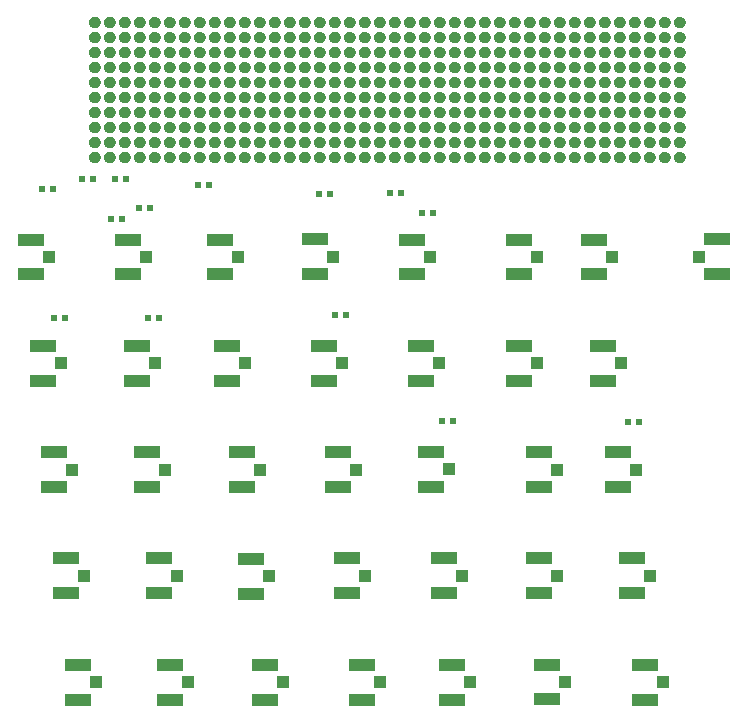
<source format=gbr>
%TF.GenerationSoftware,KiCad,Pcbnew,(6.0.8)*%
%TF.CreationDate,2022-12-05T17:54:35+01:00*%
%TF.ProjectId,FMC-HPC-BRK,464d432d-4850-4432-9d42-524b2e6b6963,rev?*%
%TF.SameCoordinates,Original*%
%TF.FileFunction,Paste,Top*%
%TF.FilePolarity,Positive*%
%FSLAX46Y46*%
G04 Gerber Fmt 4.6, Leading zero omitted, Abs format (unit mm)*
G04 Created by KiCad (PCBNEW (6.0.8)) date 2022-12-05 17:54:35*
%MOMM*%
%LPD*%
G01*
G04 APERTURE LIST*
G04 Aperture macros list*
%AMRoundRect*
0 Rectangle with rounded corners*
0 $1 Rounding radius*
0 $2 $3 $4 $5 $6 $7 $8 $9 X,Y pos of 4 corners*
0 Add a 4 corners polygon primitive as box body*
4,1,4,$2,$3,$4,$5,$6,$7,$8,$9,$2,$3,0*
0 Add four circle primitives for the rounded corners*
1,1,$1+$1,$2,$3*
1,1,$1+$1,$4,$5*
1,1,$1+$1,$6,$7*
1,1,$1+$1,$8,$9*
0 Add four rect primitives between the rounded corners*
20,1,$1+$1,$2,$3,$4,$5,0*
20,1,$1+$1,$4,$5,$6,$7,0*
20,1,$1+$1,$6,$7,$8,$9,0*
20,1,$1+$1,$8,$9,$2,$3,0*%
G04 Aperture macros list end*
%ADD10C,0.001000*%
%ADD11R,0.600000X0.580000*%
%ADD12RoundRect,0.144780X0.144780X0.144780X-0.144780X0.144780X-0.144780X-0.144780X0.144780X-0.144780X0*%
%ADD13RoundRect,0.144780X-0.144780X-0.144780X0.144780X-0.144780X0.144780X0.144780X-0.144780X0.144780X0*%
%ADD14R,2.200000X1.050000*%
%ADD15R,1.050000X1.000000*%
G04 APERTURE END LIST*
%TO.C,K1*%
G36*
X141423000Y-38291000D02*
G01*
X141447000Y-38292000D01*
X141470000Y-38295000D01*
X141493000Y-38300000D01*
X141515000Y-38305000D01*
X141538000Y-38312000D01*
X141559000Y-38320000D01*
X141581000Y-38328000D01*
X141602000Y-38339000D01*
X141622000Y-38350000D01*
X141642000Y-38362000D01*
X141662000Y-38375000D01*
X141680000Y-38389000D01*
X141698000Y-38404000D01*
X141715000Y-38420000D01*
X141731000Y-38437000D01*
X141746000Y-38455000D01*
X141760000Y-38473000D01*
X141773000Y-38493000D01*
X141785000Y-38512000D01*
X141807000Y-38554000D01*
X141815000Y-38576000D01*
X141823000Y-38597000D01*
X141830000Y-38620000D01*
X141835000Y-38642000D01*
X141840000Y-38665000D01*
X141843000Y-38688000D01*
X141844000Y-38712000D01*
X141845000Y-38735000D01*
X141844000Y-38758000D01*
X141843000Y-38782000D01*
X141840000Y-38805000D01*
X141835000Y-38828000D01*
X141830000Y-38850000D01*
X141823000Y-38873000D01*
X141815000Y-38894000D01*
X141807000Y-38916000D01*
X141785000Y-38958000D01*
X141773000Y-38977000D01*
X141760000Y-38997000D01*
X141746000Y-39015000D01*
X141731000Y-39033000D01*
X141715000Y-39050000D01*
X141698000Y-39066000D01*
X141680000Y-39081000D01*
X141662000Y-39095000D01*
X141642000Y-39108000D01*
X141622000Y-39120000D01*
X141602000Y-39131000D01*
X141581000Y-39142000D01*
X141559000Y-39150000D01*
X141538000Y-39158000D01*
X141515000Y-39165000D01*
X141493000Y-39170000D01*
X141470000Y-39175000D01*
X141447000Y-39178000D01*
X141423000Y-39179000D01*
X141400000Y-39180000D01*
X141352000Y-39178000D01*
X141329000Y-39175000D01*
X141306000Y-39170000D01*
X141284000Y-39165000D01*
X141240000Y-39151000D01*
X141218000Y-39142000D01*
X141197000Y-39132000D01*
X141177000Y-39121000D01*
X141157000Y-39108000D01*
X141138000Y-39095000D01*
X141119000Y-39081000D01*
X141102000Y-39066000D01*
X141085000Y-39050000D01*
X141069000Y-39033000D01*
X141054000Y-39016000D01*
X141040000Y-38997000D01*
X141027000Y-38978000D01*
X141014000Y-38958000D01*
X141003000Y-38938000D01*
X140993000Y-38917000D01*
X140984000Y-38895000D01*
X140970000Y-38851000D01*
X140965000Y-38829000D01*
X140960000Y-38806000D01*
X140957000Y-38783000D01*
X140956000Y-38759000D01*
X140955000Y-38737000D01*
X141400000Y-38737500D01*
X141400000Y-38733000D01*
X140955000Y-38733000D01*
X140956000Y-38711000D01*
X140957000Y-38687000D01*
X140960000Y-38664000D01*
X140965000Y-38641000D01*
X140970000Y-38619000D01*
X140984000Y-38575000D01*
X140993000Y-38553000D01*
X141003000Y-38532000D01*
X141014000Y-38512000D01*
X141027000Y-38492000D01*
X141040000Y-38473000D01*
X141054000Y-38454000D01*
X141069000Y-38437000D01*
X141085000Y-38420000D01*
X141102000Y-38404000D01*
X141119000Y-38389000D01*
X141138000Y-38375000D01*
X141157000Y-38362000D01*
X141177000Y-38349000D01*
X141197000Y-38338000D01*
X141218000Y-38328000D01*
X141240000Y-38319000D01*
X141284000Y-38305000D01*
X141306000Y-38300000D01*
X141329000Y-38295000D01*
X141352000Y-38292000D01*
X141400000Y-38290000D01*
X141423000Y-38291000D01*
G37*
D10*
X141423000Y-38291000D02*
X141447000Y-38292000D01*
X141470000Y-38295000D01*
X141493000Y-38300000D01*
X141515000Y-38305000D01*
X141538000Y-38312000D01*
X141559000Y-38320000D01*
X141581000Y-38328000D01*
X141602000Y-38339000D01*
X141622000Y-38350000D01*
X141642000Y-38362000D01*
X141662000Y-38375000D01*
X141680000Y-38389000D01*
X141698000Y-38404000D01*
X141715000Y-38420000D01*
X141731000Y-38437000D01*
X141746000Y-38455000D01*
X141760000Y-38473000D01*
X141773000Y-38493000D01*
X141785000Y-38512000D01*
X141807000Y-38554000D01*
X141815000Y-38576000D01*
X141823000Y-38597000D01*
X141830000Y-38620000D01*
X141835000Y-38642000D01*
X141840000Y-38665000D01*
X141843000Y-38688000D01*
X141844000Y-38712000D01*
X141845000Y-38735000D01*
X141844000Y-38758000D01*
X141843000Y-38782000D01*
X141840000Y-38805000D01*
X141835000Y-38828000D01*
X141830000Y-38850000D01*
X141823000Y-38873000D01*
X141815000Y-38894000D01*
X141807000Y-38916000D01*
X141785000Y-38958000D01*
X141773000Y-38977000D01*
X141760000Y-38997000D01*
X141746000Y-39015000D01*
X141731000Y-39033000D01*
X141715000Y-39050000D01*
X141698000Y-39066000D01*
X141680000Y-39081000D01*
X141662000Y-39095000D01*
X141642000Y-39108000D01*
X141622000Y-39120000D01*
X141602000Y-39131000D01*
X141581000Y-39142000D01*
X141559000Y-39150000D01*
X141538000Y-39158000D01*
X141515000Y-39165000D01*
X141493000Y-39170000D01*
X141470000Y-39175000D01*
X141447000Y-39178000D01*
X141423000Y-39179000D01*
X141400000Y-39180000D01*
X141352000Y-39178000D01*
X141329000Y-39175000D01*
X141306000Y-39170000D01*
X141284000Y-39165000D01*
X141240000Y-39151000D01*
X141218000Y-39142000D01*
X141197000Y-39132000D01*
X141177000Y-39121000D01*
X141157000Y-39108000D01*
X141138000Y-39095000D01*
X141119000Y-39081000D01*
X141102000Y-39066000D01*
X141085000Y-39050000D01*
X141069000Y-39033000D01*
X141054000Y-39016000D01*
X141040000Y-38997000D01*
X141027000Y-38978000D01*
X141014000Y-38958000D01*
X141003000Y-38938000D01*
X140993000Y-38917000D01*
X140984000Y-38895000D01*
X140970000Y-38851000D01*
X140965000Y-38829000D01*
X140960000Y-38806000D01*
X140957000Y-38783000D01*
X140956000Y-38759000D01*
X140955000Y-38737000D01*
X141400000Y-38737500D01*
X141400000Y-38733000D01*
X140955000Y-38733000D01*
X140956000Y-38711000D01*
X140957000Y-38687000D01*
X140960000Y-38664000D01*
X140965000Y-38641000D01*
X140970000Y-38619000D01*
X140984000Y-38575000D01*
X140993000Y-38553000D01*
X141003000Y-38532000D01*
X141014000Y-38512000D01*
X141027000Y-38492000D01*
X141040000Y-38473000D01*
X141054000Y-38454000D01*
X141069000Y-38437000D01*
X141085000Y-38420000D01*
X141102000Y-38404000D01*
X141119000Y-38389000D01*
X141138000Y-38375000D01*
X141157000Y-38362000D01*
X141177000Y-38349000D01*
X141197000Y-38338000D01*
X141218000Y-38328000D01*
X141240000Y-38319000D01*
X141284000Y-38305000D01*
X141306000Y-38300000D01*
X141329000Y-38295000D01*
X141352000Y-38292000D01*
X141400000Y-38290000D01*
X141423000Y-38291000D01*
G36*
X110943000Y-42101000D02*
G01*
X110967000Y-42102000D01*
X110990000Y-42105000D01*
X111013000Y-42110000D01*
X111035000Y-42115000D01*
X111058000Y-42122000D01*
X111079000Y-42130000D01*
X111101000Y-42138000D01*
X111122000Y-42149000D01*
X111142000Y-42160000D01*
X111162000Y-42172000D01*
X111182000Y-42185000D01*
X111200000Y-42199000D01*
X111218000Y-42214000D01*
X111235000Y-42230000D01*
X111251000Y-42247000D01*
X111266000Y-42265000D01*
X111280000Y-42283000D01*
X111293000Y-42303000D01*
X111305000Y-42322000D01*
X111327000Y-42364000D01*
X111335000Y-42386000D01*
X111343000Y-42407000D01*
X111350000Y-42430000D01*
X111355000Y-42452000D01*
X111360000Y-42475000D01*
X111363000Y-42498000D01*
X111364000Y-42522000D01*
X111365000Y-42545000D01*
X111364000Y-42568000D01*
X111363000Y-42592000D01*
X111360000Y-42615000D01*
X111355000Y-42638000D01*
X111350000Y-42660000D01*
X111343000Y-42683000D01*
X111335000Y-42704000D01*
X111327000Y-42726000D01*
X111305000Y-42768000D01*
X111293000Y-42787000D01*
X111280000Y-42807000D01*
X111266000Y-42825000D01*
X111251000Y-42843000D01*
X111235000Y-42860000D01*
X111218000Y-42876000D01*
X111200000Y-42891000D01*
X111182000Y-42905000D01*
X111162000Y-42918000D01*
X111142000Y-42930000D01*
X111122000Y-42941000D01*
X111101000Y-42952000D01*
X111079000Y-42960000D01*
X111058000Y-42968000D01*
X111035000Y-42975000D01*
X111013000Y-42980000D01*
X110990000Y-42985000D01*
X110967000Y-42988000D01*
X110943000Y-42989000D01*
X110920000Y-42990000D01*
X110872000Y-42988000D01*
X110849000Y-42985000D01*
X110826000Y-42980000D01*
X110804000Y-42975000D01*
X110760000Y-42961000D01*
X110738000Y-42952000D01*
X110717000Y-42942000D01*
X110697000Y-42931000D01*
X110677000Y-42918000D01*
X110658000Y-42905000D01*
X110639000Y-42891000D01*
X110622000Y-42876000D01*
X110605000Y-42860000D01*
X110589000Y-42843000D01*
X110574000Y-42826000D01*
X110560000Y-42807000D01*
X110547000Y-42788000D01*
X110534000Y-42768000D01*
X110523000Y-42748000D01*
X110513000Y-42727000D01*
X110504000Y-42705000D01*
X110490000Y-42661000D01*
X110485000Y-42639000D01*
X110480000Y-42616000D01*
X110477000Y-42593000D01*
X110476000Y-42569000D01*
X110475000Y-42548000D01*
X110920000Y-42547500D01*
X110920000Y-42543000D01*
X110475000Y-42543000D01*
X110476000Y-42521000D01*
X110477000Y-42497000D01*
X110480000Y-42474000D01*
X110485000Y-42451000D01*
X110490000Y-42429000D01*
X110504000Y-42385000D01*
X110513000Y-42363000D01*
X110523000Y-42342000D01*
X110534000Y-42322000D01*
X110547000Y-42302000D01*
X110560000Y-42283000D01*
X110574000Y-42264000D01*
X110589000Y-42247000D01*
X110605000Y-42230000D01*
X110622000Y-42214000D01*
X110639000Y-42199000D01*
X110658000Y-42185000D01*
X110677000Y-42172000D01*
X110697000Y-42159000D01*
X110717000Y-42148000D01*
X110738000Y-42138000D01*
X110760000Y-42129000D01*
X110804000Y-42115000D01*
X110826000Y-42110000D01*
X110849000Y-42105000D01*
X110872000Y-42102000D01*
X110920000Y-42100000D01*
X110943000Y-42101000D01*
G37*
X110943000Y-42101000D02*
X110967000Y-42102000D01*
X110990000Y-42105000D01*
X111013000Y-42110000D01*
X111035000Y-42115000D01*
X111058000Y-42122000D01*
X111079000Y-42130000D01*
X111101000Y-42138000D01*
X111122000Y-42149000D01*
X111142000Y-42160000D01*
X111162000Y-42172000D01*
X111182000Y-42185000D01*
X111200000Y-42199000D01*
X111218000Y-42214000D01*
X111235000Y-42230000D01*
X111251000Y-42247000D01*
X111266000Y-42265000D01*
X111280000Y-42283000D01*
X111293000Y-42303000D01*
X111305000Y-42322000D01*
X111327000Y-42364000D01*
X111335000Y-42386000D01*
X111343000Y-42407000D01*
X111350000Y-42430000D01*
X111355000Y-42452000D01*
X111360000Y-42475000D01*
X111363000Y-42498000D01*
X111364000Y-42522000D01*
X111365000Y-42545000D01*
X111364000Y-42568000D01*
X111363000Y-42592000D01*
X111360000Y-42615000D01*
X111355000Y-42638000D01*
X111350000Y-42660000D01*
X111343000Y-42683000D01*
X111335000Y-42704000D01*
X111327000Y-42726000D01*
X111305000Y-42768000D01*
X111293000Y-42787000D01*
X111280000Y-42807000D01*
X111266000Y-42825000D01*
X111251000Y-42843000D01*
X111235000Y-42860000D01*
X111218000Y-42876000D01*
X111200000Y-42891000D01*
X111182000Y-42905000D01*
X111162000Y-42918000D01*
X111142000Y-42930000D01*
X111122000Y-42941000D01*
X111101000Y-42952000D01*
X111079000Y-42960000D01*
X111058000Y-42968000D01*
X111035000Y-42975000D01*
X111013000Y-42980000D01*
X110990000Y-42985000D01*
X110967000Y-42988000D01*
X110943000Y-42989000D01*
X110920000Y-42990000D01*
X110872000Y-42988000D01*
X110849000Y-42985000D01*
X110826000Y-42980000D01*
X110804000Y-42975000D01*
X110760000Y-42961000D01*
X110738000Y-42952000D01*
X110717000Y-42942000D01*
X110697000Y-42931000D01*
X110677000Y-42918000D01*
X110658000Y-42905000D01*
X110639000Y-42891000D01*
X110622000Y-42876000D01*
X110605000Y-42860000D01*
X110589000Y-42843000D01*
X110574000Y-42826000D01*
X110560000Y-42807000D01*
X110547000Y-42788000D01*
X110534000Y-42768000D01*
X110523000Y-42748000D01*
X110513000Y-42727000D01*
X110504000Y-42705000D01*
X110490000Y-42661000D01*
X110485000Y-42639000D01*
X110480000Y-42616000D01*
X110477000Y-42593000D01*
X110476000Y-42569000D01*
X110475000Y-42548000D01*
X110920000Y-42547500D01*
X110920000Y-42543000D01*
X110475000Y-42543000D01*
X110476000Y-42521000D01*
X110477000Y-42497000D01*
X110480000Y-42474000D01*
X110485000Y-42451000D01*
X110490000Y-42429000D01*
X110504000Y-42385000D01*
X110513000Y-42363000D01*
X110523000Y-42342000D01*
X110534000Y-42322000D01*
X110547000Y-42302000D01*
X110560000Y-42283000D01*
X110574000Y-42264000D01*
X110589000Y-42247000D01*
X110605000Y-42230000D01*
X110622000Y-42214000D01*
X110639000Y-42199000D01*
X110658000Y-42185000D01*
X110677000Y-42172000D01*
X110697000Y-42159000D01*
X110717000Y-42148000D01*
X110738000Y-42138000D01*
X110760000Y-42129000D01*
X110804000Y-42115000D01*
X110826000Y-42110000D01*
X110849000Y-42105000D01*
X110872000Y-42102000D01*
X110920000Y-42100000D01*
X110943000Y-42101000D01*
G36*
X143963000Y-39561000D02*
G01*
X143987000Y-39562000D01*
X144010000Y-39565000D01*
X144033000Y-39570000D01*
X144055000Y-39575000D01*
X144078000Y-39582000D01*
X144099000Y-39590000D01*
X144121000Y-39598000D01*
X144163000Y-39620000D01*
X144182000Y-39632000D01*
X144202000Y-39645000D01*
X144220000Y-39659000D01*
X144238000Y-39674000D01*
X144255000Y-39690000D01*
X144271000Y-39707000D01*
X144286000Y-39725000D01*
X144300000Y-39743000D01*
X144313000Y-39763000D01*
X144325000Y-39782000D01*
X144347000Y-39824000D01*
X144355000Y-39846000D01*
X144363000Y-39867000D01*
X144370000Y-39890000D01*
X144375000Y-39912000D01*
X144380000Y-39935000D01*
X144383000Y-39958000D01*
X144384000Y-39982000D01*
X144385000Y-40005000D01*
X144384000Y-40028000D01*
X144383000Y-40052000D01*
X144380000Y-40075000D01*
X144375000Y-40098000D01*
X144370000Y-40120000D01*
X144363000Y-40143000D01*
X144355000Y-40164000D01*
X144347000Y-40186000D01*
X144336000Y-40207000D01*
X144325000Y-40227000D01*
X144313000Y-40247000D01*
X144300000Y-40267000D01*
X144286000Y-40285000D01*
X144271000Y-40303000D01*
X144255000Y-40320000D01*
X144238000Y-40336000D01*
X144220000Y-40351000D01*
X144202000Y-40365000D01*
X144182000Y-40378000D01*
X144163000Y-40390000D01*
X144121000Y-40412000D01*
X144099000Y-40420000D01*
X144078000Y-40428000D01*
X144055000Y-40435000D01*
X144033000Y-40440000D01*
X144010000Y-40445000D01*
X143987000Y-40448000D01*
X143963000Y-40449000D01*
X143940000Y-40450000D01*
X143892000Y-40448000D01*
X143869000Y-40445000D01*
X143846000Y-40440000D01*
X143824000Y-40435000D01*
X143780000Y-40421000D01*
X143758000Y-40412000D01*
X143737000Y-40402000D01*
X143717000Y-40391000D01*
X143697000Y-40378000D01*
X143678000Y-40365000D01*
X143659000Y-40351000D01*
X143642000Y-40336000D01*
X143625000Y-40320000D01*
X143609000Y-40303000D01*
X143594000Y-40286000D01*
X143580000Y-40267000D01*
X143567000Y-40248000D01*
X143554000Y-40228000D01*
X143543000Y-40208000D01*
X143533000Y-40187000D01*
X143524000Y-40165000D01*
X143510000Y-40121000D01*
X143505000Y-40099000D01*
X143500000Y-40076000D01*
X143497000Y-40053000D01*
X143496000Y-40029000D01*
X143495000Y-40008000D01*
X143940000Y-40007500D01*
X143940000Y-40002000D01*
X143495000Y-40002000D01*
X143496000Y-39981000D01*
X143497000Y-39957000D01*
X143500000Y-39934000D01*
X143505000Y-39911000D01*
X143510000Y-39889000D01*
X143524000Y-39845000D01*
X143533000Y-39823000D01*
X143543000Y-39802000D01*
X143554000Y-39782000D01*
X143567000Y-39762000D01*
X143580000Y-39743000D01*
X143594000Y-39724000D01*
X143609000Y-39707000D01*
X143625000Y-39690000D01*
X143642000Y-39674000D01*
X143659000Y-39659000D01*
X143678000Y-39645000D01*
X143697000Y-39632000D01*
X143717000Y-39619000D01*
X143737000Y-39608000D01*
X143758000Y-39598000D01*
X143780000Y-39589000D01*
X143824000Y-39575000D01*
X143846000Y-39570000D01*
X143869000Y-39565000D01*
X143892000Y-39562000D01*
X143940000Y-39560000D01*
X143963000Y-39561000D01*
G37*
X143963000Y-39561000D02*
X143987000Y-39562000D01*
X144010000Y-39565000D01*
X144033000Y-39570000D01*
X144055000Y-39575000D01*
X144078000Y-39582000D01*
X144099000Y-39590000D01*
X144121000Y-39598000D01*
X144163000Y-39620000D01*
X144182000Y-39632000D01*
X144202000Y-39645000D01*
X144220000Y-39659000D01*
X144238000Y-39674000D01*
X144255000Y-39690000D01*
X144271000Y-39707000D01*
X144286000Y-39725000D01*
X144300000Y-39743000D01*
X144313000Y-39763000D01*
X144325000Y-39782000D01*
X144347000Y-39824000D01*
X144355000Y-39846000D01*
X144363000Y-39867000D01*
X144370000Y-39890000D01*
X144375000Y-39912000D01*
X144380000Y-39935000D01*
X144383000Y-39958000D01*
X144384000Y-39982000D01*
X144385000Y-40005000D01*
X144384000Y-40028000D01*
X144383000Y-40052000D01*
X144380000Y-40075000D01*
X144375000Y-40098000D01*
X144370000Y-40120000D01*
X144363000Y-40143000D01*
X144355000Y-40164000D01*
X144347000Y-40186000D01*
X144336000Y-40207000D01*
X144325000Y-40227000D01*
X144313000Y-40247000D01*
X144300000Y-40267000D01*
X144286000Y-40285000D01*
X144271000Y-40303000D01*
X144255000Y-40320000D01*
X144238000Y-40336000D01*
X144220000Y-40351000D01*
X144202000Y-40365000D01*
X144182000Y-40378000D01*
X144163000Y-40390000D01*
X144121000Y-40412000D01*
X144099000Y-40420000D01*
X144078000Y-40428000D01*
X144055000Y-40435000D01*
X144033000Y-40440000D01*
X144010000Y-40445000D01*
X143987000Y-40448000D01*
X143963000Y-40449000D01*
X143940000Y-40450000D01*
X143892000Y-40448000D01*
X143869000Y-40445000D01*
X143846000Y-40440000D01*
X143824000Y-40435000D01*
X143780000Y-40421000D01*
X143758000Y-40412000D01*
X143737000Y-40402000D01*
X143717000Y-40391000D01*
X143697000Y-40378000D01*
X143678000Y-40365000D01*
X143659000Y-40351000D01*
X143642000Y-40336000D01*
X143625000Y-40320000D01*
X143609000Y-40303000D01*
X143594000Y-40286000D01*
X143580000Y-40267000D01*
X143567000Y-40248000D01*
X143554000Y-40228000D01*
X143543000Y-40208000D01*
X143533000Y-40187000D01*
X143524000Y-40165000D01*
X143510000Y-40121000D01*
X143505000Y-40099000D01*
X143500000Y-40076000D01*
X143497000Y-40053000D01*
X143496000Y-40029000D01*
X143495000Y-40008000D01*
X143940000Y-40007500D01*
X143940000Y-40002000D01*
X143495000Y-40002000D01*
X143496000Y-39981000D01*
X143497000Y-39957000D01*
X143500000Y-39934000D01*
X143505000Y-39911000D01*
X143510000Y-39889000D01*
X143524000Y-39845000D01*
X143533000Y-39823000D01*
X143543000Y-39802000D01*
X143554000Y-39782000D01*
X143567000Y-39762000D01*
X143580000Y-39743000D01*
X143594000Y-39724000D01*
X143609000Y-39707000D01*
X143625000Y-39690000D01*
X143642000Y-39674000D01*
X143659000Y-39659000D01*
X143678000Y-39645000D01*
X143697000Y-39632000D01*
X143717000Y-39619000D01*
X143737000Y-39608000D01*
X143758000Y-39598000D01*
X143780000Y-39589000D01*
X143824000Y-39575000D01*
X143846000Y-39570000D01*
X143869000Y-39565000D01*
X143892000Y-39562000D01*
X143940000Y-39560000D01*
X143963000Y-39561000D01*
G36*
X147773000Y-39561000D02*
G01*
X147797000Y-39562000D01*
X147820000Y-39565000D01*
X147843000Y-39570000D01*
X147865000Y-39575000D01*
X147888000Y-39582000D01*
X147909000Y-39590000D01*
X147931000Y-39598000D01*
X147973000Y-39620000D01*
X147992000Y-39632000D01*
X148012000Y-39645000D01*
X148030000Y-39659000D01*
X148048000Y-39674000D01*
X148065000Y-39690000D01*
X148081000Y-39707000D01*
X148096000Y-39725000D01*
X148110000Y-39743000D01*
X148123000Y-39763000D01*
X148135000Y-39782000D01*
X148157000Y-39824000D01*
X148165000Y-39846000D01*
X148173000Y-39867000D01*
X148180000Y-39890000D01*
X148185000Y-39912000D01*
X148190000Y-39935000D01*
X148193000Y-39958000D01*
X148194000Y-39982000D01*
X148195000Y-40005000D01*
X148194000Y-40028000D01*
X148193000Y-40052000D01*
X148190000Y-40075000D01*
X148185000Y-40098000D01*
X148180000Y-40120000D01*
X148173000Y-40143000D01*
X148165000Y-40164000D01*
X148157000Y-40186000D01*
X148146000Y-40207000D01*
X148135000Y-40227000D01*
X148123000Y-40247000D01*
X148110000Y-40267000D01*
X148096000Y-40285000D01*
X148081000Y-40303000D01*
X148065000Y-40320000D01*
X148048000Y-40336000D01*
X148030000Y-40351000D01*
X148012000Y-40365000D01*
X147992000Y-40378000D01*
X147973000Y-40390000D01*
X147931000Y-40412000D01*
X147909000Y-40420000D01*
X147888000Y-40428000D01*
X147865000Y-40435000D01*
X147843000Y-40440000D01*
X147820000Y-40445000D01*
X147797000Y-40448000D01*
X147773000Y-40449000D01*
X147750000Y-40450000D01*
X147702000Y-40448000D01*
X147679000Y-40445000D01*
X147656000Y-40440000D01*
X147634000Y-40435000D01*
X147590000Y-40421000D01*
X147568000Y-40412000D01*
X147547000Y-40402000D01*
X147527000Y-40391000D01*
X147507000Y-40378000D01*
X147488000Y-40365000D01*
X147469000Y-40351000D01*
X147452000Y-40336000D01*
X147435000Y-40320000D01*
X147419000Y-40303000D01*
X147404000Y-40286000D01*
X147390000Y-40267000D01*
X147377000Y-40248000D01*
X147364000Y-40228000D01*
X147353000Y-40208000D01*
X147343000Y-40187000D01*
X147334000Y-40165000D01*
X147320000Y-40121000D01*
X147315000Y-40099000D01*
X147310000Y-40076000D01*
X147307000Y-40053000D01*
X147306000Y-40029000D01*
X147305000Y-40008000D01*
X147750000Y-40007500D01*
X147750000Y-40002000D01*
X147305000Y-40002000D01*
X147306000Y-39981000D01*
X147307000Y-39957000D01*
X147310000Y-39934000D01*
X147315000Y-39911000D01*
X147320000Y-39889000D01*
X147334000Y-39845000D01*
X147343000Y-39823000D01*
X147353000Y-39802000D01*
X147364000Y-39782000D01*
X147377000Y-39762000D01*
X147390000Y-39743000D01*
X147404000Y-39724000D01*
X147419000Y-39707000D01*
X147435000Y-39690000D01*
X147452000Y-39674000D01*
X147469000Y-39659000D01*
X147488000Y-39645000D01*
X147507000Y-39632000D01*
X147527000Y-39619000D01*
X147547000Y-39608000D01*
X147568000Y-39598000D01*
X147590000Y-39589000D01*
X147634000Y-39575000D01*
X147656000Y-39570000D01*
X147679000Y-39565000D01*
X147702000Y-39562000D01*
X147750000Y-39560000D01*
X147773000Y-39561000D01*
G37*
X147773000Y-39561000D02*
X147797000Y-39562000D01*
X147820000Y-39565000D01*
X147843000Y-39570000D01*
X147865000Y-39575000D01*
X147888000Y-39582000D01*
X147909000Y-39590000D01*
X147931000Y-39598000D01*
X147973000Y-39620000D01*
X147992000Y-39632000D01*
X148012000Y-39645000D01*
X148030000Y-39659000D01*
X148048000Y-39674000D01*
X148065000Y-39690000D01*
X148081000Y-39707000D01*
X148096000Y-39725000D01*
X148110000Y-39743000D01*
X148123000Y-39763000D01*
X148135000Y-39782000D01*
X148157000Y-39824000D01*
X148165000Y-39846000D01*
X148173000Y-39867000D01*
X148180000Y-39890000D01*
X148185000Y-39912000D01*
X148190000Y-39935000D01*
X148193000Y-39958000D01*
X148194000Y-39982000D01*
X148195000Y-40005000D01*
X148194000Y-40028000D01*
X148193000Y-40052000D01*
X148190000Y-40075000D01*
X148185000Y-40098000D01*
X148180000Y-40120000D01*
X148173000Y-40143000D01*
X148165000Y-40164000D01*
X148157000Y-40186000D01*
X148146000Y-40207000D01*
X148135000Y-40227000D01*
X148123000Y-40247000D01*
X148110000Y-40267000D01*
X148096000Y-40285000D01*
X148081000Y-40303000D01*
X148065000Y-40320000D01*
X148048000Y-40336000D01*
X148030000Y-40351000D01*
X148012000Y-40365000D01*
X147992000Y-40378000D01*
X147973000Y-40390000D01*
X147931000Y-40412000D01*
X147909000Y-40420000D01*
X147888000Y-40428000D01*
X147865000Y-40435000D01*
X147843000Y-40440000D01*
X147820000Y-40445000D01*
X147797000Y-40448000D01*
X147773000Y-40449000D01*
X147750000Y-40450000D01*
X147702000Y-40448000D01*
X147679000Y-40445000D01*
X147656000Y-40440000D01*
X147634000Y-40435000D01*
X147590000Y-40421000D01*
X147568000Y-40412000D01*
X147547000Y-40402000D01*
X147527000Y-40391000D01*
X147507000Y-40378000D01*
X147488000Y-40365000D01*
X147469000Y-40351000D01*
X147452000Y-40336000D01*
X147435000Y-40320000D01*
X147419000Y-40303000D01*
X147404000Y-40286000D01*
X147390000Y-40267000D01*
X147377000Y-40248000D01*
X147364000Y-40228000D01*
X147353000Y-40208000D01*
X147343000Y-40187000D01*
X147334000Y-40165000D01*
X147320000Y-40121000D01*
X147315000Y-40099000D01*
X147310000Y-40076000D01*
X147307000Y-40053000D01*
X147306000Y-40029000D01*
X147305000Y-40008000D01*
X147750000Y-40007500D01*
X147750000Y-40002000D01*
X147305000Y-40002000D01*
X147306000Y-39981000D01*
X147307000Y-39957000D01*
X147310000Y-39934000D01*
X147315000Y-39911000D01*
X147320000Y-39889000D01*
X147334000Y-39845000D01*
X147343000Y-39823000D01*
X147353000Y-39802000D01*
X147364000Y-39782000D01*
X147377000Y-39762000D01*
X147390000Y-39743000D01*
X147404000Y-39724000D01*
X147419000Y-39707000D01*
X147435000Y-39690000D01*
X147452000Y-39674000D01*
X147469000Y-39659000D01*
X147488000Y-39645000D01*
X147507000Y-39632000D01*
X147527000Y-39619000D01*
X147547000Y-39608000D01*
X147568000Y-39598000D01*
X147590000Y-39589000D01*
X147634000Y-39575000D01*
X147656000Y-39570000D01*
X147679000Y-39565000D01*
X147702000Y-39562000D01*
X147750000Y-39560000D01*
X147773000Y-39561000D01*
G36*
X129993000Y-31941000D02*
G01*
X130017000Y-31942000D01*
X130040000Y-31945000D01*
X130063000Y-31950000D01*
X130085000Y-31955000D01*
X130108000Y-31962000D01*
X130129000Y-31970000D01*
X130151000Y-31978000D01*
X130193000Y-32000000D01*
X130212000Y-32012000D01*
X130232000Y-32025000D01*
X130250000Y-32039000D01*
X130268000Y-32054000D01*
X130285000Y-32070000D01*
X130301000Y-32087000D01*
X130316000Y-32105000D01*
X130330000Y-32123000D01*
X130343000Y-32143000D01*
X130355000Y-32162000D01*
X130377000Y-32204000D01*
X130385000Y-32226000D01*
X130393000Y-32247000D01*
X130400000Y-32270000D01*
X130405000Y-32292000D01*
X130410000Y-32315000D01*
X130413000Y-32338000D01*
X130414000Y-32362000D01*
X130415000Y-32385000D01*
X130414000Y-32408000D01*
X130413000Y-32432000D01*
X130410000Y-32455000D01*
X130405000Y-32478000D01*
X130400000Y-32500000D01*
X130393000Y-32523000D01*
X130385000Y-32544000D01*
X130377000Y-32566000D01*
X130366000Y-32587000D01*
X130355000Y-32607000D01*
X130343000Y-32627000D01*
X130330000Y-32647000D01*
X130316000Y-32665000D01*
X130301000Y-32683000D01*
X130285000Y-32700000D01*
X130268000Y-32716000D01*
X130250000Y-32731000D01*
X130232000Y-32745000D01*
X130212000Y-32758000D01*
X130193000Y-32770000D01*
X130151000Y-32792000D01*
X130129000Y-32800000D01*
X130108000Y-32808000D01*
X130085000Y-32815000D01*
X130063000Y-32820000D01*
X130040000Y-32825000D01*
X130017000Y-32828000D01*
X129993000Y-32829000D01*
X129970000Y-32830000D01*
X129922000Y-32828000D01*
X129899000Y-32825000D01*
X129876000Y-32820000D01*
X129854000Y-32815000D01*
X129810000Y-32801000D01*
X129788000Y-32792000D01*
X129767000Y-32782000D01*
X129747000Y-32771000D01*
X129727000Y-32758000D01*
X129708000Y-32745000D01*
X129689000Y-32731000D01*
X129672000Y-32716000D01*
X129655000Y-32700000D01*
X129639000Y-32683000D01*
X129624000Y-32666000D01*
X129610000Y-32647000D01*
X129597000Y-32628000D01*
X129584000Y-32608000D01*
X129573000Y-32588000D01*
X129563000Y-32567000D01*
X129554000Y-32545000D01*
X129540000Y-32501000D01*
X129535000Y-32479000D01*
X129530000Y-32456000D01*
X129527000Y-32433000D01*
X129526000Y-32409000D01*
X129525000Y-32388000D01*
X129970000Y-32387500D01*
X129970000Y-32383000D01*
X129525000Y-32383000D01*
X129526000Y-32361000D01*
X129527000Y-32337000D01*
X129530000Y-32314000D01*
X129535000Y-32291000D01*
X129540000Y-32269000D01*
X129554000Y-32225000D01*
X129563000Y-32203000D01*
X129573000Y-32182000D01*
X129584000Y-32162000D01*
X129597000Y-32142000D01*
X129610000Y-32123000D01*
X129624000Y-32104000D01*
X129639000Y-32087000D01*
X129655000Y-32070000D01*
X129672000Y-32054000D01*
X129689000Y-32039000D01*
X129708000Y-32025000D01*
X129727000Y-32012000D01*
X129747000Y-31999000D01*
X129767000Y-31988000D01*
X129788000Y-31978000D01*
X129810000Y-31969000D01*
X129854000Y-31955000D01*
X129876000Y-31950000D01*
X129899000Y-31945000D01*
X129922000Y-31942000D01*
X129970000Y-31940000D01*
X129993000Y-31941000D01*
G37*
X129993000Y-31941000D02*
X130017000Y-31942000D01*
X130040000Y-31945000D01*
X130063000Y-31950000D01*
X130085000Y-31955000D01*
X130108000Y-31962000D01*
X130129000Y-31970000D01*
X130151000Y-31978000D01*
X130193000Y-32000000D01*
X130212000Y-32012000D01*
X130232000Y-32025000D01*
X130250000Y-32039000D01*
X130268000Y-32054000D01*
X130285000Y-32070000D01*
X130301000Y-32087000D01*
X130316000Y-32105000D01*
X130330000Y-32123000D01*
X130343000Y-32143000D01*
X130355000Y-32162000D01*
X130377000Y-32204000D01*
X130385000Y-32226000D01*
X130393000Y-32247000D01*
X130400000Y-32270000D01*
X130405000Y-32292000D01*
X130410000Y-32315000D01*
X130413000Y-32338000D01*
X130414000Y-32362000D01*
X130415000Y-32385000D01*
X130414000Y-32408000D01*
X130413000Y-32432000D01*
X130410000Y-32455000D01*
X130405000Y-32478000D01*
X130400000Y-32500000D01*
X130393000Y-32523000D01*
X130385000Y-32544000D01*
X130377000Y-32566000D01*
X130366000Y-32587000D01*
X130355000Y-32607000D01*
X130343000Y-32627000D01*
X130330000Y-32647000D01*
X130316000Y-32665000D01*
X130301000Y-32683000D01*
X130285000Y-32700000D01*
X130268000Y-32716000D01*
X130250000Y-32731000D01*
X130232000Y-32745000D01*
X130212000Y-32758000D01*
X130193000Y-32770000D01*
X130151000Y-32792000D01*
X130129000Y-32800000D01*
X130108000Y-32808000D01*
X130085000Y-32815000D01*
X130063000Y-32820000D01*
X130040000Y-32825000D01*
X130017000Y-32828000D01*
X129993000Y-32829000D01*
X129970000Y-32830000D01*
X129922000Y-32828000D01*
X129899000Y-32825000D01*
X129876000Y-32820000D01*
X129854000Y-32815000D01*
X129810000Y-32801000D01*
X129788000Y-32792000D01*
X129767000Y-32782000D01*
X129747000Y-32771000D01*
X129727000Y-32758000D01*
X129708000Y-32745000D01*
X129689000Y-32731000D01*
X129672000Y-32716000D01*
X129655000Y-32700000D01*
X129639000Y-32683000D01*
X129624000Y-32666000D01*
X129610000Y-32647000D01*
X129597000Y-32628000D01*
X129584000Y-32608000D01*
X129573000Y-32588000D01*
X129563000Y-32567000D01*
X129554000Y-32545000D01*
X129540000Y-32501000D01*
X129535000Y-32479000D01*
X129530000Y-32456000D01*
X129527000Y-32433000D01*
X129526000Y-32409000D01*
X129525000Y-32388000D01*
X129970000Y-32387500D01*
X129970000Y-32383000D01*
X129525000Y-32383000D01*
X129526000Y-32361000D01*
X129527000Y-32337000D01*
X129530000Y-32314000D01*
X129535000Y-32291000D01*
X129540000Y-32269000D01*
X129554000Y-32225000D01*
X129563000Y-32203000D01*
X129573000Y-32182000D01*
X129584000Y-32162000D01*
X129597000Y-32142000D01*
X129610000Y-32123000D01*
X129624000Y-32104000D01*
X129639000Y-32087000D01*
X129655000Y-32070000D01*
X129672000Y-32054000D01*
X129689000Y-32039000D01*
X129708000Y-32025000D01*
X129727000Y-32012000D01*
X129747000Y-31999000D01*
X129767000Y-31988000D01*
X129788000Y-31978000D01*
X129810000Y-31969000D01*
X129854000Y-31955000D01*
X129876000Y-31950000D01*
X129899000Y-31945000D01*
X129922000Y-31942000D01*
X129970000Y-31940000D01*
X129993000Y-31941000D01*
G36*
X133803000Y-33211000D02*
G01*
X133827000Y-33212000D01*
X133850000Y-33215000D01*
X133873000Y-33220000D01*
X133895000Y-33225000D01*
X133918000Y-33232000D01*
X133939000Y-33240000D01*
X133961000Y-33248000D01*
X133982000Y-33259000D01*
X134002000Y-33270000D01*
X134022000Y-33282000D01*
X134042000Y-33295000D01*
X134060000Y-33309000D01*
X134078000Y-33324000D01*
X134095000Y-33340000D01*
X134111000Y-33357000D01*
X134126000Y-33375000D01*
X134140000Y-33393000D01*
X134153000Y-33413000D01*
X134165000Y-33433000D01*
X134176000Y-33453000D01*
X134187000Y-33474000D01*
X134195000Y-33496000D01*
X134203000Y-33517000D01*
X134210000Y-33540000D01*
X134215000Y-33562000D01*
X134220000Y-33585000D01*
X134223000Y-33608000D01*
X134224000Y-33632000D01*
X134225000Y-33655000D01*
X134224000Y-33678000D01*
X134223000Y-33702000D01*
X134220000Y-33725000D01*
X134215000Y-33748000D01*
X134210000Y-33770000D01*
X134203000Y-33793000D01*
X134195000Y-33814000D01*
X134187000Y-33836000D01*
X134165000Y-33878000D01*
X134153000Y-33897000D01*
X134140000Y-33917000D01*
X134126000Y-33935000D01*
X134111000Y-33953000D01*
X134095000Y-33970000D01*
X134078000Y-33986000D01*
X134060000Y-34001000D01*
X134042000Y-34015000D01*
X134022000Y-34028000D01*
X134003000Y-34040000D01*
X133961000Y-34062000D01*
X133939000Y-34070000D01*
X133918000Y-34078000D01*
X133895000Y-34085000D01*
X133873000Y-34090000D01*
X133850000Y-34095000D01*
X133827000Y-34098000D01*
X133803000Y-34099000D01*
X133780000Y-34100000D01*
X133732000Y-34098000D01*
X133709000Y-34095000D01*
X133686000Y-34090000D01*
X133664000Y-34085000D01*
X133620000Y-34071000D01*
X133598000Y-34062000D01*
X133577000Y-34052000D01*
X133557000Y-34041000D01*
X133537000Y-34028000D01*
X133518000Y-34015000D01*
X133499000Y-34001000D01*
X133482000Y-33986000D01*
X133465000Y-33970000D01*
X133449000Y-33953000D01*
X133434000Y-33936000D01*
X133420000Y-33917000D01*
X133407000Y-33898000D01*
X133394000Y-33878000D01*
X133383000Y-33858000D01*
X133373000Y-33837000D01*
X133364000Y-33815000D01*
X133350000Y-33771000D01*
X133345000Y-33749000D01*
X133340000Y-33726000D01*
X133337000Y-33703000D01*
X133336000Y-33679000D01*
X133335000Y-33658000D01*
X133780000Y-33657500D01*
X133780000Y-33652000D01*
X133335000Y-33652000D01*
X133336000Y-33631000D01*
X133337000Y-33607000D01*
X133340000Y-33584000D01*
X133345000Y-33561000D01*
X133350000Y-33539000D01*
X133364000Y-33495000D01*
X133373000Y-33473000D01*
X133383000Y-33452000D01*
X133394000Y-33432000D01*
X133407000Y-33412000D01*
X133420000Y-33393000D01*
X133434000Y-33374000D01*
X133449000Y-33357000D01*
X133465000Y-33340000D01*
X133482000Y-33324000D01*
X133499000Y-33309000D01*
X133518000Y-33295000D01*
X133537000Y-33282000D01*
X133557000Y-33269000D01*
X133577000Y-33258000D01*
X133598000Y-33248000D01*
X133620000Y-33239000D01*
X133664000Y-33225000D01*
X133686000Y-33220000D01*
X133709000Y-33215000D01*
X133732000Y-33212000D01*
X133780000Y-33210000D01*
X133803000Y-33211000D01*
G37*
X133803000Y-33211000D02*
X133827000Y-33212000D01*
X133850000Y-33215000D01*
X133873000Y-33220000D01*
X133895000Y-33225000D01*
X133918000Y-33232000D01*
X133939000Y-33240000D01*
X133961000Y-33248000D01*
X133982000Y-33259000D01*
X134002000Y-33270000D01*
X134022000Y-33282000D01*
X134042000Y-33295000D01*
X134060000Y-33309000D01*
X134078000Y-33324000D01*
X134095000Y-33340000D01*
X134111000Y-33357000D01*
X134126000Y-33375000D01*
X134140000Y-33393000D01*
X134153000Y-33413000D01*
X134165000Y-33433000D01*
X134176000Y-33453000D01*
X134187000Y-33474000D01*
X134195000Y-33496000D01*
X134203000Y-33517000D01*
X134210000Y-33540000D01*
X134215000Y-33562000D01*
X134220000Y-33585000D01*
X134223000Y-33608000D01*
X134224000Y-33632000D01*
X134225000Y-33655000D01*
X134224000Y-33678000D01*
X134223000Y-33702000D01*
X134220000Y-33725000D01*
X134215000Y-33748000D01*
X134210000Y-33770000D01*
X134203000Y-33793000D01*
X134195000Y-33814000D01*
X134187000Y-33836000D01*
X134165000Y-33878000D01*
X134153000Y-33897000D01*
X134140000Y-33917000D01*
X134126000Y-33935000D01*
X134111000Y-33953000D01*
X134095000Y-33970000D01*
X134078000Y-33986000D01*
X134060000Y-34001000D01*
X134042000Y-34015000D01*
X134022000Y-34028000D01*
X134003000Y-34040000D01*
X133961000Y-34062000D01*
X133939000Y-34070000D01*
X133918000Y-34078000D01*
X133895000Y-34085000D01*
X133873000Y-34090000D01*
X133850000Y-34095000D01*
X133827000Y-34098000D01*
X133803000Y-34099000D01*
X133780000Y-34100000D01*
X133732000Y-34098000D01*
X133709000Y-34095000D01*
X133686000Y-34090000D01*
X133664000Y-34085000D01*
X133620000Y-34071000D01*
X133598000Y-34062000D01*
X133577000Y-34052000D01*
X133557000Y-34041000D01*
X133537000Y-34028000D01*
X133518000Y-34015000D01*
X133499000Y-34001000D01*
X133482000Y-33986000D01*
X133465000Y-33970000D01*
X133449000Y-33953000D01*
X133434000Y-33936000D01*
X133420000Y-33917000D01*
X133407000Y-33898000D01*
X133394000Y-33878000D01*
X133383000Y-33858000D01*
X133373000Y-33837000D01*
X133364000Y-33815000D01*
X133350000Y-33771000D01*
X133345000Y-33749000D01*
X133340000Y-33726000D01*
X133337000Y-33703000D01*
X133336000Y-33679000D01*
X133335000Y-33658000D01*
X133780000Y-33657500D01*
X133780000Y-33652000D01*
X133335000Y-33652000D01*
X133336000Y-33631000D01*
X133337000Y-33607000D01*
X133340000Y-33584000D01*
X133345000Y-33561000D01*
X133350000Y-33539000D01*
X133364000Y-33495000D01*
X133373000Y-33473000D01*
X133383000Y-33452000D01*
X133394000Y-33432000D01*
X133407000Y-33412000D01*
X133420000Y-33393000D01*
X133434000Y-33374000D01*
X133449000Y-33357000D01*
X133465000Y-33340000D01*
X133482000Y-33324000D01*
X133499000Y-33309000D01*
X133518000Y-33295000D01*
X133537000Y-33282000D01*
X133557000Y-33269000D01*
X133577000Y-33258000D01*
X133598000Y-33248000D01*
X133620000Y-33239000D01*
X133664000Y-33225000D01*
X133686000Y-33220000D01*
X133709000Y-33215000D01*
X133732000Y-33212000D01*
X133780000Y-33210000D01*
X133803000Y-33211000D01*
G36*
X114753000Y-39561000D02*
G01*
X114777000Y-39562000D01*
X114800000Y-39565000D01*
X114823000Y-39570000D01*
X114845000Y-39575000D01*
X114868000Y-39582000D01*
X114889000Y-39590000D01*
X114911000Y-39598000D01*
X114953000Y-39620000D01*
X114972000Y-39632000D01*
X114992000Y-39645000D01*
X115010000Y-39659000D01*
X115028000Y-39674000D01*
X115045000Y-39690000D01*
X115061000Y-39707000D01*
X115076000Y-39725000D01*
X115090000Y-39743000D01*
X115103000Y-39763000D01*
X115115000Y-39782000D01*
X115137000Y-39824000D01*
X115145000Y-39846000D01*
X115153000Y-39867000D01*
X115160000Y-39890000D01*
X115165000Y-39912000D01*
X115170000Y-39935000D01*
X115173000Y-39958000D01*
X115174000Y-39982000D01*
X115175000Y-40005000D01*
X115174000Y-40028000D01*
X115173000Y-40052000D01*
X115170000Y-40075000D01*
X115165000Y-40098000D01*
X115160000Y-40120000D01*
X115153000Y-40143000D01*
X115145000Y-40164000D01*
X115137000Y-40186000D01*
X115126000Y-40207000D01*
X115115000Y-40227000D01*
X115103000Y-40247000D01*
X115090000Y-40267000D01*
X115076000Y-40285000D01*
X115061000Y-40303000D01*
X115045000Y-40320000D01*
X115028000Y-40336000D01*
X115010000Y-40351000D01*
X114992000Y-40365000D01*
X114972000Y-40378000D01*
X114953000Y-40390000D01*
X114911000Y-40412000D01*
X114889000Y-40420000D01*
X114868000Y-40428000D01*
X114845000Y-40435000D01*
X114823000Y-40440000D01*
X114800000Y-40445000D01*
X114777000Y-40448000D01*
X114753000Y-40449000D01*
X114730000Y-40450000D01*
X114682000Y-40448000D01*
X114659000Y-40445000D01*
X114636000Y-40440000D01*
X114614000Y-40435000D01*
X114570000Y-40421000D01*
X114548000Y-40412000D01*
X114527000Y-40402000D01*
X114507000Y-40391000D01*
X114487000Y-40378000D01*
X114468000Y-40365000D01*
X114449000Y-40351000D01*
X114432000Y-40336000D01*
X114415000Y-40320000D01*
X114399000Y-40303000D01*
X114384000Y-40286000D01*
X114370000Y-40267000D01*
X114357000Y-40248000D01*
X114344000Y-40228000D01*
X114333000Y-40208000D01*
X114323000Y-40187000D01*
X114314000Y-40165000D01*
X114300000Y-40121000D01*
X114295000Y-40099000D01*
X114290000Y-40076000D01*
X114287000Y-40053000D01*
X114286000Y-40029000D01*
X114285000Y-40008000D01*
X114730000Y-40007500D01*
X114730000Y-40002000D01*
X114285000Y-40002000D01*
X114286000Y-39981000D01*
X114287000Y-39957000D01*
X114290000Y-39934000D01*
X114295000Y-39911000D01*
X114300000Y-39889000D01*
X114314000Y-39845000D01*
X114323000Y-39823000D01*
X114333000Y-39802000D01*
X114344000Y-39782000D01*
X114357000Y-39762000D01*
X114370000Y-39743000D01*
X114384000Y-39724000D01*
X114399000Y-39707000D01*
X114415000Y-39690000D01*
X114432000Y-39674000D01*
X114449000Y-39659000D01*
X114468000Y-39645000D01*
X114487000Y-39632000D01*
X114507000Y-39619000D01*
X114527000Y-39608000D01*
X114548000Y-39598000D01*
X114570000Y-39589000D01*
X114614000Y-39575000D01*
X114636000Y-39570000D01*
X114659000Y-39565000D01*
X114682000Y-39562000D01*
X114730000Y-39560000D01*
X114753000Y-39561000D01*
G37*
X114753000Y-39561000D02*
X114777000Y-39562000D01*
X114800000Y-39565000D01*
X114823000Y-39570000D01*
X114845000Y-39575000D01*
X114868000Y-39582000D01*
X114889000Y-39590000D01*
X114911000Y-39598000D01*
X114953000Y-39620000D01*
X114972000Y-39632000D01*
X114992000Y-39645000D01*
X115010000Y-39659000D01*
X115028000Y-39674000D01*
X115045000Y-39690000D01*
X115061000Y-39707000D01*
X115076000Y-39725000D01*
X115090000Y-39743000D01*
X115103000Y-39763000D01*
X115115000Y-39782000D01*
X115137000Y-39824000D01*
X115145000Y-39846000D01*
X115153000Y-39867000D01*
X115160000Y-39890000D01*
X115165000Y-39912000D01*
X115170000Y-39935000D01*
X115173000Y-39958000D01*
X115174000Y-39982000D01*
X115175000Y-40005000D01*
X115174000Y-40028000D01*
X115173000Y-40052000D01*
X115170000Y-40075000D01*
X115165000Y-40098000D01*
X115160000Y-40120000D01*
X115153000Y-40143000D01*
X115145000Y-40164000D01*
X115137000Y-40186000D01*
X115126000Y-40207000D01*
X115115000Y-40227000D01*
X115103000Y-40247000D01*
X115090000Y-40267000D01*
X115076000Y-40285000D01*
X115061000Y-40303000D01*
X115045000Y-40320000D01*
X115028000Y-40336000D01*
X115010000Y-40351000D01*
X114992000Y-40365000D01*
X114972000Y-40378000D01*
X114953000Y-40390000D01*
X114911000Y-40412000D01*
X114889000Y-40420000D01*
X114868000Y-40428000D01*
X114845000Y-40435000D01*
X114823000Y-40440000D01*
X114800000Y-40445000D01*
X114777000Y-40448000D01*
X114753000Y-40449000D01*
X114730000Y-40450000D01*
X114682000Y-40448000D01*
X114659000Y-40445000D01*
X114636000Y-40440000D01*
X114614000Y-40435000D01*
X114570000Y-40421000D01*
X114548000Y-40412000D01*
X114527000Y-40402000D01*
X114507000Y-40391000D01*
X114487000Y-40378000D01*
X114468000Y-40365000D01*
X114449000Y-40351000D01*
X114432000Y-40336000D01*
X114415000Y-40320000D01*
X114399000Y-40303000D01*
X114384000Y-40286000D01*
X114370000Y-40267000D01*
X114357000Y-40248000D01*
X114344000Y-40228000D01*
X114333000Y-40208000D01*
X114323000Y-40187000D01*
X114314000Y-40165000D01*
X114300000Y-40121000D01*
X114295000Y-40099000D01*
X114290000Y-40076000D01*
X114287000Y-40053000D01*
X114286000Y-40029000D01*
X114285000Y-40008000D01*
X114730000Y-40007500D01*
X114730000Y-40002000D01*
X114285000Y-40002000D01*
X114286000Y-39981000D01*
X114287000Y-39957000D01*
X114290000Y-39934000D01*
X114295000Y-39911000D01*
X114300000Y-39889000D01*
X114314000Y-39845000D01*
X114323000Y-39823000D01*
X114333000Y-39802000D01*
X114344000Y-39782000D01*
X114357000Y-39762000D01*
X114370000Y-39743000D01*
X114384000Y-39724000D01*
X114399000Y-39707000D01*
X114415000Y-39690000D01*
X114432000Y-39674000D01*
X114449000Y-39659000D01*
X114468000Y-39645000D01*
X114487000Y-39632000D01*
X114507000Y-39619000D01*
X114527000Y-39608000D01*
X114548000Y-39598000D01*
X114570000Y-39589000D01*
X114614000Y-39575000D01*
X114636000Y-39570000D01*
X114659000Y-39565000D01*
X114682000Y-39562000D01*
X114730000Y-39560000D01*
X114753000Y-39561000D01*
G36*
X124913000Y-30671000D02*
G01*
X124937000Y-30672000D01*
X124960000Y-30675000D01*
X124983000Y-30680000D01*
X125005000Y-30685000D01*
X125028000Y-30692000D01*
X125049000Y-30700000D01*
X125071000Y-30708000D01*
X125092000Y-30719000D01*
X125112000Y-30730000D01*
X125132000Y-30742000D01*
X125152000Y-30755000D01*
X125170000Y-30769000D01*
X125188000Y-30784000D01*
X125205000Y-30800000D01*
X125221000Y-30817000D01*
X125236000Y-30835000D01*
X125250000Y-30853000D01*
X125263000Y-30873000D01*
X125275000Y-30893000D01*
X125286000Y-30913000D01*
X125297000Y-30934000D01*
X125305000Y-30956000D01*
X125313000Y-30977000D01*
X125320000Y-31000000D01*
X125325000Y-31022000D01*
X125330000Y-31045000D01*
X125333000Y-31068000D01*
X125334000Y-31092000D01*
X125335000Y-31115000D01*
X125334000Y-31138000D01*
X125333000Y-31162000D01*
X125330000Y-31185000D01*
X125325000Y-31208000D01*
X125320000Y-31230000D01*
X125313000Y-31253000D01*
X125305000Y-31274000D01*
X125297000Y-31296000D01*
X125286000Y-31317000D01*
X125275000Y-31337000D01*
X125263000Y-31357000D01*
X125250000Y-31377000D01*
X125236000Y-31395000D01*
X125221000Y-31413000D01*
X125205000Y-31430000D01*
X125188000Y-31446000D01*
X125170000Y-31461000D01*
X125152000Y-31475000D01*
X125132000Y-31488000D01*
X125112000Y-31500000D01*
X125092000Y-31511000D01*
X125071000Y-31522000D01*
X125049000Y-31530000D01*
X125028000Y-31538000D01*
X125005000Y-31545000D01*
X124983000Y-31550000D01*
X124960000Y-31555000D01*
X124937000Y-31558000D01*
X124913000Y-31559000D01*
X124890000Y-31560000D01*
X124842000Y-31558000D01*
X124819000Y-31555000D01*
X124796000Y-31550000D01*
X124774000Y-31545000D01*
X124730000Y-31531000D01*
X124708000Y-31522000D01*
X124687000Y-31512000D01*
X124667000Y-31501000D01*
X124647000Y-31488000D01*
X124628000Y-31475000D01*
X124609000Y-31461000D01*
X124592000Y-31446000D01*
X124575000Y-31430000D01*
X124559000Y-31413000D01*
X124544000Y-31396000D01*
X124530000Y-31377000D01*
X124517000Y-31358000D01*
X124504000Y-31338000D01*
X124493000Y-31318000D01*
X124483000Y-31297000D01*
X124474000Y-31275000D01*
X124460000Y-31231000D01*
X124455000Y-31209000D01*
X124450000Y-31186000D01*
X124447000Y-31163000D01*
X124446000Y-31139000D01*
X124445000Y-31117000D01*
X124890000Y-31117500D01*
X124890000Y-31112000D01*
X124445000Y-31112000D01*
X124446000Y-31091000D01*
X124447000Y-31067000D01*
X124450000Y-31044000D01*
X124455000Y-31021000D01*
X124460000Y-30999000D01*
X124474000Y-30955000D01*
X124483000Y-30933000D01*
X124493000Y-30912000D01*
X124504000Y-30892000D01*
X124517000Y-30872000D01*
X124530000Y-30853000D01*
X124544000Y-30834000D01*
X124559000Y-30817000D01*
X124575000Y-30800000D01*
X124592000Y-30784000D01*
X124609000Y-30769000D01*
X124628000Y-30755000D01*
X124647000Y-30742000D01*
X124667000Y-30729000D01*
X124687000Y-30718000D01*
X124708000Y-30708000D01*
X124730000Y-30699000D01*
X124774000Y-30685000D01*
X124796000Y-30680000D01*
X124819000Y-30675000D01*
X124842000Y-30672000D01*
X124890000Y-30670000D01*
X124913000Y-30671000D01*
G37*
X124913000Y-30671000D02*
X124937000Y-30672000D01*
X124960000Y-30675000D01*
X124983000Y-30680000D01*
X125005000Y-30685000D01*
X125028000Y-30692000D01*
X125049000Y-30700000D01*
X125071000Y-30708000D01*
X125092000Y-30719000D01*
X125112000Y-30730000D01*
X125132000Y-30742000D01*
X125152000Y-30755000D01*
X125170000Y-30769000D01*
X125188000Y-30784000D01*
X125205000Y-30800000D01*
X125221000Y-30817000D01*
X125236000Y-30835000D01*
X125250000Y-30853000D01*
X125263000Y-30873000D01*
X125275000Y-30893000D01*
X125286000Y-30913000D01*
X125297000Y-30934000D01*
X125305000Y-30956000D01*
X125313000Y-30977000D01*
X125320000Y-31000000D01*
X125325000Y-31022000D01*
X125330000Y-31045000D01*
X125333000Y-31068000D01*
X125334000Y-31092000D01*
X125335000Y-31115000D01*
X125334000Y-31138000D01*
X125333000Y-31162000D01*
X125330000Y-31185000D01*
X125325000Y-31208000D01*
X125320000Y-31230000D01*
X125313000Y-31253000D01*
X125305000Y-31274000D01*
X125297000Y-31296000D01*
X125286000Y-31317000D01*
X125275000Y-31337000D01*
X125263000Y-31357000D01*
X125250000Y-31377000D01*
X125236000Y-31395000D01*
X125221000Y-31413000D01*
X125205000Y-31430000D01*
X125188000Y-31446000D01*
X125170000Y-31461000D01*
X125152000Y-31475000D01*
X125132000Y-31488000D01*
X125112000Y-31500000D01*
X125092000Y-31511000D01*
X125071000Y-31522000D01*
X125049000Y-31530000D01*
X125028000Y-31538000D01*
X125005000Y-31545000D01*
X124983000Y-31550000D01*
X124960000Y-31555000D01*
X124937000Y-31558000D01*
X124913000Y-31559000D01*
X124890000Y-31560000D01*
X124842000Y-31558000D01*
X124819000Y-31555000D01*
X124796000Y-31550000D01*
X124774000Y-31545000D01*
X124730000Y-31531000D01*
X124708000Y-31522000D01*
X124687000Y-31512000D01*
X124667000Y-31501000D01*
X124647000Y-31488000D01*
X124628000Y-31475000D01*
X124609000Y-31461000D01*
X124592000Y-31446000D01*
X124575000Y-31430000D01*
X124559000Y-31413000D01*
X124544000Y-31396000D01*
X124530000Y-31377000D01*
X124517000Y-31358000D01*
X124504000Y-31338000D01*
X124493000Y-31318000D01*
X124483000Y-31297000D01*
X124474000Y-31275000D01*
X124460000Y-31231000D01*
X124455000Y-31209000D01*
X124450000Y-31186000D01*
X124447000Y-31163000D01*
X124446000Y-31139000D01*
X124445000Y-31117000D01*
X124890000Y-31117500D01*
X124890000Y-31112000D01*
X124445000Y-31112000D01*
X124446000Y-31091000D01*
X124447000Y-31067000D01*
X124450000Y-31044000D01*
X124455000Y-31021000D01*
X124460000Y-30999000D01*
X124474000Y-30955000D01*
X124483000Y-30933000D01*
X124493000Y-30912000D01*
X124504000Y-30892000D01*
X124517000Y-30872000D01*
X124530000Y-30853000D01*
X124544000Y-30834000D01*
X124559000Y-30817000D01*
X124575000Y-30800000D01*
X124592000Y-30784000D01*
X124609000Y-30769000D01*
X124628000Y-30755000D01*
X124647000Y-30742000D01*
X124667000Y-30729000D01*
X124687000Y-30718000D01*
X124708000Y-30708000D01*
X124730000Y-30699000D01*
X124774000Y-30685000D01*
X124796000Y-30680000D01*
X124819000Y-30675000D01*
X124842000Y-30672000D01*
X124890000Y-30670000D01*
X124913000Y-30671000D01*
G36*
X127453000Y-35751000D02*
G01*
X127477000Y-35752000D01*
X127500000Y-35755000D01*
X127523000Y-35760000D01*
X127545000Y-35765000D01*
X127568000Y-35772000D01*
X127589000Y-35780000D01*
X127611000Y-35788000D01*
X127653000Y-35810000D01*
X127672000Y-35822000D01*
X127692000Y-35835000D01*
X127710000Y-35849000D01*
X127728000Y-35864000D01*
X127745000Y-35880000D01*
X127761000Y-35897000D01*
X127776000Y-35915000D01*
X127790000Y-35933000D01*
X127803000Y-35953000D01*
X127815000Y-35973000D01*
X127826000Y-35993000D01*
X127837000Y-36014000D01*
X127845000Y-36036000D01*
X127853000Y-36057000D01*
X127860000Y-36080000D01*
X127865000Y-36102000D01*
X127870000Y-36125000D01*
X127873000Y-36148000D01*
X127874000Y-36172000D01*
X127875000Y-36195000D01*
X127874000Y-36218000D01*
X127873000Y-36242000D01*
X127870000Y-36265000D01*
X127865000Y-36288000D01*
X127860000Y-36310000D01*
X127853000Y-36333000D01*
X127845000Y-36354000D01*
X127837000Y-36376000D01*
X127826000Y-36397000D01*
X127815000Y-36417000D01*
X127803000Y-36437000D01*
X127790000Y-36457000D01*
X127776000Y-36475000D01*
X127761000Y-36493000D01*
X127745000Y-36510000D01*
X127728000Y-36526000D01*
X127710000Y-36541000D01*
X127692000Y-36555000D01*
X127672000Y-36568000D01*
X127653000Y-36580000D01*
X127611000Y-36602000D01*
X127589000Y-36610000D01*
X127568000Y-36618000D01*
X127545000Y-36625000D01*
X127523000Y-36630000D01*
X127500000Y-36635000D01*
X127477000Y-36638000D01*
X127453000Y-36639000D01*
X127430000Y-36640000D01*
X127382000Y-36638000D01*
X127359000Y-36635000D01*
X127336000Y-36630000D01*
X127314000Y-36625000D01*
X127270000Y-36611000D01*
X127248000Y-36602000D01*
X127227000Y-36592000D01*
X127207000Y-36581000D01*
X127187000Y-36568000D01*
X127168000Y-36555000D01*
X127149000Y-36541000D01*
X127132000Y-36526000D01*
X127115000Y-36510000D01*
X127099000Y-36493000D01*
X127084000Y-36476000D01*
X127070000Y-36457000D01*
X127057000Y-36438000D01*
X127044000Y-36418000D01*
X127033000Y-36398000D01*
X127023000Y-36377000D01*
X127014000Y-36355000D01*
X127000000Y-36311000D01*
X126995000Y-36289000D01*
X126990000Y-36266000D01*
X126987000Y-36243000D01*
X126986000Y-36219000D01*
X126985000Y-36198000D01*
X127430000Y-36197500D01*
X127430000Y-36193000D01*
X126985000Y-36193000D01*
X126986000Y-36171000D01*
X126987000Y-36147000D01*
X126990000Y-36124000D01*
X126995000Y-36101000D01*
X127000000Y-36079000D01*
X127014000Y-36035000D01*
X127023000Y-36013000D01*
X127033000Y-35992000D01*
X127044000Y-35972000D01*
X127057000Y-35952000D01*
X127070000Y-35933000D01*
X127084000Y-35914000D01*
X127099000Y-35897000D01*
X127115000Y-35880000D01*
X127132000Y-35864000D01*
X127149000Y-35849000D01*
X127168000Y-35835000D01*
X127187000Y-35822000D01*
X127207000Y-35809000D01*
X127227000Y-35798000D01*
X127248000Y-35788000D01*
X127270000Y-35779000D01*
X127314000Y-35765000D01*
X127336000Y-35760000D01*
X127359000Y-35755000D01*
X127382000Y-35752000D01*
X127430000Y-35750000D01*
X127453000Y-35751000D01*
G37*
X127453000Y-35751000D02*
X127477000Y-35752000D01*
X127500000Y-35755000D01*
X127523000Y-35760000D01*
X127545000Y-35765000D01*
X127568000Y-35772000D01*
X127589000Y-35780000D01*
X127611000Y-35788000D01*
X127653000Y-35810000D01*
X127672000Y-35822000D01*
X127692000Y-35835000D01*
X127710000Y-35849000D01*
X127728000Y-35864000D01*
X127745000Y-35880000D01*
X127761000Y-35897000D01*
X127776000Y-35915000D01*
X127790000Y-35933000D01*
X127803000Y-35953000D01*
X127815000Y-35973000D01*
X127826000Y-35993000D01*
X127837000Y-36014000D01*
X127845000Y-36036000D01*
X127853000Y-36057000D01*
X127860000Y-36080000D01*
X127865000Y-36102000D01*
X127870000Y-36125000D01*
X127873000Y-36148000D01*
X127874000Y-36172000D01*
X127875000Y-36195000D01*
X127874000Y-36218000D01*
X127873000Y-36242000D01*
X127870000Y-36265000D01*
X127865000Y-36288000D01*
X127860000Y-36310000D01*
X127853000Y-36333000D01*
X127845000Y-36354000D01*
X127837000Y-36376000D01*
X127826000Y-36397000D01*
X127815000Y-36417000D01*
X127803000Y-36437000D01*
X127790000Y-36457000D01*
X127776000Y-36475000D01*
X127761000Y-36493000D01*
X127745000Y-36510000D01*
X127728000Y-36526000D01*
X127710000Y-36541000D01*
X127692000Y-36555000D01*
X127672000Y-36568000D01*
X127653000Y-36580000D01*
X127611000Y-36602000D01*
X127589000Y-36610000D01*
X127568000Y-36618000D01*
X127545000Y-36625000D01*
X127523000Y-36630000D01*
X127500000Y-36635000D01*
X127477000Y-36638000D01*
X127453000Y-36639000D01*
X127430000Y-36640000D01*
X127382000Y-36638000D01*
X127359000Y-36635000D01*
X127336000Y-36630000D01*
X127314000Y-36625000D01*
X127270000Y-36611000D01*
X127248000Y-36602000D01*
X127227000Y-36592000D01*
X127207000Y-36581000D01*
X127187000Y-36568000D01*
X127168000Y-36555000D01*
X127149000Y-36541000D01*
X127132000Y-36526000D01*
X127115000Y-36510000D01*
X127099000Y-36493000D01*
X127084000Y-36476000D01*
X127070000Y-36457000D01*
X127057000Y-36438000D01*
X127044000Y-36418000D01*
X127033000Y-36398000D01*
X127023000Y-36377000D01*
X127014000Y-36355000D01*
X127000000Y-36311000D01*
X126995000Y-36289000D01*
X126990000Y-36266000D01*
X126987000Y-36243000D01*
X126986000Y-36219000D01*
X126985000Y-36198000D01*
X127430000Y-36197500D01*
X127430000Y-36193000D01*
X126985000Y-36193000D01*
X126986000Y-36171000D01*
X126987000Y-36147000D01*
X126990000Y-36124000D01*
X126995000Y-36101000D01*
X127000000Y-36079000D01*
X127014000Y-36035000D01*
X127023000Y-36013000D01*
X127033000Y-35992000D01*
X127044000Y-35972000D01*
X127057000Y-35952000D01*
X127070000Y-35933000D01*
X127084000Y-35914000D01*
X127099000Y-35897000D01*
X127115000Y-35880000D01*
X127132000Y-35864000D01*
X127149000Y-35849000D01*
X127168000Y-35835000D01*
X127187000Y-35822000D01*
X127207000Y-35809000D01*
X127227000Y-35798000D01*
X127248000Y-35788000D01*
X127270000Y-35779000D01*
X127314000Y-35765000D01*
X127336000Y-35760000D01*
X127359000Y-35755000D01*
X127382000Y-35752000D01*
X127430000Y-35750000D01*
X127453000Y-35751000D01*
G36*
X123643000Y-37021000D02*
G01*
X123667000Y-37022000D01*
X123690000Y-37025000D01*
X123713000Y-37030000D01*
X123735000Y-37035000D01*
X123758000Y-37042000D01*
X123779000Y-37050000D01*
X123801000Y-37058000D01*
X123822000Y-37069000D01*
X123842000Y-37080000D01*
X123862000Y-37092000D01*
X123882000Y-37105000D01*
X123900000Y-37119000D01*
X123918000Y-37134000D01*
X123935000Y-37150000D01*
X123951000Y-37167000D01*
X123966000Y-37185000D01*
X123980000Y-37203000D01*
X123993000Y-37223000D01*
X124005000Y-37243000D01*
X124016000Y-37263000D01*
X124027000Y-37284000D01*
X124035000Y-37306000D01*
X124043000Y-37327000D01*
X124050000Y-37350000D01*
X124055000Y-37372000D01*
X124060000Y-37395000D01*
X124063000Y-37418000D01*
X124064000Y-37442000D01*
X124065000Y-37465000D01*
X124064000Y-37488000D01*
X124063000Y-37512000D01*
X124060000Y-37535000D01*
X124055000Y-37558000D01*
X124050000Y-37580000D01*
X124043000Y-37603000D01*
X124035000Y-37624000D01*
X124027000Y-37646000D01*
X124016000Y-37667000D01*
X124005000Y-37687000D01*
X123993000Y-37707000D01*
X123980000Y-37727000D01*
X123966000Y-37745000D01*
X123951000Y-37763000D01*
X123935000Y-37780000D01*
X123918000Y-37796000D01*
X123900000Y-37811000D01*
X123882000Y-37825000D01*
X123862000Y-37838000D01*
X123842000Y-37850000D01*
X123822000Y-37861000D01*
X123801000Y-37872000D01*
X123779000Y-37880000D01*
X123758000Y-37888000D01*
X123735000Y-37895000D01*
X123713000Y-37900000D01*
X123690000Y-37905000D01*
X123667000Y-37908000D01*
X123643000Y-37909000D01*
X123620000Y-37910000D01*
X123572000Y-37908000D01*
X123549000Y-37905000D01*
X123526000Y-37900000D01*
X123504000Y-37895000D01*
X123460000Y-37881000D01*
X123438000Y-37872000D01*
X123417000Y-37862000D01*
X123397000Y-37851000D01*
X123377000Y-37838000D01*
X123358000Y-37825000D01*
X123339000Y-37811000D01*
X123322000Y-37796000D01*
X123305000Y-37780000D01*
X123289000Y-37763000D01*
X123274000Y-37746000D01*
X123260000Y-37727000D01*
X123247000Y-37708000D01*
X123234000Y-37688000D01*
X123223000Y-37668000D01*
X123213000Y-37647000D01*
X123204000Y-37625000D01*
X123190000Y-37581000D01*
X123185000Y-37559000D01*
X123180000Y-37536000D01*
X123177000Y-37513000D01*
X123176000Y-37489000D01*
X123175000Y-37467000D01*
X123620000Y-37467500D01*
X123620000Y-37462000D01*
X123175000Y-37462000D01*
X123176000Y-37441000D01*
X123177000Y-37417000D01*
X123180000Y-37394000D01*
X123185000Y-37371000D01*
X123190000Y-37349000D01*
X123204000Y-37305000D01*
X123213000Y-37283000D01*
X123223000Y-37262000D01*
X123234000Y-37242000D01*
X123247000Y-37222000D01*
X123260000Y-37203000D01*
X123274000Y-37184000D01*
X123289000Y-37167000D01*
X123305000Y-37150000D01*
X123322000Y-37134000D01*
X123339000Y-37119000D01*
X123358000Y-37105000D01*
X123377000Y-37092000D01*
X123397000Y-37079000D01*
X123417000Y-37068000D01*
X123438000Y-37058000D01*
X123460000Y-37049000D01*
X123504000Y-37035000D01*
X123526000Y-37030000D01*
X123549000Y-37025000D01*
X123572000Y-37022000D01*
X123620000Y-37020000D01*
X123643000Y-37021000D01*
G37*
X123643000Y-37021000D02*
X123667000Y-37022000D01*
X123690000Y-37025000D01*
X123713000Y-37030000D01*
X123735000Y-37035000D01*
X123758000Y-37042000D01*
X123779000Y-37050000D01*
X123801000Y-37058000D01*
X123822000Y-37069000D01*
X123842000Y-37080000D01*
X123862000Y-37092000D01*
X123882000Y-37105000D01*
X123900000Y-37119000D01*
X123918000Y-37134000D01*
X123935000Y-37150000D01*
X123951000Y-37167000D01*
X123966000Y-37185000D01*
X123980000Y-37203000D01*
X123993000Y-37223000D01*
X124005000Y-37243000D01*
X124016000Y-37263000D01*
X124027000Y-37284000D01*
X124035000Y-37306000D01*
X124043000Y-37327000D01*
X124050000Y-37350000D01*
X124055000Y-37372000D01*
X124060000Y-37395000D01*
X124063000Y-37418000D01*
X124064000Y-37442000D01*
X124065000Y-37465000D01*
X124064000Y-37488000D01*
X124063000Y-37512000D01*
X124060000Y-37535000D01*
X124055000Y-37558000D01*
X124050000Y-37580000D01*
X124043000Y-37603000D01*
X124035000Y-37624000D01*
X124027000Y-37646000D01*
X124016000Y-37667000D01*
X124005000Y-37687000D01*
X123993000Y-37707000D01*
X123980000Y-37727000D01*
X123966000Y-37745000D01*
X123951000Y-37763000D01*
X123935000Y-37780000D01*
X123918000Y-37796000D01*
X123900000Y-37811000D01*
X123882000Y-37825000D01*
X123862000Y-37838000D01*
X123842000Y-37850000D01*
X123822000Y-37861000D01*
X123801000Y-37872000D01*
X123779000Y-37880000D01*
X123758000Y-37888000D01*
X123735000Y-37895000D01*
X123713000Y-37900000D01*
X123690000Y-37905000D01*
X123667000Y-37908000D01*
X123643000Y-37909000D01*
X123620000Y-37910000D01*
X123572000Y-37908000D01*
X123549000Y-37905000D01*
X123526000Y-37900000D01*
X123504000Y-37895000D01*
X123460000Y-37881000D01*
X123438000Y-37872000D01*
X123417000Y-37862000D01*
X123397000Y-37851000D01*
X123377000Y-37838000D01*
X123358000Y-37825000D01*
X123339000Y-37811000D01*
X123322000Y-37796000D01*
X123305000Y-37780000D01*
X123289000Y-37763000D01*
X123274000Y-37746000D01*
X123260000Y-37727000D01*
X123247000Y-37708000D01*
X123234000Y-37688000D01*
X123223000Y-37668000D01*
X123213000Y-37647000D01*
X123204000Y-37625000D01*
X123190000Y-37581000D01*
X123185000Y-37559000D01*
X123180000Y-37536000D01*
X123177000Y-37513000D01*
X123176000Y-37489000D01*
X123175000Y-37467000D01*
X123620000Y-37467500D01*
X123620000Y-37462000D01*
X123175000Y-37462000D01*
X123176000Y-37441000D01*
X123177000Y-37417000D01*
X123180000Y-37394000D01*
X123185000Y-37371000D01*
X123190000Y-37349000D01*
X123204000Y-37305000D01*
X123213000Y-37283000D01*
X123223000Y-37262000D01*
X123234000Y-37242000D01*
X123247000Y-37222000D01*
X123260000Y-37203000D01*
X123274000Y-37184000D01*
X123289000Y-37167000D01*
X123305000Y-37150000D01*
X123322000Y-37134000D01*
X123339000Y-37119000D01*
X123358000Y-37105000D01*
X123377000Y-37092000D01*
X123397000Y-37079000D01*
X123417000Y-37068000D01*
X123438000Y-37058000D01*
X123460000Y-37049000D01*
X123504000Y-37035000D01*
X123526000Y-37030000D01*
X123549000Y-37025000D01*
X123572000Y-37022000D01*
X123620000Y-37020000D01*
X123643000Y-37021000D01*
G36*
X119833000Y-39561000D02*
G01*
X119857000Y-39562000D01*
X119880000Y-39565000D01*
X119903000Y-39570000D01*
X119925000Y-39575000D01*
X119948000Y-39582000D01*
X119969000Y-39590000D01*
X119991000Y-39598000D01*
X120012000Y-39609000D01*
X120032000Y-39620000D01*
X120052000Y-39632000D01*
X120072000Y-39645000D01*
X120090000Y-39659000D01*
X120108000Y-39674000D01*
X120125000Y-39690000D01*
X120141000Y-39707000D01*
X120156000Y-39725000D01*
X120170000Y-39743000D01*
X120183000Y-39763000D01*
X120195000Y-39782000D01*
X120217000Y-39824000D01*
X120225000Y-39846000D01*
X120233000Y-39867000D01*
X120240000Y-39890000D01*
X120245000Y-39912000D01*
X120250000Y-39935000D01*
X120253000Y-39958000D01*
X120254000Y-39982000D01*
X120255000Y-40005000D01*
X120254000Y-40028000D01*
X120253000Y-40052000D01*
X120250000Y-40075000D01*
X120245000Y-40098000D01*
X120240000Y-40120000D01*
X120233000Y-40143000D01*
X120225000Y-40164000D01*
X120217000Y-40186000D01*
X120206000Y-40207000D01*
X120195000Y-40227000D01*
X120183000Y-40247000D01*
X120170000Y-40267000D01*
X120156000Y-40285000D01*
X120141000Y-40303000D01*
X120125000Y-40320000D01*
X120108000Y-40336000D01*
X120090000Y-40351000D01*
X120072000Y-40365000D01*
X120052000Y-40378000D01*
X120032000Y-40390000D01*
X120012000Y-40401000D01*
X119991000Y-40412000D01*
X119969000Y-40420000D01*
X119948000Y-40428000D01*
X119925000Y-40435000D01*
X119903000Y-40440000D01*
X119880000Y-40445000D01*
X119857000Y-40448000D01*
X119833000Y-40449000D01*
X119810000Y-40450000D01*
X119762000Y-40448000D01*
X119739000Y-40445000D01*
X119716000Y-40440000D01*
X119694000Y-40435000D01*
X119650000Y-40421000D01*
X119628000Y-40412000D01*
X119607000Y-40402000D01*
X119587000Y-40391000D01*
X119567000Y-40378000D01*
X119548000Y-40365000D01*
X119529000Y-40351000D01*
X119512000Y-40336000D01*
X119495000Y-40320000D01*
X119479000Y-40303000D01*
X119464000Y-40286000D01*
X119450000Y-40267000D01*
X119437000Y-40248000D01*
X119424000Y-40228000D01*
X119413000Y-40208000D01*
X119403000Y-40187000D01*
X119394000Y-40165000D01*
X119380000Y-40121000D01*
X119375000Y-40099000D01*
X119370000Y-40076000D01*
X119367000Y-40053000D01*
X119366000Y-40029000D01*
X119365000Y-40008000D01*
X119810000Y-40007500D01*
X119810000Y-40002000D01*
X119365000Y-40002000D01*
X119366000Y-39981000D01*
X119367000Y-39957000D01*
X119370000Y-39934000D01*
X119375000Y-39911000D01*
X119380000Y-39889000D01*
X119394000Y-39845000D01*
X119403000Y-39823000D01*
X119413000Y-39802000D01*
X119424000Y-39782000D01*
X119437000Y-39762000D01*
X119450000Y-39743000D01*
X119464000Y-39724000D01*
X119479000Y-39707000D01*
X119495000Y-39690000D01*
X119512000Y-39674000D01*
X119529000Y-39659000D01*
X119548000Y-39645000D01*
X119567000Y-39632000D01*
X119587000Y-39619000D01*
X119607000Y-39608000D01*
X119628000Y-39598000D01*
X119650000Y-39589000D01*
X119694000Y-39575000D01*
X119716000Y-39570000D01*
X119739000Y-39565000D01*
X119762000Y-39562000D01*
X119810000Y-39560000D01*
X119833000Y-39561000D01*
G37*
X119833000Y-39561000D02*
X119857000Y-39562000D01*
X119880000Y-39565000D01*
X119903000Y-39570000D01*
X119925000Y-39575000D01*
X119948000Y-39582000D01*
X119969000Y-39590000D01*
X119991000Y-39598000D01*
X120012000Y-39609000D01*
X120032000Y-39620000D01*
X120052000Y-39632000D01*
X120072000Y-39645000D01*
X120090000Y-39659000D01*
X120108000Y-39674000D01*
X120125000Y-39690000D01*
X120141000Y-39707000D01*
X120156000Y-39725000D01*
X120170000Y-39743000D01*
X120183000Y-39763000D01*
X120195000Y-39782000D01*
X120217000Y-39824000D01*
X120225000Y-39846000D01*
X120233000Y-39867000D01*
X120240000Y-39890000D01*
X120245000Y-39912000D01*
X120250000Y-39935000D01*
X120253000Y-39958000D01*
X120254000Y-39982000D01*
X120255000Y-40005000D01*
X120254000Y-40028000D01*
X120253000Y-40052000D01*
X120250000Y-40075000D01*
X120245000Y-40098000D01*
X120240000Y-40120000D01*
X120233000Y-40143000D01*
X120225000Y-40164000D01*
X120217000Y-40186000D01*
X120206000Y-40207000D01*
X120195000Y-40227000D01*
X120183000Y-40247000D01*
X120170000Y-40267000D01*
X120156000Y-40285000D01*
X120141000Y-40303000D01*
X120125000Y-40320000D01*
X120108000Y-40336000D01*
X120090000Y-40351000D01*
X120072000Y-40365000D01*
X120052000Y-40378000D01*
X120032000Y-40390000D01*
X120012000Y-40401000D01*
X119991000Y-40412000D01*
X119969000Y-40420000D01*
X119948000Y-40428000D01*
X119925000Y-40435000D01*
X119903000Y-40440000D01*
X119880000Y-40445000D01*
X119857000Y-40448000D01*
X119833000Y-40449000D01*
X119810000Y-40450000D01*
X119762000Y-40448000D01*
X119739000Y-40445000D01*
X119716000Y-40440000D01*
X119694000Y-40435000D01*
X119650000Y-40421000D01*
X119628000Y-40412000D01*
X119607000Y-40402000D01*
X119587000Y-40391000D01*
X119567000Y-40378000D01*
X119548000Y-40365000D01*
X119529000Y-40351000D01*
X119512000Y-40336000D01*
X119495000Y-40320000D01*
X119479000Y-40303000D01*
X119464000Y-40286000D01*
X119450000Y-40267000D01*
X119437000Y-40248000D01*
X119424000Y-40228000D01*
X119413000Y-40208000D01*
X119403000Y-40187000D01*
X119394000Y-40165000D01*
X119380000Y-40121000D01*
X119375000Y-40099000D01*
X119370000Y-40076000D01*
X119367000Y-40053000D01*
X119366000Y-40029000D01*
X119365000Y-40008000D01*
X119810000Y-40007500D01*
X119810000Y-40002000D01*
X119365000Y-40002000D01*
X119366000Y-39981000D01*
X119367000Y-39957000D01*
X119370000Y-39934000D01*
X119375000Y-39911000D01*
X119380000Y-39889000D01*
X119394000Y-39845000D01*
X119403000Y-39823000D01*
X119413000Y-39802000D01*
X119424000Y-39782000D01*
X119437000Y-39762000D01*
X119450000Y-39743000D01*
X119464000Y-39724000D01*
X119479000Y-39707000D01*
X119495000Y-39690000D01*
X119512000Y-39674000D01*
X119529000Y-39659000D01*
X119548000Y-39645000D01*
X119567000Y-39632000D01*
X119587000Y-39619000D01*
X119607000Y-39608000D01*
X119628000Y-39598000D01*
X119650000Y-39589000D01*
X119694000Y-39575000D01*
X119716000Y-39570000D01*
X119739000Y-39565000D01*
X119762000Y-39562000D01*
X119810000Y-39560000D01*
X119833000Y-39561000D01*
G36*
X133803000Y-35751000D02*
G01*
X133827000Y-35752000D01*
X133850000Y-35755000D01*
X133873000Y-35760000D01*
X133895000Y-35765000D01*
X133918000Y-35772000D01*
X133939000Y-35780000D01*
X133961000Y-35788000D01*
X134003000Y-35810000D01*
X134022000Y-35822000D01*
X134042000Y-35835000D01*
X134060000Y-35849000D01*
X134078000Y-35864000D01*
X134095000Y-35880000D01*
X134111000Y-35897000D01*
X134126000Y-35915000D01*
X134140000Y-35933000D01*
X134153000Y-35953000D01*
X134165000Y-35972000D01*
X134187000Y-36014000D01*
X134195000Y-36036000D01*
X134203000Y-36057000D01*
X134210000Y-36080000D01*
X134215000Y-36102000D01*
X134220000Y-36125000D01*
X134223000Y-36148000D01*
X134224000Y-36172000D01*
X134225000Y-36195000D01*
X134224000Y-36218000D01*
X134223000Y-36242000D01*
X134220000Y-36265000D01*
X134215000Y-36288000D01*
X134210000Y-36310000D01*
X134203000Y-36333000D01*
X134195000Y-36354000D01*
X134187000Y-36376000D01*
X134165000Y-36418000D01*
X134153000Y-36437000D01*
X134140000Y-36457000D01*
X134126000Y-36475000D01*
X134111000Y-36493000D01*
X134095000Y-36510000D01*
X134078000Y-36526000D01*
X134060000Y-36541000D01*
X134042000Y-36555000D01*
X134022000Y-36568000D01*
X134003000Y-36580000D01*
X133961000Y-36602000D01*
X133939000Y-36610000D01*
X133918000Y-36618000D01*
X133895000Y-36625000D01*
X133873000Y-36630000D01*
X133850000Y-36635000D01*
X133827000Y-36638000D01*
X133803000Y-36639000D01*
X133780000Y-36640000D01*
X133732000Y-36638000D01*
X133709000Y-36635000D01*
X133686000Y-36630000D01*
X133664000Y-36625000D01*
X133620000Y-36611000D01*
X133598000Y-36602000D01*
X133577000Y-36592000D01*
X133557000Y-36581000D01*
X133537000Y-36568000D01*
X133518000Y-36555000D01*
X133499000Y-36541000D01*
X133482000Y-36526000D01*
X133465000Y-36510000D01*
X133449000Y-36493000D01*
X133434000Y-36476000D01*
X133420000Y-36457000D01*
X133407000Y-36438000D01*
X133394000Y-36418000D01*
X133383000Y-36398000D01*
X133373000Y-36377000D01*
X133364000Y-36355000D01*
X133350000Y-36311000D01*
X133345000Y-36289000D01*
X133340000Y-36266000D01*
X133337000Y-36243000D01*
X133336000Y-36219000D01*
X133335000Y-36198000D01*
X133780000Y-36197500D01*
X133780000Y-36193000D01*
X133335000Y-36193000D01*
X133336000Y-36171000D01*
X133337000Y-36147000D01*
X133340000Y-36124000D01*
X133345000Y-36101000D01*
X133350000Y-36079000D01*
X133364000Y-36035000D01*
X133373000Y-36013000D01*
X133383000Y-35992000D01*
X133394000Y-35972000D01*
X133407000Y-35952000D01*
X133420000Y-35933000D01*
X133434000Y-35914000D01*
X133449000Y-35897000D01*
X133465000Y-35880000D01*
X133482000Y-35864000D01*
X133499000Y-35849000D01*
X133518000Y-35835000D01*
X133537000Y-35822000D01*
X133557000Y-35809000D01*
X133577000Y-35798000D01*
X133598000Y-35788000D01*
X133620000Y-35779000D01*
X133664000Y-35765000D01*
X133686000Y-35760000D01*
X133709000Y-35755000D01*
X133732000Y-35752000D01*
X133780000Y-35750000D01*
X133803000Y-35751000D01*
G37*
X133803000Y-35751000D02*
X133827000Y-35752000D01*
X133850000Y-35755000D01*
X133873000Y-35760000D01*
X133895000Y-35765000D01*
X133918000Y-35772000D01*
X133939000Y-35780000D01*
X133961000Y-35788000D01*
X134003000Y-35810000D01*
X134022000Y-35822000D01*
X134042000Y-35835000D01*
X134060000Y-35849000D01*
X134078000Y-35864000D01*
X134095000Y-35880000D01*
X134111000Y-35897000D01*
X134126000Y-35915000D01*
X134140000Y-35933000D01*
X134153000Y-35953000D01*
X134165000Y-35972000D01*
X134187000Y-36014000D01*
X134195000Y-36036000D01*
X134203000Y-36057000D01*
X134210000Y-36080000D01*
X134215000Y-36102000D01*
X134220000Y-36125000D01*
X134223000Y-36148000D01*
X134224000Y-36172000D01*
X134225000Y-36195000D01*
X134224000Y-36218000D01*
X134223000Y-36242000D01*
X134220000Y-36265000D01*
X134215000Y-36288000D01*
X134210000Y-36310000D01*
X134203000Y-36333000D01*
X134195000Y-36354000D01*
X134187000Y-36376000D01*
X134165000Y-36418000D01*
X134153000Y-36437000D01*
X134140000Y-36457000D01*
X134126000Y-36475000D01*
X134111000Y-36493000D01*
X134095000Y-36510000D01*
X134078000Y-36526000D01*
X134060000Y-36541000D01*
X134042000Y-36555000D01*
X134022000Y-36568000D01*
X134003000Y-36580000D01*
X133961000Y-36602000D01*
X133939000Y-36610000D01*
X133918000Y-36618000D01*
X133895000Y-36625000D01*
X133873000Y-36630000D01*
X133850000Y-36635000D01*
X133827000Y-36638000D01*
X133803000Y-36639000D01*
X133780000Y-36640000D01*
X133732000Y-36638000D01*
X133709000Y-36635000D01*
X133686000Y-36630000D01*
X133664000Y-36625000D01*
X133620000Y-36611000D01*
X133598000Y-36602000D01*
X133577000Y-36592000D01*
X133557000Y-36581000D01*
X133537000Y-36568000D01*
X133518000Y-36555000D01*
X133499000Y-36541000D01*
X133482000Y-36526000D01*
X133465000Y-36510000D01*
X133449000Y-36493000D01*
X133434000Y-36476000D01*
X133420000Y-36457000D01*
X133407000Y-36438000D01*
X133394000Y-36418000D01*
X133383000Y-36398000D01*
X133373000Y-36377000D01*
X133364000Y-36355000D01*
X133350000Y-36311000D01*
X133345000Y-36289000D01*
X133340000Y-36266000D01*
X133337000Y-36243000D01*
X133336000Y-36219000D01*
X133335000Y-36198000D01*
X133780000Y-36197500D01*
X133780000Y-36193000D01*
X133335000Y-36193000D01*
X133336000Y-36171000D01*
X133337000Y-36147000D01*
X133340000Y-36124000D01*
X133345000Y-36101000D01*
X133350000Y-36079000D01*
X133364000Y-36035000D01*
X133373000Y-36013000D01*
X133383000Y-35992000D01*
X133394000Y-35972000D01*
X133407000Y-35952000D01*
X133420000Y-35933000D01*
X133434000Y-35914000D01*
X133449000Y-35897000D01*
X133465000Y-35880000D01*
X133482000Y-35864000D01*
X133499000Y-35849000D01*
X133518000Y-35835000D01*
X133537000Y-35822000D01*
X133557000Y-35809000D01*
X133577000Y-35798000D01*
X133598000Y-35788000D01*
X133620000Y-35779000D01*
X133664000Y-35765000D01*
X133686000Y-35760000D01*
X133709000Y-35755000D01*
X133732000Y-35752000D01*
X133780000Y-35750000D01*
X133803000Y-35751000D01*
G36*
X118563000Y-38291000D02*
G01*
X118587000Y-38292000D01*
X118610000Y-38295000D01*
X118633000Y-38300000D01*
X118655000Y-38305000D01*
X118678000Y-38312000D01*
X118699000Y-38320000D01*
X118721000Y-38328000D01*
X118742000Y-38339000D01*
X118762000Y-38350000D01*
X118782000Y-38362000D01*
X118802000Y-38375000D01*
X118820000Y-38389000D01*
X118838000Y-38404000D01*
X118855000Y-38420000D01*
X118871000Y-38437000D01*
X118886000Y-38455000D01*
X118900000Y-38473000D01*
X118913000Y-38493000D01*
X118925000Y-38513000D01*
X118936000Y-38533000D01*
X118947000Y-38554000D01*
X118955000Y-38576000D01*
X118963000Y-38597000D01*
X118970000Y-38620000D01*
X118975000Y-38642000D01*
X118980000Y-38665000D01*
X118983000Y-38688000D01*
X118984000Y-38712000D01*
X118985000Y-38735000D01*
X118984000Y-38758000D01*
X118983000Y-38782000D01*
X118980000Y-38805000D01*
X118975000Y-38828000D01*
X118970000Y-38850000D01*
X118963000Y-38873000D01*
X118955000Y-38894000D01*
X118947000Y-38916000D01*
X118936000Y-38937000D01*
X118925000Y-38957000D01*
X118913000Y-38977000D01*
X118900000Y-38997000D01*
X118886000Y-39015000D01*
X118871000Y-39033000D01*
X118855000Y-39050000D01*
X118838000Y-39066000D01*
X118820000Y-39081000D01*
X118802000Y-39095000D01*
X118782000Y-39108000D01*
X118762000Y-39120000D01*
X118742000Y-39131000D01*
X118721000Y-39142000D01*
X118699000Y-39150000D01*
X118678000Y-39158000D01*
X118655000Y-39165000D01*
X118633000Y-39170000D01*
X118610000Y-39175000D01*
X118587000Y-39178000D01*
X118563000Y-39179000D01*
X118540000Y-39180000D01*
X118492000Y-39178000D01*
X118469000Y-39175000D01*
X118446000Y-39170000D01*
X118424000Y-39165000D01*
X118380000Y-39151000D01*
X118358000Y-39142000D01*
X118337000Y-39132000D01*
X118317000Y-39121000D01*
X118297000Y-39108000D01*
X118278000Y-39095000D01*
X118259000Y-39081000D01*
X118242000Y-39066000D01*
X118225000Y-39050000D01*
X118209000Y-39033000D01*
X118194000Y-39016000D01*
X118180000Y-38997000D01*
X118167000Y-38978000D01*
X118154000Y-38958000D01*
X118143000Y-38938000D01*
X118133000Y-38917000D01*
X118124000Y-38895000D01*
X118110000Y-38851000D01*
X118105000Y-38829000D01*
X118100000Y-38806000D01*
X118097000Y-38783000D01*
X118096000Y-38759000D01*
X118095000Y-38737000D01*
X118540000Y-38737500D01*
X118540000Y-38733000D01*
X118095000Y-38733000D01*
X118096000Y-38711000D01*
X118097000Y-38687000D01*
X118100000Y-38664000D01*
X118105000Y-38641000D01*
X118110000Y-38619000D01*
X118124000Y-38575000D01*
X118133000Y-38553000D01*
X118143000Y-38532000D01*
X118154000Y-38512000D01*
X118167000Y-38492000D01*
X118180000Y-38473000D01*
X118194000Y-38454000D01*
X118209000Y-38437000D01*
X118225000Y-38420000D01*
X118242000Y-38404000D01*
X118259000Y-38389000D01*
X118278000Y-38375000D01*
X118297000Y-38362000D01*
X118317000Y-38349000D01*
X118337000Y-38338000D01*
X118358000Y-38328000D01*
X118380000Y-38319000D01*
X118424000Y-38305000D01*
X118446000Y-38300000D01*
X118469000Y-38295000D01*
X118492000Y-38292000D01*
X118540000Y-38290000D01*
X118563000Y-38291000D01*
G37*
X118563000Y-38291000D02*
X118587000Y-38292000D01*
X118610000Y-38295000D01*
X118633000Y-38300000D01*
X118655000Y-38305000D01*
X118678000Y-38312000D01*
X118699000Y-38320000D01*
X118721000Y-38328000D01*
X118742000Y-38339000D01*
X118762000Y-38350000D01*
X118782000Y-38362000D01*
X118802000Y-38375000D01*
X118820000Y-38389000D01*
X118838000Y-38404000D01*
X118855000Y-38420000D01*
X118871000Y-38437000D01*
X118886000Y-38455000D01*
X118900000Y-38473000D01*
X118913000Y-38493000D01*
X118925000Y-38513000D01*
X118936000Y-38533000D01*
X118947000Y-38554000D01*
X118955000Y-38576000D01*
X118963000Y-38597000D01*
X118970000Y-38620000D01*
X118975000Y-38642000D01*
X118980000Y-38665000D01*
X118983000Y-38688000D01*
X118984000Y-38712000D01*
X118985000Y-38735000D01*
X118984000Y-38758000D01*
X118983000Y-38782000D01*
X118980000Y-38805000D01*
X118975000Y-38828000D01*
X118970000Y-38850000D01*
X118963000Y-38873000D01*
X118955000Y-38894000D01*
X118947000Y-38916000D01*
X118936000Y-38937000D01*
X118925000Y-38957000D01*
X118913000Y-38977000D01*
X118900000Y-38997000D01*
X118886000Y-39015000D01*
X118871000Y-39033000D01*
X118855000Y-39050000D01*
X118838000Y-39066000D01*
X118820000Y-39081000D01*
X118802000Y-39095000D01*
X118782000Y-39108000D01*
X118762000Y-39120000D01*
X118742000Y-39131000D01*
X118721000Y-39142000D01*
X118699000Y-39150000D01*
X118678000Y-39158000D01*
X118655000Y-39165000D01*
X118633000Y-39170000D01*
X118610000Y-39175000D01*
X118587000Y-39178000D01*
X118563000Y-39179000D01*
X118540000Y-39180000D01*
X118492000Y-39178000D01*
X118469000Y-39175000D01*
X118446000Y-39170000D01*
X118424000Y-39165000D01*
X118380000Y-39151000D01*
X118358000Y-39142000D01*
X118337000Y-39132000D01*
X118317000Y-39121000D01*
X118297000Y-39108000D01*
X118278000Y-39095000D01*
X118259000Y-39081000D01*
X118242000Y-39066000D01*
X118225000Y-39050000D01*
X118209000Y-39033000D01*
X118194000Y-39016000D01*
X118180000Y-38997000D01*
X118167000Y-38978000D01*
X118154000Y-38958000D01*
X118143000Y-38938000D01*
X118133000Y-38917000D01*
X118124000Y-38895000D01*
X118110000Y-38851000D01*
X118105000Y-38829000D01*
X118100000Y-38806000D01*
X118097000Y-38783000D01*
X118096000Y-38759000D01*
X118095000Y-38737000D01*
X118540000Y-38737500D01*
X118540000Y-38733000D01*
X118095000Y-38733000D01*
X118096000Y-38711000D01*
X118097000Y-38687000D01*
X118100000Y-38664000D01*
X118105000Y-38641000D01*
X118110000Y-38619000D01*
X118124000Y-38575000D01*
X118133000Y-38553000D01*
X118143000Y-38532000D01*
X118154000Y-38512000D01*
X118167000Y-38492000D01*
X118180000Y-38473000D01*
X118194000Y-38454000D01*
X118209000Y-38437000D01*
X118225000Y-38420000D01*
X118242000Y-38404000D01*
X118259000Y-38389000D01*
X118278000Y-38375000D01*
X118297000Y-38362000D01*
X118317000Y-38349000D01*
X118337000Y-38338000D01*
X118358000Y-38328000D01*
X118380000Y-38319000D01*
X118424000Y-38305000D01*
X118446000Y-38300000D01*
X118469000Y-38295000D01*
X118492000Y-38292000D01*
X118540000Y-38290000D01*
X118563000Y-38291000D01*
G36*
X114753000Y-30671000D02*
G01*
X114777000Y-30672000D01*
X114800000Y-30675000D01*
X114823000Y-30680000D01*
X114845000Y-30685000D01*
X114868000Y-30692000D01*
X114889000Y-30700000D01*
X114911000Y-30708000D01*
X114953000Y-30730000D01*
X114972000Y-30742000D01*
X114992000Y-30755000D01*
X115010000Y-30769000D01*
X115028000Y-30784000D01*
X115045000Y-30800000D01*
X115061000Y-30817000D01*
X115076000Y-30835000D01*
X115090000Y-30853000D01*
X115103000Y-30873000D01*
X115115000Y-30892000D01*
X115137000Y-30934000D01*
X115145000Y-30956000D01*
X115153000Y-30977000D01*
X115160000Y-31000000D01*
X115165000Y-31022000D01*
X115170000Y-31045000D01*
X115173000Y-31068000D01*
X115174000Y-31092000D01*
X115175000Y-31115000D01*
X115174000Y-31138000D01*
X115173000Y-31162000D01*
X115170000Y-31185000D01*
X115165000Y-31208000D01*
X115160000Y-31230000D01*
X115153000Y-31253000D01*
X115145000Y-31274000D01*
X115137000Y-31296000D01*
X115115000Y-31338000D01*
X115103000Y-31357000D01*
X115090000Y-31377000D01*
X115076000Y-31395000D01*
X115061000Y-31413000D01*
X115045000Y-31430000D01*
X115028000Y-31446000D01*
X115010000Y-31461000D01*
X114992000Y-31475000D01*
X114972000Y-31488000D01*
X114953000Y-31500000D01*
X114911000Y-31522000D01*
X114889000Y-31530000D01*
X114868000Y-31538000D01*
X114845000Y-31545000D01*
X114823000Y-31550000D01*
X114800000Y-31555000D01*
X114777000Y-31558000D01*
X114753000Y-31559000D01*
X114730000Y-31560000D01*
X114682000Y-31558000D01*
X114659000Y-31555000D01*
X114636000Y-31550000D01*
X114614000Y-31545000D01*
X114570000Y-31531000D01*
X114548000Y-31522000D01*
X114527000Y-31512000D01*
X114507000Y-31501000D01*
X114487000Y-31488000D01*
X114468000Y-31475000D01*
X114449000Y-31461000D01*
X114432000Y-31446000D01*
X114415000Y-31430000D01*
X114399000Y-31413000D01*
X114384000Y-31396000D01*
X114370000Y-31377000D01*
X114357000Y-31358000D01*
X114344000Y-31338000D01*
X114333000Y-31318000D01*
X114323000Y-31297000D01*
X114314000Y-31275000D01*
X114300000Y-31231000D01*
X114295000Y-31209000D01*
X114290000Y-31186000D01*
X114287000Y-31163000D01*
X114286000Y-31139000D01*
X114285000Y-31117000D01*
X114730000Y-31117500D01*
X114730000Y-31112000D01*
X114285000Y-31112000D01*
X114286000Y-31091000D01*
X114287000Y-31067000D01*
X114290000Y-31044000D01*
X114295000Y-31021000D01*
X114300000Y-30999000D01*
X114314000Y-30955000D01*
X114323000Y-30933000D01*
X114333000Y-30912000D01*
X114344000Y-30892000D01*
X114357000Y-30872000D01*
X114370000Y-30853000D01*
X114384000Y-30834000D01*
X114399000Y-30817000D01*
X114415000Y-30800000D01*
X114432000Y-30784000D01*
X114449000Y-30769000D01*
X114468000Y-30755000D01*
X114487000Y-30742000D01*
X114507000Y-30729000D01*
X114527000Y-30718000D01*
X114548000Y-30708000D01*
X114570000Y-30699000D01*
X114614000Y-30685000D01*
X114636000Y-30680000D01*
X114659000Y-30675000D01*
X114682000Y-30672000D01*
X114730000Y-30670000D01*
X114753000Y-30671000D01*
G37*
X114753000Y-30671000D02*
X114777000Y-30672000D01*
X114800000Y-30675000D01*
X114823000Y-30680000D01*
X114845000Y-30685000D01*
X114868000Y-30692000D01*
X114889000Y-30700000D01*
X114911000Y-30708000D01*
X114953000Y-30730000D01*
X114972000Y-30742000D01*
X114992000Y-30755000D01*
X115010000Y-30769000D01*
X115028000Y-30784000D01*
X115045000Y-30800000D01*
X115061000Y-30817000D01*
X115076000Y-30835000D01*
X115090000Y-30853000D01*
X115103000Y-30873000D01*
X115115000Y-30892000D01*
X115137000Y-30934000D01*
X115145000Y-30956000D01*
X115153000Y-30977000D01*
X115160000Y-31000000D01*
X115165000Y-31022000D01*
X115170000Y-31045000D01*
X115173000Y-31068000D01*
X115174000Y-31092000D01*
X115175000Y-31115000D01*
X115174000Y-31138000D01*
X115173000Y-31162000D01*
X115170000Y-31185000D01*
X115165000Y-31208000D01*
X115160000Y-31230000D01*
X115153000Y-31253000D01*
X115145000Y-31274000D01*
X115137000Y-31296000D01*
X115115000Y-31338000D01*
X115103000Y-31357000D01*
X115090000Y-31377000D01*
X115076000Y-31395000D01*
X115061000Y-31413000D01*
X115045000Y-31430000D01*
X115028000Y-31446000D01*
X115010000Y-31461000D01*
X114992000Y-31475000D01*
X114972000Y-31488000D01*
X114953000Y-31500000D01*
X114911000Y-31522000D01*
X114889000Y-31530000D01*
X114868000Y-31538000D01*
X114845000Y-31545000D01*
X114823000Y-31550000D01*
X114800000Y-31555000D01*
X114777000Y-31558000D01*
X114753000Y-31559000D01*
X114730000Y-31560000D01*
X114682000Y-31558000D01*
X114659000Y-31555000D01*
X114636000Y-31550000D01*
X114614000Y-31545000D01*
X114570000Y-31531000D01*
X114548000Y-31522000D01*
X114527000Y-31512000D01*
X114507000Y-31501000D01*
X114487000Y-31488000D01*
X114468000Y-31475000D01*
X114449000Y-31461000D01*
X114432000Y-31446000D01*
X114415000Y-31430000D01*
X114399000Y-31413000D01*
X114384000Y-31396000D01*
X114370000Y-31377000D01*
X114357000Y-31358000D01*
X114344000Y-31338000D01*
X114333000Y-31318000D01*
X114323000Y-31297000D01*
X114314000Y-31275000D01*
X114300000Y-31231000D01*
X114295000Y-31209000D01*
X114290000Y-31186000D01*
X114287000Y-31163000D01*
X114286000Y-31139000D01*
X114285000Y-31117000D01*
X114730000Y-31117500D01*
X114730000Y-31112000D01*
X114285000Y-31112000D01*
X114286000Y-31091000D01*
X114287000Y-31067000D01*
X114290000Y-31044000D01*
X114295000Y-31021000D01*
X114300000Y-30999000D01*
X114314000Y-30955000D01*
X114323000Y-30933000D01*
X114333000Y-30912000D01*
X114344000Y-30892000D01*
X114357000Y-30872000D01*
X114370000Y-30853000D01*
X114384000Y-30834000D01*
X114399000Y-30817000D01*
X114415000Y-30800000D01*
X114432000Y-30784000D01*
X114449000Y-30769000D01*
X114468000Y-30755000D01*
X114487000Y-30742000D01*
X114507000Y-30729000D01*
X114527000Y-30718000D01*
X114548000Y-30708000D01*
X114570000Y-30699000D01*
X114614000Y-30685000D01*
X114636000Y-30680000D01*
X114659000Y-30675000D01*
X114682000Y-30672000D01*
X114730000Y-30670000D01*
X114753000Y-30671000D01*
G36*
X145233000Y-35751000D02*
G01*
X145257000Y-35752000D01*
X145280000Y-35755000D01*
X145303000Y-35760000D01*
X145325000Y-35765000D01*
X145348000Y-35772000D01*
X145369000Y-35780000D01*
X145391000Y-35788000D01*
X145412000Y-35799000D01*
X145432000Y-35810000D01*
X145452000Y-35822000D01*
X145472000Y-35835000D01*
X145490000Y-35849000D01*
X145508000Y-35864000D01*
X145525000Y-35880000D01*
X145541000Y-35897000D01*
X145556000Y-35915000D01*
X145570000Y-35933000D01*
X145583000Y-35953000D01*
X145595000Y-35973000D01*
X145606000Y-35993000D01*
X145617000Y-36014000D01*
X145625000Y-36036000D01*
X145633000Y-36057000D01*
X145640000Y-36080000D01*
X145645000Y-36102000D01*
X145650000Y-36125000D01*
X145653000Y-36148000D01*
X145654000Y-36172000D01*
X145655000Y-36195000D01*
X145654000Y-36218000D01*
X145653000Y-36242000D01*
X145650000Y-36265000D01*
X145645000Y-36288000D01*
X145640000Y-36310000D01*
X145633000Y-36333000D01*
X145625000Y-36354000D01*
X145617000Y-36376000D01*
X145606000Y-36397000D01*
X145595000Y-36417000D01*
X145583000Y-36437000D01*
X145570000Y-36457000D01*
X145556000Y-36475000D01*
X145541000Y-36493000D01*
X145525000Y-36510000D01*
X145508000Y-36526000D01*
X145490000Y-36541000D01*
X145472000Y-36555000D01*
X145452000Y-36568000D01*
X145432000Y-36580000D01*
X145412000Y-36591000D01*
X145391000Y-36602000D01*
X145369000Y-36610000D01*
X145348000Y-36618000D01*
X145325000Y-36625000D01*
X145303000Y-36630000D01*
X145280000Y-36635000D01*
X145257000Y-36638000D01*
X145233000Y-36639000D01*
X145210000Y-36640000D01*
X145162000Y-36638000D01*
X145139000Y-36635000D01*
X145116000Y-36630000D01*
X145094000Y-36625000D01*
X145050000Y-36611000D01*
X145028000Y-36602000D01*
X145007000Y-36592000D01*
X144987000Y-36581000D01*
X144967000Y-36568000D01*
X144948000Y-36555000D01*
X144929000Y-36541000D01*
X144912000Y-36526000D01*
X144895000Y-36510000D01*
X144879000Y-36493000D01*
X144864000Y-36476000D01*
X144850000Y-36457000D01*
X144837000Y-36438000D01*
X144824000Y-36418000D01*
X144813000Y-36398000D01*
X144803000Y-36377000D01*
X144794000Y-36355000D01*
X144780000Y-36311000D01*
X144775000Y-36289000D01*
X144770000Y-36266000D01*
X144767000Y-36243000D01*
X144766000Y-36219000D01*
X144765000Y-36198000D01*
X145210000Y-36197500D01*
X145210000Y-36193000D01*
X144765000Y-36193000D01*
X144766000Y-36171000D01*
X144767000Y-36147000D01*
X144770000Y-36124000D01*
X144775000Y-36101000D01*
X144780000Y-36079000D01*
X144794000Y-36035000D01*
X144803000Y-36013000D01*
X144813000Y-35992000D01*
X144824000Y-35972000D01*
X144837000Y-35952000D01*
X144850000Y-35933000D01*
X144864000Y-35914000D01*
X144879000Y-35897000D01*
X144895000Y-35880000D01*
X144912000Y-35864000D01*
X144929000Y-35849000D01*
X144948000Y-35835000D01*
X144967000Y-35822000D01*
X144987000Y-35809000D01*
X145007000Y-35798000D01*
X145028000Y-35788000D01*
X145050000Y-35779000D01*
X145094000Y-35765000D01*
X145116000Y-35760000D01*
X145139000Y-35755000D01*
X145162000Y-35752000D01*
X145210000Y-35750000D01*
X145233000Y-35751000D01*
G37*
X145233000Y-35751000D02*
X145257000Y-35752000D01*
X145280000Y-35755000D01*
X145303000Y-35760000D01*
X145325000Y-35765000D01*
X145348000Y-35772000D01*
X145369000Y-35780000D01*
X145391000Y-35788000D01*
X145412000Y-35799000D01*
X145432000Y-35810000D01*
X145452000Y-35822000D01*
X145472000Y-35835000D01*
X145490000Y-35849000D01*
X145508000Y-35864000D01*
X145525000Y-35880000D01*
X145541000Y-35897000D01*
X145556000Y-35915000D01*
X145570000Y-35933000D01*
X145583000Y-35953000D01*
X145595000Y-35973000D01*
X145606000Y-35993000D01*
X145617000Y-36014000D01*
X145625000Y-36036000D01*
X145633000Y-36057000D01*
X145640000Y-36080000D01*
X145645000Y-36102000D01*
X145650000Y-36125000D01*
X145653000Y-36148000D01*
X145654000Y-36172000D01*
X145655000Y-36195000D01*
X145654000Y-36218000D01*
X145653000Y-36242000D01*
X145650000Y-36265000D01*
X145645000Y-36288000D01*
X145640000Y-36310000D01*
X145633000Y-36333000D01*
X145625000Y-36354000D01*
X145617000Y-36376000D01*
X145606000Y-36397000D01*
X145595000Y-36417000D01*
X145583000Y-36437000D01*
X145570000Y-36457000D01*
X145556000Y-36475000D01*
X145541000Y-36493000D01*
X145525000Y-36510000D01*
X145508000Y-36526000D01*
X145490000Y-36541000D01*
X145472000Y-36555000D01*
X145452000Y-36568000D01*
X145432000Y-36580000D01*
X145412000Y-36591000D01*
X145391000Y-36602000D01*
X145369000Y-36610000D01*
X145348000Y-36618000D01*
X145325000Y-36625000D01*
X145303000Y-36630000D01*
X145280000Y-36635000D01*
X145257000Y-36638000D01*
X145233000Y-36639000D01*
X145210000Y-36640000D01*
X145162000Y-36638000D01*
X145139000Y-36635000D01*
X145116000Y-36630000D01*
X145094000Y-36625000D01*
X145050000Y-36611000D01*
X145028000Y-36602000D01*
X145007000Y-36592000D01*
X144987000Y-36581000D01*
X144967000Y-36568000D01*
X144948000Y-36555000D01*
X144929000Y-36541000D01*
X144912000Y-36526000D01*
X144895000Y-36510000D01*
X144879000Y-36493000D01*
X144864000Y-36476000D01*
X144850000Y-36457000D01*
X144837000Y-36438000D01*
X144824000Y-36418000D01*
X144813000Y-36398000D01*
X144803000Y-36377000D01*
X144794000Y-36355000D01*
X144780000Y-36311000D01*
X144775000Y-36289000D01*
X144770000Y-36266000D01*
X144767000Y-36243000D01*
X144766000Y-36219000D01*
X144765000Y-36198000D01*
X145210000Y-36197500D01*
X145210000Y-36193000D01*
X144765000Y-36193000D01*
X144766000Y-36171000D01*
X144767000Y-36147000D01*
X144770000Y-36124000D01*
X144775000Y-36101000D01*
X144780000Y-36079000D01*
X144794000Y-36035000D01*
X144803000Y-36013000D01*
X144813000Y-35992000D01*
X144824000Y-35972000D01*
X144837000Y-35952000D01*
X144850000Y-35933000D01*
X144864000Y-35914000D01*
X144879000Y-35897000D01*
X144895000Y-35880000D01*
X144912000Y-35864000D01*
X144929000Y-35849000D01*
X144948000Y-35835000D01*
X144967000Y-35822000D01*
X144987000Y-35809000D01*
X145007000Y-35798000D01*
X145028000Y-35788000D01*
X145050000Y-35779000D01*
X145094000Y-35765000D01*
X145116000Y-35760000D01*
X145139000Y-35755000D01*
X145162000Y-35752000D01*
X145210000Y-35750000D01*
X145233000Y-35751000D01*
G36*
X142693000Y-42101000D02*
G01*
X142717000Y-42102000D01*
X142740000Y-42105000D01*
X142763000Y-42110000D01*
X142785000Y-42115000D01*
X142808000Y-42122000D01*
X142829000Y-42130000D01*
X142851000Y-42138000D01*
X142893000Y-42160000D01*
X142912000Y-42172000D01*
X142932000Y-42185000D01*
X142950000Y-42199000D01*
X142968000Y-42214000D01*
X142985000Y-42230000D01*
X143001000Y-42247000D01*
X143016000Y-42265000D01*
X143030000Y-42283000D01*
X143043000Y-42303000D01*
X143055000Y-42322000D01*
X143077000Y-42364000D01*
X143085000Y-42386000D01*
X143093000Y-42407000D01*
X143100000Y-42430000D01*
X143105000Y-42452000D01*
X143110000Y-42475000D01*
X143113000Y-42498000D01*
X143114000Y-42522000D01*
X143115000Y-42545000D01*
X143114000Y-42568000D01*
X143113000Y-42592000D01*
X143110000Y-42615000D01*
X143105000Y-42638000D01*
X143100000Y-42660000D01*
X143093000Y-42683000D01*
X143085000Y-42704000D01*
X143077000Y-42726000D01*
X143055000Y-42768000D01*
X143043000Y-42787000D01*
X143030000Y-42807000D01*
X143016000Y-42825000D01*
X143001000Y-42843000D01*
X142985000Y-42860000D01*
X142968000Y-42876000D01*
X142950000Y-42891000D01*
X142932000Y-42905000D01*
X142912000Y-42918000D01*
X142893000Y-42930000D01*
X142851000Y-42952000D01*
X142829000Y-42960000D01*
X142808000Y-42968000D01*
X142785000Y-42975000D01*
X142763000Y-42980000D01*
X142740000Y-42985000D01*
X142717000Y-42988000D01*
X142693000Y-42989000D01*
X142670000Y-42990000D01*
X142622000Y-42988000D01*
X142599000Y-42985000D01*
X142576000Y-42980000D01*
X142554000Y-42975000D01*
X142510000Y-42961000D01*
X142488000Y-42952000D01*
X142467000Y-42942000D01*
X142447000Y-42931000D01*
X142427000Y-42918000D01*
X142408000Y-42905000D01*
X142389000Y-42891000D01*
X142372000Y-42876000D01*
X142355000Y-42860000D01*
X142339000Y-42843000D01*
X142324000Y-42826000D01*
X142310000Y-42807000D01*
X142297000Y-42788000D01*
X142284000Y-42768000D01*
X142273000Y-42748000D01*
X142263000Y-42727000D01*
X142254000Y-42705000D01*
X142240000Y-42661000D01*
X142235000Y-42639000D01*
X142230000Y-42616000D01*
X142227000Y-42593000D01*
X142226000Y-42569000D01*
X142225000Y-42548000D01*
X142670000Y-42547500D01*
X142670000Y-42543000D01*
X142225000Y-42543000D01*
X142226000Y-42521000D01*
X142227000Y-42497000D01*
X142230000Y-42474000D01*
X142235000Y-42451000D01*
X142240000Y-42429000D01*
X142254000Y-42385000D01*
X142263000Y-42363000D01*
X142273000Y-42342000D01*
X142284000Y-42322000D01*
X142297000Y-42302000D01*
X142310000Y-42283000D01*
X142324000Y-42264000D01*
X142339000Y-42247000D01*
X142355000Y-42230000D01*
X142372000Y-42214000D01*
X142389000Y-42199000D01*
X142408000Y-42185000D01*
X142427000Y-42172000D01*
X142447000Y-42159000D01*
X142467000Y-42148000D01*
X142488000Y-42138000D01*
X142510000Y-42129000D01*
X142554000Y-42115000D01*
X142576000Y-42110000D01*
X142599000Y-42105000D01*
X142622000Y-42102000D01*
X142670000Y-42100000D01*
X142693000Y-42101000D01*
G37*
X142693000Y-42101000D02*
X142717000Y-42102000D01*
X142740000Y-42105000D01*
X142763000Y-42110000D01*
X142785000Y-42115000D01*
X142808000Y-42122000D01*
X142829000Y-42130000D01*
X142851000Y-42138000D01*
X142893000Y-42160000D01*
X142912000Y-42172000D01*
X142932000Y-42185000D01*
X142950000Y-42199000D01*
X142968000Y-42214000D01*
X142985000Y-42230000D01*
X143001000Y-42247000D01*
X143016000Y-42265000D01*
X143030000Y-42283000D01*
X143043000Y-42303000D01*
X143055000Y-42322000D01*
X143077000Y-42364000D01*
X143085000Y-42386000D01*
X143093000Y-42407000D01*
X143100000Y-42430000D01*
X143105000Y-42452000D01*
X143110000Y-42475000D01*
X143113000Y-42498000D01*
X143114000Y-42522000D01*
X143115000Y-42545000D01*
X143114000Y-42568000D01*
X143113000Y-42592000D01*
X143110000Y-42615000D01*
X143105000Y-42638000D01*
X143100000Y-42660000D01*
X143093000Y-42683000D01*
X143085000Y-42704000D01*
X143077000Y-42726000D01*
X143055000Y-42768000D01*
X143043000Y-42787000D01*
X143030000Y-42807000D01*
X143016000Y-42825000D01*
X143001000Y-42843000D01*
X142985000Y-42860000D01*
X142968000Y-42876000D01*
X142950000Y-42891000D01*
X142932000Y-42905000D01*
X142912000Y-42918000D01*
X142893000Y-42930000D01*
X142851000Y-42952000D01*
X142829000Y-42960000D01*
X142808000Y-42968000D01*
X142785000Y-42975000D01*
X142763000Y-42980000D01*
X142740000Y-42985000D01*
X142717000Y-42988000D01*
X142693000Y-42989000D01*
X142670000Y-42990000D01*
X142622000Y-42988000D01*
X142599000Y-42985000D01*
X142576000Y-42980000D01*
X142554000Y-42975000D01*
X142510000Y-42961000D01*
X142488000Y-42952000D01*
X142467000Y-42942000D01*
X142447000Y-42931000D01*
X142427000Y-42918000D01*
X142408000Y-42905000D01*
X142389000Y-42891000D01*
X142372000Y-42876000D01*
X142355000Y-42860000D01*
X142339000Y-42843000D01*
X142324000Y-42826000D01*
X142310000Y-42807000D01*
X142297000Y-42788000D01*
X142284000Y-42768000D01*
X142273000Y-42748000D01*
X142263000Y-42727000D01*
X142254000Y-42705000D01*
X142240000Y-42661000D01*
X142235000Y-42639000D01*
X142230000Y-42616000D01*
X142227000Y-42593000D01*
X142226000Y-42569000D01*
X142225000Y-42548000D01*
X142670000Y-42547500D01*
X142670000Y-42543000D01*
X142225000Y-42543000D01*
X142226000Y-42521000D01*
X142227000Y-42497000D01*
X142230000Y-42474000D01*
X142235000Y-42451000D01*
X142240000Y-42429000D01*
X142254000Y-42385000D01*
X142263000Y-42363000D01*
X142273000Y-42342000D01*
X142284000Y-42322000D01*
X142297000Y-42302000D01*
X142310000Y-42283000D01*
X142324000Y-42264000D01*
X142339000Y-42247000D01*
X142355000Y-42230000D01*
X142372000Y-42214000D01*
X142389000Y-42199000D01*
X142408000Y-42185000D01*
X142427000Y-42172000D01*
X142447000Y-42159000D01*
X142467000Y-42148000D01*
X142488000Y-42138000D01*
X142510000Y-42129000D01*
X142554000Y-42115000D01*
X142576000Y-42110000D01*
X142599000Y-42105000D01*
X142622000Y-42102000D01*
X142670000Y-42100000D01*
X142693000Y-42101000D01*
G36*
X119833000Y-42101000D02*
G01*
X119857000Y-42102000D01*
X119880000Y-42105000D01*
X119903000Y-42110000D01*
X119925000Y-42115000D01*
X119948000Y-42122000D01*
X119969000Y-42130000D01*
X119991000Y-42138000D01*
X120012000Y-42149000D01*
X120032000Y-42160000D01*
X120052000Y-42172000D01*
X120072000Y-42185000D01*
X120090000Y-42199000D01*
X120108000Y-42214000D01*
X120125000Y-42230000D01*
X120141000Y-42247000D01*
X120156000Y-42265000D01*
X120170000Y-42283000D01*
X120183000Y-42303000D01*
X120195000Y-42322000D01*
X120217000Y-42364000D01*
X120225000Y-42386000D01*
X120233000Y-42407000D01*
X120240000Y-42430000D01*
X120245000Y-42452000D01*
X120250000Y-42475000D01*
X120253000Y-42498000D01*
X120254000Y-42522000D01*
X120255000Y-42545000D01*
X120254000Y-42568000D01*
X120253000Y-42592000D01*
X120250000Y-42615000D01*
X120245000Y-42638000D01*
X120240000Y-42660000D01*
X120233000Y-42683000D01*
X120225000Y-42704000D01*
X120217000Y-42726000D01*
X120195000Y-42768000D01*
X120183000Y-42787000D01*
X120170000Y-42807000D01*
X120156000Y-42825000D01*
X120141000Y-42843000D01*
X120125000Y-42860000D01*
X120108000Y-42876000D01*
X120090000Y-42891000D01*
X120072000Y-42905000D01*
X120052000Y-42918000D01*
X120032000Y-42930000D01*
X120012000Y-42941000D01*
X119991000Y-42952000D01*
X119969000Y-42960000D01*
X119948000Y-42968000D01*
X119925000Y-42975000D01*
X119903000Y-42980000D01*
X119880000Y-42985000D01*
X119857000Y-42988000D01*
X119833000Y-42989000D01*
X119810000Y-42990000D01*
X119762000Y-42988000D01*
X119739000Y-42985000D01*
X119716000Y-42980000D01*
X119694000Y-42975000D01*
X119650000Y-42961000D01*
X119628000Y-42952000D01*
X119607000Y-42942000D01*
X119587000Y-42931000D01*
X119567000Y-42918000D01*
X119548000Y-42905000D01*
X119529000Y-42891000D01*
X119512000Y-42876000D01*
X119495000Y-42860000D01*
X119479000Y-42843000D01*
X119464000Y-42826000D01*
X119450000Y-42807000D01*
X119437000Y-42788000D01*
X119424000Y-42768000D01*
X119413000Y-42748000D01*
X119403000Y-42727000D01*
X119394000Y-42705000D01*
X119380000Y-42661000D01*
X119375000Y-42639000D01*
X119370000Y-42616000D01*
X119367000Y-42593000D01*
X119366000Y-42569000D01*
X119365000Y-42548000D01*
X119810000Y-42547500D01*
X119810000Y-42543000D01*
X119365000Y-42543000D01*
X119366000Y-42521000D01*
X119367000Y-42497000D01*
X119370000Y-42474000D01*
X119375000Y-42451000D01*
X119380000Y-42429000D01*
X119394000Y-42385000D01*
X119403000Y-42363000D01*
X119413000Y-42342000D01*
X119424000Y-42322000D01*
X119437000Y-42302000D01*
X119450000Y-42283000D01*
X119464000Y-42264000D01*
X119479000Y-42247000D01*
X119495000Y-42230000D01*
X119512000Y-42214000D01*
X119529000Y-42199000D01*
X119548000Y-42185000D01*
X119567000Y-42172000D01*
X119587000Y-42159000D01*
X119607000Y-42148000D01*
X119628000Y-42138000D01*
X119650000Y-42129000D01*
X119694000Y-42115000D01*
X119716000Y-42110000D01*
X119739000Y-42105000D01*
X119762000Y-42102000D01*
X119810000Y-42100000D01*
X119833000Y-42101000D01*
G37*
X119833000Y-42101000D02*
X119857000Y-42102000D01*
X119880000Y-42105000D01*
X119903000Y-42110000D01*
X119925000Y-42115000D01*
X119948000Y-42122000D01*
X119969000Y-42130000D01*
X119991000Y-42138000D01*
X120012000Y-42149000D01*
X120032000Y-42160000D01*
X120052000Y-42172000D01*
X120072000Y-42185000D01*
X120090000Y-42199000D01*
X120108000Y-42214000D01*
X120125000Y-42230000D01*
X120141000Y-42247000D01*
X120156000Y-42265000D01*
X120170000Y-42283000D01*
X120183000Y-42303000D01*
X120195000Y-42322000D01*
X120217000Y-42364000D01*
X120225000Y-42386000D01*
X120233000Y-42407000D01*
X120240000Y-42430000D01*
X120245000Y-42452000D01*
X120250000Y-42475000D01*
X120253000Y-42498000D01*
X120254000Y-42522000D01*
X120255000Y-42545000D01*
X120254000Y-42568000D01*
X120253000Y-42592000D01*
X120250000Y-42615000D01*
X120245000Y-42638000D01*
X120240000Y-42660000D01*
X120233000Y-42683000D01*
X120225000Y-42704000D01*
X120217000Y-42726000D01*
X120195000Y-42768000D01*
X120183000Y-42787000D01*
X120170000Y-42807000D01*
X120156000Y-42825000D01*
X120141000Y-42843000D01*
X120125000Y-42860000D01*
X120108000Y-42876000D01*
X120090000Y-42891000D01*
X120072000Y-42905000D01*
X120052000Y-42918000D01*
X120032000Y-42930000D01*
X120012000Y-42941000D01*
X119991000Y-42952000D01*
X119969000Y-42960000D01*
X119948000Y-42968000D01*
X119925000Y-42975000D01*
X119903000Y-42980000D01*
X119880000Y-42985000D01*
X119857000Y-42988000D01*
X119833000Y-42989000D01*
X119810000Y-42990000D01*
X119762000Y-42988000D01*
X119739000Y-42985000D01*
X119716000Y-42980000D01*
X119694000Y-42975000D01*
X119650000Y-42961000D01*
X119628000Y-42952000D01*
X119607000Y-42942000D01*
X119587000Y-42931000D01*
X119567000Y-42918000D01*
X119548000Y-42905000D01*
X119529000Y-42891000D01*
X119512000Y-42876000D01*
X119495000Y-42860000D01*
X119479000Y-42843000D01*
X119464000Y-42826000D01*
X119450000Y-42807000D01*
X119437000Y-42788000D01*
X119424000Y-42768000D01*
X119413000Y-42748000D01*
X119403000Y-42727000D01*
X119394000Y-42705000D01*
X119380000Y-42661000D01*
X119375000Y-42639000D01*
X119370000Y-42616000D01*
X119367000Y-42593000D01*
X119366000Y-42569000D01*
X119365000Y-42548000D01*
X119810000Y-42547500D01*
X119810000Y-42543000D01*
X119365000Y-42543000D01*
X119366000Y-42521000D01*
X119367000Y-42497000D01*
X119370000Y-42474000D01*
X119375000Y-42451000D01*
X119380000Y-42429000D01*
X119394000Y-42385000D01*
X119403000Y-42363000D01*
X119413000Y-42342000D01*
X119424000Y-42322000D01*
X119437000Y-42302000D01*
X119450000Y-42283000D01*
X119464000Y-42264000D01*
X119479000Y-42247000D01*
X119495000Y-42230000D01*
X119512000Y-42214000D01*
X119529000Y-42199000D01*
X119548000Y-42185000D01*
X119567000Y-42172000D01*
X119587000Y-42159000D01*
X119607000Y-42148000D01*
X119628000Y-42138000D01*
X119650000Y-42129000D01*
X119694000Y-42115000D01*
X119716000Y-42110000D01*
X119739000Y-42105000D01*
X119762000Y-42102000D01*
X119810000Y-42100000D01*
X119833000Y-42101000D01*
G36*
X132533000Y-33211000D02*
G01*
X132557000Y-33212000D01*
X132580000Y-33215000D01*
X132603000Y-33220000D01*
X132625000Y-33225000D01*
X132648000Y-33232000D01*
X132669000Y-33240000D01*
X132691000Y-33248000D01*
X132712000Y-33259000D01*
X132732000Y-33270000D01*
X132752000Y-33282000D01*
X132772000Y-33295000D01*
X132790000Y-33309000D01*
X132808000Y-33324000D01*
X132825000Y-33340000D01*
X132841000Y-33357000D01*
X132856000Y-33375000D01*
X132870000Y-33393000D01*
X132883000Y-33413000D01*
X132895000Y-33433000D01*
X132906000Y-33453000D01*
X132917000Y-33474000D01*
X132925000Y-33496000D01*
X132933000Y-33517000D01*
X132940000Y-33540000D01*
X132945000Y-33562000D01*
X132950000Y-33585000D01*
X132953000Y-33608000D01*
X132954000Y-33632000D01*
X132955000Y-33655000D01*
X132954000Y-33678000D01*
X132953000Y-33702000D01*
X132950000Y-33725000D01*
X132945000Y-33748000D01*
X132940000Y-33770000D01*
X132933000Y-33793000D01*
X132925000Y-33814000D01*
X132917000Y-33836000D01*
X132895000Y-33878000D01*
X132883000Y-33897000D01*
X132870000Y-33917000D01*
X132856000Y-33935000D01*
X132841000Y-33953000D01*
X132825000Y-33970000D01*
X132808000Y-33986000D01*
X132790000Y-34001000D01*
X132772000Y-34015000D01*
X132752000Y-34028000D01*
X132733000Y-34040000D01*
X132691000Y-34062000D01*
X132669000Y-34070000D01*
X132648000Y-34078000D01*
X132625000Y-34085000D01*
X132603000Y-34090000D01*
X132580000Y-34095000D01*
X132557000Y-34098000D01*
X132533000Y-34099000D01*
X132510000Y-34100000D01*
X132462000Y-34098000D01*
X132439000Y-34095000D01*
X132416000Y-34090000D01*
X132394000Y-34085000D01*
X132350000Y-34071000D01*
X132328000Y-34062000D01*
X132307000Y-34052000D01*
X132287000Y-34041000D01*
X132267000Y-34028000D01*
X132248000Y-34015000D01*
X132229000Y-34001000D01*
X132212000Y-33986000D01*
X132195000Y-33970000D01*
X132179000Y-33953000D01*
X132164000Y-33936000D01*
X132150000Y-33917000D01*
X132137000Y-33898000D01*
X132124000Y-33878000D01*
X132113000Y-33858000D01*
X132103000Y-33837000D01*
X132094000Y-33815000D01*
X132080000Y-33771000D01*
X132075000Y-33749000D01*
X132070000Y-33726000D01*
X132067000Y-33703000D01*
X132066000Y-33679000D01*
X132065000Y-33658000D01*
X132510000Y-33657500D01*
X132510000Y-33652000D01*
X132065000Y-33652000D01*
X132066000Y-33631000D01*
X132067000Y-33607000D01*
X132070000Y-33584000D01*
X132075000Y-33561000D01*
X132080000Y-33539000D01*
X132094000Y-33495000D01*
X132103000Y-33473000D01*
X132113000Y-33452000D01*
X132124000Y-33432000D01*
X132137000Y-33412000D01*
X132150000Y-33393000D01*
X132164000Y-33374000D01*
X132179000Y-33357000D01*
X132195000Y-33340000D01*
X132212000Y-33324000D01*
X132229000Y-33309000D01*
X132248000Y-33295000D01*
X132267000Y-33282000D01*
X132287000Y-33269000D01*
X132307000Y-33258000D01*
X132328000Y-33248000D01*
X132350000Y-33239000D01*
X132394000Y-33225000D01*
X132416000Y-33220000D01*
X132439000Y-33215000D01*
X132462000Y-33212000D01*
X132510000Y-33210000D01*
X132533000Y-33211000D01*
G37*
X132533000Y-33211000D02*
X132557000Y-33212000D01*
X132580000Y-33215000D01*
X132603000Y-33220000D01*
X132625000Y-33225000D01*
X132648000Y-33232000D01*
X132669000Y-33240000D01*
X132691000Y-33248000D01*
X132712000Y-33259000D01*
X132732000Y-33270000D01*
X132752000Y-33282000D01*
X132772000Y-33295000D01*
X132790000Y-33309000D01*
X132808000Y-33324000D01*
X132825000Y-33340000D01*
X132841000Y-33357000D01*
X132856000Y-33375000D01*
X132870000Y-33393000D01*
X132883000Y-33413000D01*
X132895000Y-33433000D01*
X132906000Y-33453000D01*
X132917000Y-33474000D01*
X132925000Y-33496000D01*
X132933000Y-33517000D01*
X132940000Y-33540000D01*
X132945000Y-33562000D01*
X132950000Y-33585000D01*
X132953000Y-33608000D01*
X132954000Y-33632000D01*
X132955000Y-33655000D01*
X132954000Y-33678000D01*
X132953000Y-33702000D01*
X132950000Y-33725000D01*
X132945000Y-33748000D01*
X132940000Y-33770000D01*
X132933000Y-33793000D01*
X132925000Y-33814000D01*
X132917000Y-33836000D01*
X132895000Y-33878000D01*
X132883000Y-33897000D01*
X132870000Y-33917000D01*
X132856000Y-33935000D01*
X132841000Y-33953000D01*
X132825000Y-33970000D01*
X132808000Y-33986000D01*
X132790000Y-34001000D01*
X132772000Y-34015000D01*
X132752000Y-34028000D01*
X132733000Y-34040000D01*
X132691000Y-34062000D01*
X132669000Y-34070000D01*
X132648000Y-34078000D01*
X132625000Y-34085000D01*
X132603000Y-34090000D01*
X132580000Y-34095000D01*
X132557000Y-34098000D01*
X132533000Y-34099000D01*
X132510000Y-34100000D01*
X132462000Y-34098000D01*
X132439000Y-34095000D01*
X132416000Y-34090000D01*
X132394000Y-34085000D01*
X132350000Y-34071000D01*
X132328000Y-34062000D01*
X132307000Y-34052000D01*
X132287000Y-34041000D01*
X132267000Y-34028000D01*
X132248000Y-34015000D01*
X132229000Y-34001000D01*
X132212000Y-33986000D01*
X132195000Y-33970000D01*
X132179000Y-33953000D01*
X132164000Y-33936000D01*
X132150000Y-33917000D01*
X132137000Y-33898000D01*
X132124000Y-33878000D01*
X132113000Y-33858000D01*
X132103000Y-33837000D01*
X132094000Y-33815000D01*
X132080000Y-33771000D01*
X132075000Y-33749000D01*
X132070000Y-33726000D01*
X132067000Y-33703000D01*
X132066000Y-33679000D01*
X132065000Y-33658000D01*
X132510000Y-33657500D01*
X132510000Y-33652000D01*
X132065000Y-33652000D01*
X132066000Y-33631000D01*
X132067000Y-33607000D01*
X132070000Y-33584000D01*
X132075000Y-33561000D01*
X132080000Y-33539000D01*
X132094000Y-33495000D01*
X132103000Y-33473000D01*
X132113000Y-33452000D01*
X132124000Y-33432000D01*
X132137000Y-33412000D01*
X132150000Y-33393000D01*
X132164000Y-33374000D01*
X132179000Y-33357000D01*
X132195000Y-33340000D01*
X132212000Y-33324000D01*
X132229000Y-33309000D01*
X132248000Y-33295000D01*
X132267000Y-33282000D01*
X132287000Y-33269000D01*
X132307000Y-33258000D01*
X132328000Y-33248000D01*
X132350000Y-33239000D01*
X132394000Y-33225000D01*
X132416000Y-33220000D01*
X132439000Y-33215000D01*
X132462000Y-33212000D01*
X132510000Y-33210000D01*
X132533000Y-33211000D01*
G36*
X136343000Y-33211000D02*
G01*
X136367000Y-33212000D01*
X136390000Y-33215000D01*
X136413000Y-33220000D01*
X136435000Y-33225000D01*
X136458000Y-33232000D01*
X136479000Y-33240000D01*
X136501000Y-33248000D01*
X136522000Y-33259000D01*
X136542000Y-33270000D01*
X136562000Y-33282000D01*
X136582000Y-33295000D01*
X136600000Y-33309000D01*
X136618000Y-33324000D01*
X136635000Y-33340000D01*
X136651000Y-33357000D01*
X136666000Y-33375000D01*
X136680000Y-33393000D01*
X136693000Y-33413000D01*
X136705000Y-33433000D01*
X136716000Y-33453000D01*
X136727000Y-33474000D01*
X136735000Y-33496000D01*
X136743000Y-33517000D01*
X136750000Y-33540000D01*
X136755000Y-33562000D01*
X136760000Y-33585000D01*
X136763000Y-33608000D01*
X136764000Y-33632000D01*
X136765000Y-33655000D01*
X136764000Y-33678000D01*
X136763000Y-33702000D01*
X136760000Y-33725000D01*
X136755000Y-33748000D01*
X136750000Y-33770000D01*
X136743000Y-33793000D01*
X136735000Y-33814000D01*
X136727000Y-33836000D01*
X136705000Y-33878000D01*
X136693000Y-33897000D01*
X136680000Y-33917000D01*
X136666000Y-33935000D01*
X136651000Y-33953000D01*
X136635000Y-33970000D01*
X136618000Y-33986000D01*
X136600000Y-34001000D01*
X136582000Y-34015000D01*
X136562000Y-34028000D01*
X136542000Y-34040000D01*
X136522000Y-34051000D01*
X136501000Y-34062000D01*
X136479000Y-34070000D01*
X136458000Y-34078000D01*
X136435000Y-34085000D01*
X136413000Y-34090000D01*
X136390000Y-34095000D01*
X136367000Y-34098000D01*
X136343000Y-34099000D01*
X136320000Y-34100000D01*
X136272000Y-34098000D01*
X136249000Y-34095000D01*
X136226000Y-34090000D01*
X136204000Y-34085000D01*
X136160000Y-34071000D01*
X136138000Y-34062000D01*
X136117000Y-34052000D01*
X136097000Y-34041000D01*
X136077000Y-34028000D01*
X136058000Y-34015000D01*
X136039000Y-34001000D01*
X136022000Y-33986000D01*
X136005000Y-33970000D01*
X135989000Y-33953000D01*
X135974000Y-33936000D01*
X135960000Y-33917000D01*
X135947000Y-33898000D01*
X135934000Y-33878000D01*
X135923000Y-33858000D01*
X135913000Y-33837000D01*
X135904000Y-33815000D01*
X135890000Y-33771000D01*
X135885000Y-33749000D01*
X135880000Y-33726000D01*
X135877000Y-33703000D01*
X135876000Y-33679000D01*
X135875000Y-33658000D01*
X136320000Y-33657500D01*
X136320000Y-33652000D01*
X135875000Y-33652000D01*
X135876000Y-33631000D01*
X135877000Y-33607000D01*
X135880000Y-33584000D01*
X135885000Y-33561000D01*
X135890000Y-33539000D01*
X135904000Y-33495000D01*
X135913000Y-33473000D01*
X135923000Y-33452000D01*
X135934000Y-33432000D01*
X135947000Y-33412000D01*
X135960000Y-33393000D01*
X135974000Y-33374000D01*
X135989000Y-33357000D01*
X136005000Y-33340000D01*
X136022000Y-33324000D01*
X136039000Y-33309000D01*
X136058000Y-33295000D01*
X136077000Y-33282000D01*
X136097000Y-33269000D01*
X136117000Y-33258000D01*
X136138000Y-33248000D01*
X136160000Y-33239000D01*
X136204000Y-33225000D01*
X136226000Y-33220000D01*
X136249000Y-33215000D01*
X136272000Y-33212000D01*
X136320000Y-33210000D01*
X136343000Y-33211000D01*
G37*
X136343000Y-33211000D02*
X136367000Y-33212000D01*
X136390000Y-33215000D01*
X136413000Y-33220000D01*
X136435000Y-33225000D01*
X136458000Y-33232000D01*
X136479000Y-33240000D01*
X136501000Y-33248000D01*
X136522000Y-33259000D01*
X136542000Y-33270000D01*
X136562000Y-33282000D01*
X136582000Y-33295000D01*
X136600000Y-33309000D01*
X136618000Y-33324000D01*
X136635000Y-33340000D01*
X136651000Y-33357000D01*
X136666000Y-33375000D01*
X136680000Y-33393000D01*
X136693000Y-33413000D01*
X136705000Y-33433000D01*
X136716000Y-33453000D01*
X136727000Y-33474000D01*
X136735000Y-33496000D01*
X136743000Y-33517000D01*
X136750000Y-33540000D01*
X136755000Y-33562000D01*
X136760000Y-33585000D01*
X136763000Y-33608000D01*
X136764000Y-33632000D01*
X136765000Y-33655000D01*
X136764000Y-33678000D01*
X136763000Y-33702000D01*
X136760000Y-33725000D01*
X136755000Y-33748000D01*
X136750000Y-33770000D01*
X136743000Y-33793000D01*
X136735000Y-33814000D01*
X136727000Y-33836000D01*
X136705000Y-33878000D01*
X136693000Y-33897000D01*
X136680000Y-33917000D01*
X136666000Y-33935000D01*
X136651000Y-33953000D01*
X136635000Y-33970000D01*
X136618000Y-33986000D01*
X136600000Y-34001000D01*
X136582000Y-34015000D01*
X136562000Y-34028000D01*
X136542000Y-34040000D01*
X136522000Y-34051000D01*
X136501000Y-34062000D01*
X136479000Y-34070000D01*
X136458000Y-34078000D01*
X136435000Y-34085000D01*
X136413000Y-34090000D01*
X136390000Y-34095000D01*
X136367000Y-34098000D01*
X136343000Y-34099000D01*
X136320000Y-34100000D01*
X136272000Y-34098000D01*
X136249000Y-34095000D01*
X136226000Y-34090000D01*
X136204000Y-34085000D01*
X136160000Y-34071000D01*
X136138000Y-34062000D01*
X136117000Y-34052000D01*
X136097000Y-34041000D01*
X136077000Y-34028000D01*
X136058000Y-34015000D01*
X136039000Y-34001000D01*
X136022000Y-33986000D01*
X136005000Y-33970000D01*
X135989000Y-33953000D01*
X135974000Y-33936000D01*
X135960000Y-33917000D01*
X135947000Y-33898000D01*
X135934000Y-33878000D01*
X135923000Y-33858000D01*
X135913000Y-33837000D01*
X135904000Y-33815000D01*
X135890000Y-33771000D01*
X135885000Y-33749000D01*
X135880000Y-33726000D01*
X135877000Y-33703000D01*
X135876000Y-33679000D01*
X135875000Y-33658000D01*
X136320000Y-33657500D01*
X136320000Y-33652000D01*
X135875000Y-33652000D01*
X135876000Y-33631000D01*
X135877000Y-33607000D01*
X135880000Y-33584000D01*
X135885000Y-33561000D01*
X135890000Y-33539000D01*
X135904000Y-33495000D01*
X135913000Y-33473000D01*
X135923000Y-33452000D01*
X135934000Y-33432000D01*
X135947000Y-33412000D01*
X135960000Y-33393000D01*
X135974000Y-33374000D01*
X135989000Y-33357000D01*
X136005000Y-33340000D01*
X136022000Y-33324000D01*
X136039000Y-33309000D01*
X136058000Y-33295000D01*
X136077000Y-33282000D01*
X136097000Y-33269000D01*
X136117000Y-33258000D01*
X136138000Y-33248000D01*
X136160000Y-33239000D01*
X136204000Y-33225000D01*
X136226000Y-33220000D01*
X136249000Y-33215000D01*
X136272000Y-33212000D01*
X136320000Y-33210000D01*
X136343000Y-33211000D01*
G36*
X141423000Y-42101000D02*
G01*
X141447000Y-42102000D01*
X141470000Y-42105000D01*
X141493000Y-42110000D01*
X141515000Y-42115000D01*
X141538000Y-42122000D01*
X141559000Y-42130000D01*
X141581000Y-42138000D01*
X141602000Y-42149000D01*
X141622000Y-42160000D01*
X141642000Y-42172000D01*
X141662000Y-42185000D01*
X141680000Y-42199000D01*
X141698000Y-42214000D01*
X141715000Y-42230000D01*
X141731000Y-42247000D01*
X141746000Y-42265000D01*
X141760000Y-42283000D01*
X141773000Y-42303000D01*
X141785000Y-42322000D01*
X141807000Y-42364000D01*
X141815000Y-42386000D01*
X141823000Y-42407000D01*
X141830000Y-42430000D01*
X141835000Y-42452000D01*
X141840000Y-42475000D01*
X141843000Y-42498000D01*
X141844000Y-42522000D01*
X141845000Y-42545000D01*
X141844000Y-42568000D01*
X141843000Y-42592000D01*
X141840000Y-42615000D01*
X141835000Y-42638000D01*
X141830000Y-42660000D01*
X141823000Y-42683000D01*
X141815000Y-42704000D01*
X141807000Y-42726000D01*
X141785000Y-42768000D01*
X141773000Y-42787000D01*
X141760000Y-42807000D01*
X141746000Y-42825000D01*
X141731000Y-42843000D01*
X141715000Y-42860000D01*
X141698000Y-42876000D01*
X141680000Y-42891000D01*
X141662000Y-42905000D01*
X141642000Y-42918000D01*
X141622000Y-42930000D01*
X141602000Y-42941000D01*
X141581000Y-42952000D01*
X141559000Y-42960000D01*
X141538000Y-42968000D01*
X141515000Y-42975000D01*
X141493000Y-42980000D01*
X141470000Y-42985000D01*
X141447000Y-42988000D01*
X141423000Y-42989000D01*
X141400000Y-42990000D01*
X141352000Y-42988000D01*
X141329000Y-42985000D01*
X141306000Y-42980000D01*
X141284000Y-42975000D01*
X141240000Y-42961000D01*
X141218000Y-42952000D01*
X141197000Y-42942000D01*
X141177000Y-42931000D01*
X141157000Y-42918000D01*
X141138000Y-42905000D01*
X141119000Y-42891000D01*
X141102000Y-42876000D01*
X141085000Y-42860000D01*
X141069000Y-42843000D01*
X141054000Y-42826000D01*
X141040000Y-42807000D01*
X141027000Y-42788000D01*
X141014000Y-42768000D01*
X141003000Y-42748000D01*
X140993000Y-42727000D01*
X140984000Y-42705000D01*
X140970000Y-42661000D01*
X140965000Y-42639000D01*
X140960000Y-42616000D01*
X140957000Y-42593000D01*
X140956000Y-42569000D01*
X140955000Y-42548000D01*
X141400000Y-42547500D01*
X141400000Y-42543000D01*
X140955000Y-42543000D01*
X140956000Y-42521000D01*
X140957000Y-42497000D01*
X140960000Y-42474000D01*
X140965000Y-42451000D01*
X140970000Y-42429000D01*
X140984000Y-42385000D01*
X140993000Y-42363000D01*
X141003000Y-42342000D01*
X141014000Y-42322000D01*
X141027000Y-42302000D01*
X141040000Y-42283000D01*
X141054000Y-42264000D01*
X141069000Y-42247000D01*
X141085000Y-42230000D01*
X141102000Y-42214000D01*
X141119000Y-42199000D01*
X141138000Y-42185000D01*
X141157000Y-42172000D01*
X141177000Y-42159000D01*
X141197000Y-42148000D01*
X141218000Y-42138000D01*
X141240000Y-42129000D01*
X141284000Y-42115000D01*
X141306000Y-42110000D01*
X141329000Y-42105000D01*
X141352000Y-42102000D01*
X141400000Y-42100000D01*
X141423000Y-42101000D01*
G37*
X141423000Y-42101000D02*
X141447000Y-42102000D01*
X141470000Y-42105000D01*
X141493000Y-42110000D01*
X141515000Y-42115000D01*
X141538000Y-42122000D01*
X141559000Y-42130000D01*
X141581000Y-42138000D01*
X141602000Y-42149000D01*
X141622000Y-42160000D01*
X141642000Y-42172000D01*
X141662000Y-42185000D01*
X141680000Y-42199000D01*
X141698000Y-42214000D01*
X141715000Y-42230000D01*
X141731000Y-42247000D01*
X141746000Y-42265000D01*
X141760000Y-42283000D01*
X141773000Y-42303000D01*
X141785000Y-42322000D01*
X141807000Y-42364000D01*
X141815000Y-42386000D01*
X141823000Y-42407000D01*
X141830000Y-42430000D01*
X141835000Y-42452000D01*
X141840000Y-42475000D01*
X141843000Y-42498000D01*
X141844000Y-42522000D01*
X141845000Y-42545000D01*
X141844000Y-42568000D01*
X141843000Y-42592000D01*
X141840000Y-42615000D01*
X141835000Y-42638000D01*
X141830000Y-42660000D01*
X141823000Y-42683000D01*
X141815000Y-42704000D01*
X141807000Y-42726000D01*
X141785000Y-42768000D01*
X141773000Y-42787000D01*
X141760000Y-42807000D01*
X141746000Y-42825000D01*
X141731000Y-42843000D01*
X141715000Y-42860000D01*
X141698000Y-42876000D01*
X141680000Y-42891000D01*
X141662000Y-42905000D01*
X141642000Y-42918000D01*
X141622000Y-42930000D01*
X141602000Y-42941000D01*
X141581000Y-42952000D01*
X141559000Y-42960000D01*
X141538000Y-42968000D01*
X141515000Y-42975000D01*
X141493000Y-42980000D01*
X141470000Y-42985000D01*
X141447000Y-42988000D01*
X141423000Y-42989000D01*
X141400000Y-42990000D01*
X141352000Y-42988000D01*
X141329000Y-42985000D01*
X141306000Y-42980000D01*
X141284000Y-42975000D01*
X141240000Y-42961000D01*
X141218000Y-42952000D01*
X141197000Y-42942000D01*
X141177000Y-42931000D01*
X141157000Y-42918000D01*
X141138000Y-42905000D01*
X141119000Y-42891000D01*
X141102000Y-42876000D01*
X141085000Y-42860000D01*
X141069000Y-42843000D01*
X141054000Y-42826000D01*
X141040000Y-42807000D01*
X141027000Y-42788000D01*
X141014000Y-42768000D01*
X141003000Y-42748000D01*
X140993000Y-42727000D01*
X140984000Y-42705000D01*
X140970000Y-42661000D01*
X140965000Y-42639000D01*
X140960000Y-42616000D01*
X140957000Y-42593000D01*
X140956000Y-42569000D01*
X140955000Y-42548000D01*
X141400000Y-42547500D01*
X141400000Y-42543000D01*
X140955000Y-42543000D01*
X140956000Y-42521000D01*
X140957000Y-42497000D01*
X140960000Y-42474000D01*
X140965000Y-42451000D01*
X140970000Y-42429000D01*
X140984000Y-42385000D01*
X140993000Y-42363000D01*
X141003000Y-42342000D01*
X141014000Y-42322000D01*
X141027000Y-42302000D01*
X141040000Y-42283000D01*
X141054000Y-42264000D01*
X141069000Y-42247000D01*
X141085000Y-42230000D01*
X141102000Y-42214000D01*
X141119000Y-42199000D01*
X141138000Y-42185000D01*
X141157000Y-42172000D01*
X141177000Y-42159000D01*
X141197000Y-42148000D01*
X141218000Y-42138000D01*
X141240000Y-42129000D01*
X141284000Y-42115000D01*
X141306000Y-42110000D01*
X141329000Y-42105000D01*
X141352000Y-42102000D01*
X141400000Y-42100000D01*
X141423000Y-42101000D01*
G36*
X155393000Y-31941000D02*
G01*
X155417000Y-31942000D01*
X155440000Y-31945000D01*
X155463000Y-31950000D01*
X155485000Y-31955000D01*
X155508000Y-31962000D01*
X155529000Y-31970000D01*
X155551000Y-31978000D01*
X155593000Y-32000000D01*
X155612000Y-32012000D01*
X155632000Y-32025000D01*
X155650000Y-32039000D01*
X155668000Y-32054000D01*
X155685000Y-32070000D01*
X155701000Y-32087000D01*
X155716000Y-32105000D01*
X155730000Y-32123000D01*
X155743000Y-32143000D01*
X155755000Y-32162000D01*
X155777000Y-32204000D01*
X155785000Y-32226000D01*
X155793000Y-32247000D01*
X155800000Y-32270000D01*
X155805000Y-32292000D01*
X155810000Y-32315000D01*
X155813000Y-32338000D01*
X155814000Y-32362000D01*
X155815000Y-32385000D01*
X155814000Y-32408000D01*
X155813000Y-32432000D01*
X155810000Y-32455000D01*
X155805000Y-32478000D01*
X155800000Y-32500000D01*
X155793000Y-32523000D01*
X155785000Y-32544000D01*
X155777000Y-32566000D01*
X155766000Y-32587000D01*
X155755000Y-32607000D01*
X155743000Y-32627000D01*
X155730000Y-32647000D01*
X155716000Y-32665000D01*
X155701000Y-32683000D01*
X155685000Y-32700000D01*
X155668000Y-32716000D01*
X155650000Y-32731000D01*
X155632000Y-32745000D01*
X155612000Y-32758000D01*
X155593000Y-32770000D01*
X155551000Y-32792000D01*
X155529000Y-32800000D01*
X155508000Y-32808000D01*
X155485000Y-32815000D01*
X155463000Y-32820000D01*
X155440000Y-32825000D01*
X155417000Y-32828000D01*
X155393000Y-32829000D01*
X155370000Y-32830000D01*
X155322000Y-32828000D01*
X155299000Y-32825000D01*
X155276000Y-32820000D01*
X155254000Y-32815000D01*
X155210000Y-32801000D01*
X155188000Y-32792000D01*
X155167000Y-32782000D01*
X155147000Y-32771000D01*
X155127000Y-32758000D01*
X155108000Y-32745000D01*
X155089000Y-32731000D01*
X155072000Y-32716000D01*
X155055000Y-32700000D01*
X155039000Y-32683000D01*
X155024000Y-32666000D01*
X155010000Y-32647000D01*
X154997000Y-32628000D01*
X154984000Y-32608000D01*
X154973000Y-32588000D01*
X154963000Y-32567000D01*
X154954000Y-32545000D01*
X154940000Y-32501000D01*
X154935000Y-32479000D01*
X154930000Y-32456000D01*
X154927000Y-32433000D01*
X154926000Y-32409000D01*
X154925000Y-32388000D01*
X155370000Y-32387500D01*
X155370000Y-32383000D01*
X154925000Y-32383000D01*
X154926000Y-32361000D01*
X154927000Y-32337000D01*
X154930000Y-32314000D01*
X154935000Y-32291000D01*
X154940000Y-32269000D01*
X154954000Y-32225000D01*
X154963000Y-32203000D01*
X154973000Y-32182000D01*
X154984000Y-32162000D01*
X154997000Y-32142000D01*
X155010000Y-32123000D01*
X155024000Y-32104000D01*
X155039000Y-32087000D01*
X155055000Y-32070000D01*
X155072000Y-32054000D01*
X155089000Y-32039000D01*
X155108000Y-32025000D01*
X155127000Y-32012000D01*
X155147000Y-31999000D01*
X155167000Y-31988000D01*
X155188000Y-31978000D01*
X155210000Y-31969000D01*
X155254000Y-31955000D01*
X155276000Y-31950000D01*
X155299000Y-31945000D01*
X155322000Y-31942000D01*
X155370000Y-31940000D01*
X155393000Y-31941000D01*
G37*
X155393000Y-31941000D02*
X155417000Y-31942000D01*
X155440000Y-31945000D01*
X155463000Y-31950000D01*
X155485000Y-31955000D01*
X155508000Y-31962000D01*
X155529000Y-31970000D01*
X155551000Y-31978000D01*
X155593000Y-32000000D01*
X155612000Y-32012000D01*
X155632000Y-32025000D01*
X155650000Y-32039000D01*
X155668000Y-32054000D01*
X155685000Y-32070000D01*
X155701000Y-32087000D01*
X155716000Y-32105000D01*
X155730000Y-32123000D01*
X155743000Y-32143000D01*
X155755000Y-32162000D01*
X155777000Y-32204000D01*
X155785000Y-32226000D01*
X155793000Y-32247000D01*
X155800000Y-32270000D01*
X155805000Y-32292000D01*
X155810000Y-32315000D01*
X155813000Y-32338000D01*
X155814000Y-32362000D01*
X155815000Y-32385000D01*
X155814000Y-32408000D01*
X155813000Y-32432000D01*
X155810000Y-32455000D01*
X155805000Y-32478000D01*
X155800000Y-32500000D01*
X155793000Y-32523000D01*
X155785000Y-32544000D01*
X155777000Y-32566000D01*
X155766000Y-32587000D01*
X155755000Y-32607000D01*
X155743000Y-32627000D01*
X155730000Y-32647000D01*
X155716000Y-32665000D01*
X155701000Y-32683000D01*
X155685000Y-32700000D01*
X155668000Y-32716000D01*
X155650000Y-32731000D01*
X155632000Y-32745000D01*
X155612000Y-32758000D01*
X155593000Y-32770000D01*
X155551000Y-32792000D01*
X155529000Y-32800000D01*
X155508000Y-32808000D01*
X155485000Y-32815000D01*
X155463000Y-32820000D01*
X155440000Y-32825000D01*
X155417000Y-32828000D01*
X155393000Y-32829000D01*
X155370000Y-32830000D01*
X155322000Y-32828000D01*
X155299000Y-32825000D01*
X155276000Y-32820000D01*
X155254000Y-32815000D01*
X155210000Y-32801000D01*
X155188000Y-32792000D01*
X155167000Y-32782000D01*
X155147000Y-32771000D01*
X155127000Y-32758000D01*
X155108000Y-32745000D01*
X155089000Y-32731000D01*
X155072000Y-32716000D01*
X155055000Y-32700000D01*
X155039000Y-32683000D01*
X155024000Y-32666000D01*
X155010000Y-32647000D01*
X154997000Y-32628000D01*
X154984000Y-32608000D01*
X154973000Y-32588000D01*
X154963000Y-32567000D01*
X154954000Y-32545000D01*
X154940000Y-32501000D01*
X154935000Y-32479000D01*
X154930000Y-32456000D01*
X154927000Y-32433000D01*
X154926000Y-32409000D01*
X154925000Y-32388000D01*
X155370000Y-32387500D01*
X155370000Y-32383000D01*
X154925000Y-32383000D01*
X154926000Y-32361000D01*
X154927000Y-32337000D01*
X154930000Y-32314000D01*
X154935000Y-32291000D01*
X154940000Y-32269000D01*
X154954000Y-32225000D01*
X154963000Y-32203000D01*
X154973000Y-32182000D01*
X154984000Y-32162000D01*
X154997000Y-32142000D01*
X155010000Y-32123000D01*
X155024000Y-32104000D01*
X155039000Y-32087000D01*
X155055000Y-32070000D01*
X155072000Y-32054000D01*
X155089000Y-32039000D01*
X155108000Y-32025000D01*
X155127000Y-32012000D01*
X155147000Y-31999000D01*
X155167000Y-31988000D01*
X155188000Y-31978000D01*
X155210000Y-31969000D01*
X155254000Y-31955000D01*
X155276000Y-31950000D01*
X155299000Y-31945000D01*
X155322000Y-31942000D01*
X155370000Y-31940000D01*
X155393000Y-31941000D01*
G36*
X155393000Y-35751000D02*
G01*
X155417000Y-35752000D01*
X155440000Y-35755000D01*
X155463000Y-35760000D01*
X155485000Y-35765000D01*
X155508000Y-35772000D01*
X155529000Y-35780000D01*
X155551000Y-35788000D01*
X155593000Y-35810000D01*
X155612000Y-35822000D01*
X155632000Y-35835000D01*
X155650000Y-35849000D01*
X155668000Y-35864000D01*
X155685000Y-35880000D01*
X155701000Y-35897000D01*
X155716000Y-35915000D01*
X155730000Y-35933000D01*
X155743000Y-35953000D01*
X155755000Y-35973000D01*
X155766000Y-35993000D01*
X155777000Y-36014000D01*
X155785000Y-36036000D01*
X155793000Y-36057000D01*
X155800000Y-36080000D01*
X155805000Y-36102000D01*
X155810000Y-36125000D01*
X155813000Y-36148000D01*
X155814000Y-36172000D01*
X155815000Y-36195000D01*
X155814000Y-36218000D01*
X155813000Y-36242000D01*
X155810000Y-36265000D01*
X155805000Y-36288000D01*
X155800000Y-36310000D01*
X155793000Y-36333000D01*
X155785000Y-36354000D01*
X155777000Y-36376000D01*
X155766000Y-36397000D01*
X155755000Y-36417000D01*
X155743000Y-36437000D01*
X155730000Y-36457000D01*
X155716000Y-36475000D01*
X155701000Y-36493000D01*
X155685000Y-36510000D01*
X155668000Y-36526000D01*
X155650000Y-36541000D01*
X155632000Y-36555000D01*
X155612000Y-36568000D01*
X155593000Y-36580000D01*
X155551000Y-36602000D01*
X155529000Y-36610000D01*
X155508000Y-36618000D01*
X155485000Y-36625000D01*
X155463000Y-36630000D01*
X155440000Y-36635000D01*
X155417000Y-36638000D01*
X155393000Y-36639000D01*
X155370000Y-36640000D01*
X155322000Y-36638000D01*
X155299000Y-36635000D01*
X155276000Y-36630000D01*
X155254000Y-36625000D01*
X155210000Y-36611000D01*
X155188000Y-36602000D01*
X155167000Y-36592000D01*
X155147000Y-36581000D01*
X155127000Y-36568000D01*
X155108000Y-36555000D01*
X155089000Y-36541000D01*
X155072000Y-36526000D01*
X155055000Y-36510000D01*
X155039000Y-36493000D01*
X155024000Y-36476000D01*
X155010000Y-36457000D01*
X154997000Y-36438000D01*
X154984000Y-36418000D01*
X154973000Y-36398000D01*
X154963000Y-36377000D01*
X154954000Y-36355000D01*
X154940000Y-36311000D01*
X154935000Y-36289000D01*
X154930000Y-36266000D01*
X154927000Y-36243000D01*
X154926000Y-36219000D01*
X154925000Y-36198000D01*
X155370000Y-36197500D01*
X155370000Y-36193000D01*
X154925000Y-36193000D01*
X154926000Y-36171000D01*
X154927000Y-36147000D01*
X154930000Y-36124000D01*
X154935000Y-36101000D01*
X154940000Y-36079000D01*
X154954000Y-36035000D01*
X154963000Y-36013000D01*
X154973000Y-35992000D01*
X154984000Y-35972000D01*
X154997000Y-35952000D01*
X155010000Y-35933000D01*
X155024000Y-35914000D01*
X155039000Y-35897000D01*
X155055000Y-35880000D01*
X155072000Y-35864000D01*
X155089000Y-35849000D01*
X155108000Y-35835000D01*
X155127000Y-35822000D01*
X155147000Y-35809000D01*
X155167000Y-35798000D01*
X155188000Y-35788000D01*
X155210000Y-35779000D01*
X155254000Y-35765000D01*
X155276000Y-35760000D01*
X155299000Y-35755000D01*
X155322000Y-35752000D01*
X155370000Y-35750000D01*
X155393000Y-35751000D01*
G37*
X155393000Y-35751000D02*
X155417000Y-35752000D01*
X155440000Y-35755000D01*
X155463000Y-35760000D01*
X155485000Y-35765000D01*
X155508000Y-35772000D01*
X155529000Y-35780000D01*
X155551000Y-35788000D01*
X155593000Y-35810000D01*
X155612000Y-35822000D01*
X155632000Y-35835000D01*
X155650000Y-35849000D01*
X155668000Y-35864000D01*
X155685000Y-35880000D01*
X155701000Y-35897000D01*
X155716000Y-35915000D01*
X155730000Y-35933000D01*
X155743000Y-35953000D01*
X155755000Y-35973000D01*
X155766000Y-35993000D01*
X155777000Y-36014000D01*
X155785000Y-36036000D01*
X155793000Y-36057000D01*
X155800000Y-36080000D01*
X155805000Y-36102000D01*
X155810000Y-36125000D01*
X155813000Y-36148000D01*
X155814000Y-36172000D01*
X155815000Y-36195000D01*
X155814000Y-36218000D01*
X155813000Y-36242000D01*
X155810000Y-36265000D01*
X155805000Y-36288000D01*
X155800000Y-36310000D01*
X155793000Y-36333000D01*
X155785000Y-36354000D01*
X155777000Y-36376000D01*
X155766000Y-36397000D01*
X155755000Y-36417000D01*
X155743000Y-36437000D01*
X155730000Y-36457000D01*
X155716000Y-36475000D01*
X155701000Y-36493000D01*
X155685000Y-36510000D01*
X155668000Y-36526000D01*
X155650000Y-36541000D01*
X155632000Y-36555000D01*
X155612000Y-36568000D01*
X155593000Y-36580000D01*
X155551000Y-36602000D01*
X155529000Y-36610000D01*
X155508000Y-36618000D01*
X155485000Y-36625000D01*
X155463000Y-36630000D01*
X155440000Y-36635000D01*
X155417000Y-36638000D01*
X155393000Y-36639000D01*
X155370000Y-36640000D01*
X155322000Y-36638000D01*
X155299000Y-36635000D01*
X155276000Y-36630000D01*
X155254000Y-36625000D01*
X155210000Y-36611000D01*
X155188000Y-36602000D01*
X155167000Y-36592000D01*
X155147000Y-36581000D01*
X155127000Y-36568000D01*
X155108000Y-36555000D01*
X155089000Y-36541000D01*
X155072000Y-36526000D01*
X155055000Y-36510000D01*
X155039000Y-36493000D01*
X155024000Y-36476000D01*
X155010000Y-36457000D01*
X154997000Y-36438000D01*
X154984000Y-36418000D01*
X154973000Y-36398000D01*
X154963000Y-36377000D01*
X154954000Y-36355000D01*
X154940000Y-36311000D01*
X154935000Y-36289000D01*
X154930000Y-36266000D01*
X154927000Y-36243000D01*
X154926000Y-36219000D01*
X154925000Y-36198000D01*
X155370000Y-36197500D01*
X155370000Y-36193000D01*
X154925000Y-36193000D01*
X154926000Y-36171000D01*
X154927000Y-36147000D01*
X154930000Y-36124000D01*
X154935000Y-36101000D01*
X154940000Y-36079000D01*
X154954000Y-36035000D01*
X154963000Y-36013000D01*
X154973000Y-35992000D01*
X154984000Y-35972000D01*
X154997000Y-35952000D01*
X155010000Y-35933000D01*
X155024000Y-35914000D01*
X155039000Y-35897000D01*
X155055000Y-35880000D01*
X155072000Y-35864000D01*
X155089000Y-35849000D01*
X155108000Y-35835000D01*
X155127000Y-35822000D01*
X155147000Y-35809000D01*
X155167000Y-35798000D01*
X155188000Y-35788000D01*
X155210000Y-35779000D01*
X155254000Y-35765000D01*
X155276000Y-35760000D01*
X155299000Y-35755000D01*
X155322000Y-35752000D01*
X155370000Y-35750000D01*
X155393000Y-35751000D01*
G36*
X119833000Y-31941000D02*
G01*
X119857000Y-31942000D01*
X119880000Y-31945000D01*
X119903000Y-31950000D01*
X119925000Y-31955000D01*
X119948000Y-31962000D01*
X119969000Y-31970000D01*
X119991000Y-31978000D01*
X120012000Y-31989000D01*
X120032000Y-32000000D01*
X120052000Y-32012000D01*
X120072000Y-32025000D01*
X120090000Y-32039000D01*
X120108000Y-32054000D01*
X120125000Y-32070000D01*
X120141000Y-32087000D01*
X120156000Y-32105000D01*
X120170000Y-32123000D01*
X120183000Y-32143000D01*
X120195000Y-32162000D01*
X120217000Y-32204000D01*
X120225000Y-32226000D01*
X120233000Y-32247000D01*
X120240000Y-32270000D01*
X120245000Y-32292000D01*
X120250000Y-32315000D01*
X120253000Y-32338000D01*
X120254000Y-32362000D01*
X120255000Y-32385000D01*
X120254000Y-32408000D01*
X120253000Y-32432000D01*
X120250000Y-32455000D01*
X120245000Y-32478000D01*
X120240000Y-32500000D01*
X120233000Y-32523000D01*
X120225000Y-32544000D01*
X120217000Y-32566000D01*
X120206000Y-32587000D01*
X120195000Y-32607000D01*
X120183000Y-32627000D01*
X120170000Y-32647000D01*
X120156000Y-32665000D01*
X120141000Y-32683000D01*
X120125000Y-32700000D01*
X120108000Y-32716000D01*
X120090000Y-32731000D01*
X120072000Y-32745000D01*
X120052000Y-32758000D01*
X120032000Y-32770000D01*
X120012000Y-32781000D01*
X119991000Y-32792000D01*
X119969000Y-32800000D01*
X119948000Y-32808000D01*
X119925000Y-32815000D01*
X119903000Y-32820000D01*
X119880000Y-32825000D01*
X119857000Y-32828000D01*
X119833000Y-32829000D01*
X119810000Y-32830000D01*
X119762000Y-32828000D01*
X119739000Y-32825000D01*
X119716000Y-32820000D01*
X119694000Y-32815000D01*
X119650000Y-32801000D01*
X119628000Y-32792000D01*
X119607000Y-32782000D01*
X119587000Y-32771000D01*
X119567000Y-32758000D01*
X119548000Y-32745000D01*
X119529000Y-32731000D01*
X119512000Y-32716000D01*
X119495000Y-32700000D01*
X119479000Y-32683000D01*
X119464000Y-32666000D01*
X119450000Y-32647000D01*
X119437000Y-32628000D01*
X119424000Y-32608000D01*
X119413000Y-32588000D01*
X119403000Y-32567000D01*
X119394000Y-32545000D01*
X119380000Y-32501000D01*
X119375000Y-32479000D01*
X119370000Y-32456000D01*
X119367000Y-32433000D01*
X119366000Y-32409000D01*
X119365000Y-32388000D01*
X119810000Y-32387500D01*
X119810000Y-32383000D01*
X119365000Y-32383000D01*
X119366000Y-32361000D01*
X119367000Y-32337000D01*
X119370000Y-32314000D01*
X119375000Y-32291000D01*
X119380000Y-32269000D01*
X119394000Y-32225000D01*
X119403000Y-32203000D01*
X119413000Y-32182000D01*
X119424000Y-32162000D01*
X119437000Y-32142000D01*
X119450000Y-32123000D01*
X119464000Y-32104000D01*
X119479000Y-32087000D01*
X119495000Y-32070000D01*
X119512000Y-32054000D01*
X119529000Y-32039000D01*
X119548000Y-32025000D01*
X119567000Y-32012000D01*
X119587000Y-31999000D01*
X119607000Y-31988000D01*
X119628000Y-31978000D01*
X119650000Y-31969000D01*
X119694000Y-31955000D01*
X119716000Y-31950000D01*
X119739000Y-31945000D01*
X119762000Y-31942000D01*
X119810000Y-31940000D01*
X119833000Y-31941000D01*
G37*
X119833000Y-31941000D02*
X119857000Y-31942000D01*
X119880000Y-31945000D01*
X119903000Y-31950000D01*
X119925000Y-31955000D01*
X119948000Y-31962000D01*
X119969000Y-31970000D01*
X119991000Y-31978000D01*
X120012000Y-31989000D01*
X120032000Y-32000000D01*
X120052000Y-32012000D01*
X120072000Y-32025000D01*
X120090000Y-32039000D01*
X120108000Y-32054000D01*
X120125000Y-32070000D01*
X120141000Y-32087000D01*
X120156000Y-32105000D01*
X120170000Y-32123000D01*
X120183000Y-32143000D01*
X120195000Y-32162000D01*
X120217000Y-32204000D01*
X120225000Y-32226000D01*
X120233000Y-32247000D01*
X120240000Y-32270000D01*
X120245000Y-32292000D01*
X120250000Y-32315000D01*
X120253000Y-32338000D01*
X120254000Y-32362000D01*
X120255000Y-32385000D01*
X120254000Y-32408000D01*
X120253000Y-32432000D01*
X120250000Y-32455000D01*
X120245000Y-32478000D01*
X120240000Y-32500000D01*
X120233000Y-32523000D01*
X120225000Y-32544000D01*
X120217000Y-32566000D01*
X120206000Y-32587000D01*
X120195000Y-32607000D01*
X120183000Y-32627000D01*
X120170000Y-32647000D01*
X120156000Y-32665000D01*
X120141000Y-32683000D01*
X120125000Y-32700000D01*
X120108000Y-32716000D01*
X120090000Y-32731000D01*
X120072000Y-32745000D01*
X120052000Y-32758000D01*
X120032000Y-32770000D01*
X120012000Y-32781000D01*
X119991000Y-32792000D01*
X119969000Y-32800000D01*
X119948000Y-32808000D01*
X119925000Y-32815000D01*
X119903000Y-32820000D01*
X119880000Y-32825000D01*
X119857000Y-32828000D01*
X119833000Y-32829000D01*
X119810000Y-32830000D01*
X119762000Y-32828000D01*
X119739000Y-32825000D01*
X119716000Y-32820000D01*
X119694000Y-32815000D01*
X119650000Y-32801000D01*
X119628000Y-32792000D01*
X119607000Y-32782000D01*
X119587000Y-32771000D01*
X119567000Y-32758000D01*
X119548000Y-32745000D01*
X119529000Y-32731000D01*
X119512000Y-32716000D01*
X119495000Y-32700000D01*
X119479000Y-32683000D01*
X119464000Y-32666000D01*
X119450000Y-32647000D01*
X119437000Y-32628000D01*
X119424000Y-32608000D01*
X119413000Y-32588000D01*
X119403000Y-32567000D01*
X119394000Y-32545000D01*
X119380000Y-32501000D01*
X119375000Y-32479000D01*
X119370000Y-32456000D01*
X119367000Y-32433000D01*
X119366000Y-32409000D01*
X119365000Y-32388000D01*
X119810000Y-32387500D01*
X119810000Y-32383000D01*
X119365000Y-32383000D01*
X119366000Y-32361000D01*
X119367000Y-32337000D01*
X119370000Y-32314000D01*
X119375000Y-32291000D01*
X119380000Y-32269000D01*
X119394000Y-32225000D01*
X119403000Y-32203000D01*
X119413000Y-32182000D01*
X119424000Y-32162000D01*
X119437000Y-32142000D01*
X119450000Y-32123000D01*
X119464000Y-32104000D01*
X119479000Y-32087000D01*
X119495000Y-32070000D01*
X119512000Y-32054000D01*
X119529000Y-32039000D01*
X119548000Y-32025000D01*
X119567000Y-32012000D01*
X119587000Y-31999000D01*
X119607000Y-31988000D01*
X119628000Y-31978000D01*
X119650000Y-31969000D01*
X119694000Y-31955000D01*
X119716000Y-31950000D01*
X119739000Y-31945000D01*
X119762000Y-31942000D01*
X119810000Y-31940000D01*
X119833000Y-31941000D01*
G36*
X149043000Y-37021000D02*
G01*
X149067000Y-37022000D01*
X149090000Y-37025000D01*
X149113000Y-37030000D01*
X149135000Y-37035000D01*
X149158000Y-37042000D01*
X149179000Y-37050000D01*
X149201000Y-37058000D01*
X149243000Y-37080000D01*
X149262000Y-37092000D01*
X149282000Y-37105000D01*
X149300000Y-37119000D01*
X149318000Y-37134000D01*
X149335000Y-37150000D01*
X149351000Y-37167000D01*
X149366000Y-37185000D01*
X149380000Y-37203000D01*
X149393000Y-37223000D01*
X149405000Y-37243000D01*
X149416000Y-37263000D01*
X149427000Y-37284000D01*
X149435000Y-37306000D01*
X149443000Y-37327000D01*
X149450000Y-37350000D01*
X149455000Y-37372000D01*
X149460000Y-37395000D01*
X149463000Y-37418000D01*
X149464000Y-37442000D01*
X149465000Y-37465000D01*
X149464000Y-37488000D01*
X149463000Y-37512000D01*
X149460000Y-37535000D01*
X149455000Y-37558000D01*
X149450000Y-37580000D01*
X149443000Y-37603000D01*
X149435000Y-37624000D01*
X149427000Y-37646000D01*
X149416000Y-37667000D01*
X149405000Y-37687000D01*
X149393000Y-37707000D01*
X149380000Y-37727000D01*
X149366000Y-37745000D01*
X149351000Y-37763000D01*
X149335000Y-37780000D01*
X149318000Y-37796000D01*
X149300000Y-37811000D01*
X149282000Y-37825000D01*
X149262000Y-37838000D01*
X149243000Y-37850000D01*
X149201000Y-37872000D01*
X149179000Y-37880000D01*
X149158000Y-37888000D01*
X149135000Y-37895000D01*
X149113000Y-37900000D01*
X149090000Y-37905000D01*
X149067000Y-37908000D01*
X149043000Y-37909000D01*
X149020000Y-37910000D01*
X148972000Y-37908000D01*
X148949000Y-37905000D01*
X148926000Y-37900000D01*
X148904000Y-37895000D01*
X148860000Y-37881000D01*
X148838000Y-37872000D01*
X148817000Y-37862000D01*
X148797000Y-37851000D01*
X148777000Y-37838000D01*
X148758000Y-37825000D01*
X148739000Y-37811000D01*
X148722000Y-37796000D01*
X148705000Y-37780000D01*
X148689000Y-37763000D01*
X148674000Y-37746000D01*
X148660000Y-37727000D01*
X148647000Y-37708000D01*
X148634000Y-37688000D01*
X148623000Y-37668000D01*
X148613000Y-37647000D01*
X148604000Y-37625000D01*
X148590000Y-37581000D01*
X148585000Y-37559000D01*
X148580000Y-37536000D01*
X148577000Y-37513000D01*
X148576000Y-37489000D01*
X148575000Y-37467000D01*
X149020000Y-37467500D01*
X149020000Y-37462000D01*
X148575000Y-37462000D01*
X148576000Y-37441000D01*
X148577000Y-37417000D01*
X148580000Y-37394000D01*
X148585000Y-37371000D01*
X148590000Y-37349000D01*
X148604000Y-37305000D01*
X148613000Y-37283000D01*
X148623000Y-37262000D01*
X148634000Y-37242000D01*
X148647000Y-37222000D01*
X148660000Y-37203000D01*
X148674000Y-37184000D01*
X148689000Y-37167000D01*
X148705000Y-37150000D01*
X148722000Y-37134000D01*
X148739000Y-37119000D01*
X148758000Y-37105000D01*
X148777000Y-37092000D01*
X148797000Y-37079000D01*
X148817000Y-37068000D01*
X148838000Y-37058000D01*
X148860000Y-37049000D01*
X148904000Y-37035000D01*
X148926000Y-37030000D01*
X148949000Y-37025000D01*
X148972000Y-37022000D01*
X149020000Y-37020000D01*
X149043000Y-37021000D01*
G37*
X149043000Y-37021000D02*
X149067000Y-37022000D01*
X149090000Y-37025000D01*
X149113000Y-37030000D01*
X149135000Y-37035000D01*
X149158000Y-37042000D01*
X149179000Y-37050000D01*
X149201000Y-37058000D01*
X149243000Y-37080000D01*
X149262000Y-37092000D01*
X149282000Y-37105000D01*
X149300000Y-37119000D01*
X149318000Y-37134000D01*
X149335000Y-37150000D01*
X149351000Y-37167000D01*
X149366000Y-37185000D01*
X149380000Y-37203000D01*
X149393000Y-37223000D01*
X149405000Y-37243000D01*
X149416000Y-37263000D01*
X149427000Y-37284000D01*
X149435000Y-37306000D01*
X149443000Y-37327000D01*
X149450000Y-37350000D01*
X149455000Y-37372000D01*
X149460000Y-37395000D01*
X149463000Y-37418000D01*
X149464000Y-37442000D01*
X149465000Y-37465000D01*
X149464000Y-37488000D01*
X149463000Y-37512000D01*
X149460000Y-37535000D01*
X149455000Y-37558000D01*
X149450000Y-37580000D01*
X149443000Y-37603000D01*
X149435000Y-37624000D01*
X149427000Y-37646000D01*
X149416000Y-37667000D01*
X149405000Y-37687000D01*
X149393000Y-37707000D01*
X149380000Y-37727000D01*
X149366000Y-37745000D01*
X149351000Y-37763000D01*
X149335000Y-37780000D01*
X149318000Y-37796000D01*
X149300000Y-37811000D01*
X149282000Y-37825000D01*
X149262000Y-37838000D01*
X149243000Y-37850000D01*
X149201000Y-37872000D01*
X149179000Y-37880000D01*
X149158000Y-37888000D01*
X149135000Y-37895000D01*
X149113000Y-37900000D01*
X149090000Y-37905000D01*
X149067000Y-37908000D01*
X149043000Y-37909000D01*
X149020000Y-37910000D01*
X148972000Y-37908000D01*
X148949000Y-37905000D01*
X148926000Y-37900000D01*
X148904000Y-37895000D01*
X148860000Y-37881000D01*
X148838000Y-37872000D01*
X148817000Y-37862000D01*
X148797000Y-37851000D01*
X148777000Y-37838000D01*
X148758000Y-37825000D01*
X148739000Y-37811000D01*
X148722000Y-37796000D01*
X148705000Y-37780000D01*
X148689000Y-37763000D01*
X148674000Y-37746000D01*
X148660000Y-37727000D01*
X148647000Y-37708000D01*
X148634000Y-37688000D01*
X148623000Y-37668000D01*
X148613000Y-37647000D01*
X148604000Y-37625000D01*
X148590000Y-37581000D01*
X148585000Y-37559000D01*
X148580000Y-37536000D01*
X148577000Y-37513000D01*
X148576000Y-37489000D01*
X148575000Y-37467000D01*
X149020000Y-37467500D01*
X149020000Y-37462000D01*
X148575000Y-37462000D01*
X148576000Y-37441000D01*
X148577000Y-37417000D01*
X148580000Y-37394000D01*
X148585000Y-37371000D01*
X148590000Y-37349000D01*
X148604000Y-37305000D01*
X148613000Y-37283000D01*
X148623000Y-37262000D01*
X148634000Y-37242000D01*
X148647000Y-37222000D01*
X148660000Y-37203000D01*
X148674000Y-37184000D01*
X148689000Y-37167000D01*
X148705000Y-37150000D01*
X148722000Y-37134000D01*
X148739000Y-37119000D01*
X148758000Y-37105000D01*
X148777000Y-37092000D01*
X148797000Y-37079000D01*
X148817000Y-37068000D01*
X148838000Y-37058000D01*
X148860000Y-37049000D01*
X148904000Y-37035000D01*
X148926000Y-37030000D01*
X148949000Y-37025000D01*
X148972000Y-37022000D01*
X149020000Y-37020000D01*
X149043000Y-37021000D01*
G36*
X146503000Y-37021000D02*
G01*
X146527000Y-37022000D01*
X146550000Y-37025000D01*
X146573000Y-37030000D01*
X146595000Y-37035000D01*
X146618000Y-37042000D01*
X146639000Y-37050000D01*
X146661000Y-37058000D01*
X146703000Y-37080000D01*
X146722000Y-37092000D01*
X146742000Y-37105000D01*
X146760000Y-37119000D01*
X146778000Y-37134000D01*
X146795000Y-37150000D01*
X146811000Y-37167000D01*
X146826000Y-37185000D01*
X146840000Y-37203000D01*
X146853000Y-37223000D01*
X146865000Y-37242000D01*
X146887000Y-37284000D01*
X146895000Y-37306000D01*
X146903000Y-37327000D01*
X146910000Y-37350000D01*
X146915000Y-37372000D01*
X146920000Y-37395000D01*
X146923000Y-37418000D01*
X146924000Y-37442000D01*
X146925000Y-37465000D01*
X146924000Y-37488000D01*
X146923000Y-37512000D01*
X146920000Y-37535000D01*
X146915000Y-37558000D01*
X146910000Y-37580000D01*
X146903000Y-37603000D01*
X146895000Y-37624000D01*
X146887000Y-37646000D01*
X146865000Y-37688000D01*
X146853000Y-37707000D01*
X146840000Y-37727000D01*
X146826000Y-37745000D01*
X146811000Y-37763000D01*
X146795000Y-37780000D01*
X146778000Y-37796000D01*
X146760000Y-37811000D01*
X146742000Y-37825000D01*
X146722000Y-37838000D01*
X146703000Y-37850000D01*
X146661000Y-37872000D01*
X146639000Y-37880000D01*
X146618000Y-37888000D01*
X146595000Y-37895000D01*
X146573000Y-37900000D01*
X146550000Y-37905000D01*
X146527000Y-37908000D01*
X146503000Y-37909000D01*
X146480000Y-37910000D01*
X146432000Y-37908000D01*
X146409000Y-37905000D01*
X146386000Y-37900000D01*
X146364000Y-37895000D01*
X146320000Y-37881000D01*
X146298000Y-37872000D01*
X146277000Y-37862000D01*
X146257000Y-37851000D01*
X146237000Y-37838000D01*
X146218000Y-37825000D01*
X146199000Y-37811000D01*
X146182000Y-37796000D01*
X146165000Y-37780000D01*
X146149000Y-37763000D01*
X146134000Y-37746000D01*
X146120000Y-37727000D01*
X146107000Y-37708000D01*
X146094000Y-37688000D01*
X146083000Y-37668000D01*
X146073000Y-37647000D01*
X146064000Y-37625000D01*
X146050000Y-37581000D01*
X146045000Y-37559000D01*
X146040000Y-37536000D01*
X146037000Y-37513000D01*
X146036000Y-37489000D01*
X146035000Y-37467000D01*
X146480000Y-37467500D01*
X146480000Y-37462000D01*
X146035000Y-37462000D01*
X146036000Y-37441000D01*
X146037000Y-37417000D01*
X146040000Y-37394000D01*
X146045000Y-37371000D01*
X146050000Y-37349000D01*
X146064000Y-37305000D01*
X146073000Y-37283000D01*
X146083000Y-37262000D01*
X146094000Y-37242000D01*
X146107000Y-37222000D01*
X146120000Y-37203000D01*
X146134000Y-37184000D01*
X146149000Y-37167000D01*
X146165000Y-37150000D01*
X146182000Y-37134000D01*
X146199000Y-37119000D01*
X146218000Y-37105000D01*
X146237000Y-37092000D01*
X146257000Y-37079000D01*
X146277000Y-37068000D01*
X146298000Y-37058000D01*
X146320000Y-37049000D01*
X146364000Y-37035000D01*
X146386000Y-37030000D01*
X146409000Y-37025000D01*
X146432000Y-37022000D01*
X146480000Y-37020000D01*
X146503000Y-37021000D01*
G37*
X146503000Y-37021000D02*
X146527000Y-37022000D01*
X146550000Y-37025000D01*
X146573000Y-37030000D01*
X146595000Y-37035000D01*
X146618000Y-37042000D01*
X146639000Y-37050000D01*
X146661000Y-37058000D01*
X146703000Y-37080000D01*
X146722000Y-37092000D01*
X146742000Y-37105000D01*
X146760000Y-37119000D01*
X146778000Y-37134000D01*
X146795000Y-37150000D01*
X146811000Y-37167000D01*
X146826000Y-37185000D01*
X146840000Y-37203000D01*
X146853000Y-37223000D01*
X146865000Y-37242000D01*
X146887000Y-37284000D01*
X146895000Y-37306000D01*
X146903000Y-37327000D01*
X146910000Y-37350000D01*
X146915000Y-37372000D01*
X146920000Y-37395000D01*
X146923000Y-37418000D01*
X146924000Y-37442000D01*
X146925000Y-37465000D01*
X146924000Y-37488000D01*
X146923000Y-37512000D01*
X146920000Y-37535000D01*
X146915000Y-37558000D01*
X146910000Y-37580000D01*
X146903000Y-37603000D01*
X146895000Y-37624000D01*
X146887000Y-37646000D01*
X146865000Y-37688000D01*
X146853000Y-37707000D01*
X146840000Y-37727000D01*
X146826000Y-37745000D01*
X146811000Y-37763000D01*
X146795000Y-37780000D01*
X146778000Y-37796000D01*
X146760000Y-37811000D01*
X146742000Y-37825000D01*
X146722000Y-37838000D01*
X146703000Y-37850000D01*
X146661000Y-37872000D01*
X146639000Y-37880000D01*
X146618000Y-37888000D01*
X146595000Y-37895000D01*
X146573000Y-37900000D01*
X146550000Y-37905000D01*
X146527000Y-37908000D01*
X146503000Y-37909000D01*
X146480000Y-37910000D01*
X146432000Y-37908000D01*
X146409000Y-37905000D01*
X146386000Y-37900000D01*
X146364000Y-37895000D01*
X146320000Y-37881000D01*
X146298000Y-37872000D01*
X146277000Y-37862000D01*
X146257000Y-37851000D01*
X146237000Y-37838000D01*
X146218000Y-37825000D01*
X146199000Y-37811000D01*
X146182000Y-37796000D01*
X146165000Y-37780000D01*
X146149000Y-37763000D01*
X146134000Y-37746000D01*
X146120000Y-37727000D01*
X146107000Y-37708000D01*
X146094000Y-37688000D01*
X146083000Y-37668000D01*
X146073000Y-37647000D01*
X146064000Y-37625000D01*
X146050000Y-37581000D01*
X146045000Y-37559000D01*
X146040000Y-37536000D01*
X146037000Y-37513000D01*
X146036000Y-37489000D01*
X146035000Y-37467000D01*
X146480000Y-37467500D01*
X146480000Y-37462000D01*
X146035000Y-37462000D01*
X146036000Y-37441000D01*
X146037000Y-37417000D01*
X146040000Y-37394000D01*
X146045000Y-37371000D01*
X146050000Y-37349000D01*
X146064000Y-37305000D01*
X146073000Y-37283000D01*
X146083000Y-37262000D01*
X146094000Y-37242000D01*
X146107000Y-37222000D01*
X146120000Y-37203000D01*
X146134000Y-37184000D01*
X146149000Y-37167000D01*
X146165000Y-37150000D01*
X146182000Y-37134000D01*
X146199000Y-37119000D01*
X146218000Y-37105000D01*
X146237000Y-37092000D01*
X146257000Y-37079000D01*
X146277000Y-37068000D01*
X146298000Y-37058000D01*
X146320000Y-37049000D01*
X146364000Y-37035000D01*
X146386000Y-37030000D01*
X146409000Y-37025000D01*
X146432000Y-37022000D01*
X146480000Y-37020000D01*
X146503000Y-37021000D01*
G36*
X140153000Y-30671000D02*
G01*
X140177000Y-30672000D01*
X140200000Y-30675000D01*
X140223000Y-30680000D01*
X140245000Y-30685000D01*
X140268000Y-30692000D01*
X140289000Y-30700000D01*
X140311000Y-30708000D01*
X140332000Y-30719000D01*
X140352000Y-30730000D01*
X140372000Y-30742000D01*
X140392000Y-30755000D01*
X140410000Y-30769000D01*
X140428000Y-30784000D01*
X140445000Y-30800000D01*
X140461000Y-30817000D01*
X140476000Y-30835000D01*
X140490000Y-30853000D01*
X140503000Y-30873000D01*
X140515000Y-30892000D01*
X140537000Y-30934000D01*
X140545000Y-30956000D01*
X140553000Y-30977000D01*
X140560000Y-31000000D01*
X140565000Y-31022000D01*
X140570000Y-31045000D01*
X140573000Y-31068000D01*
X140574000Y-31092000D01*
X140575000Y-31115000D01*
X140574000Y-31138000D01*
X140573000Y-31162000D01*
X140570000Y-31185000D01*
X140565000Y-31208000D01*
X140560000Y-31230000D01*
X140553000Y-31253000D01*
X140545000Y-31274000D01*
X140537000Y-31296000D01*
X140515000Y-31338000D01*
X140503000Y-31357000D01*
X140490000Y-31377000D01*
X140476000Y-31395000D01*
X140461000Y-31413000D01*
X140445000Y-31430000D01*
X140428000Y-31446000D01*
X140410000Y-31461000D01*
X140392000Y-31475000D01*
X140372000Y-31488000D01*
X140352000Y-31500000D01*
X140332000Y-31511000D01*
X140311000Y-31522000D01*
X140289000Y-31530000D01*
X140268000Y-31538000D01*
X140245000Y-31545000D01*
X140223000Y-31550000D01*
X140200000Y-31555000D01*
X140177000Y-31558000D01*
X140153000Y-31559000D01*
X140130000Y-31560000D01*
X140082000Y-31558000D01*
X140059000Y-31555000D01*
X140036000Y-31550000D01*
X140014000Y-31545000D01*
X139970000Y-31531000D01*
X139948000Y-31522000D01*
X139927000Y-31512000D01*
X139907000Y-31501000D01*
X139887000Y-31488000D01*
X139868000Y-31475000D01*
X139849000Y-31461000D01*
X139832000Y-31446000D01*
X139815000Y-31430000D01*
X139799000Y-31413000D01*
X139784000Y-31396000D01*
X139770000Y-31377000D01*
X139757000Y-31358000D01*
X139744000Y-31338000D01*
X139733000Y-31318000D01*
X139723000Y-31297000D01*
X139714000Y-31275000D01*
X139700000Y-31231000D01*
X139695000Y-31209000D01*
X139690000Y-31186000D01*
X139687000Y-31163000D01*
X139686000Y-31139000D01*
X139685000Y-31117000D01*
X140130000Y-31117500D01*
X140130000Y-31112000D01*
X139685000Y-31112000D01*
X139686000Y-31091000D01*
X139687000Y-31067000D01*
X139690000Y-31044000D01*
X139695000Y-31021000D01*
X139700000Y-30999000D01*
X139714000Y-30955000D01*
X139723000Y-30933000D01*
X139733000Y-30912000D01*
X139744000Y-30892000D01*
X139757000Y-30872000D01*
X139770000Y-30853000D01*
X139784000Y-30834000D01*
X139799000Y-30817000D01*
X139815000Y-30800000D01*
X139832000Y-30784000D01*
X139849000Y-30769000D01*
X139868000Y-30755000D01*
X139887000Y-30742000D01*
X139907000Y-30729000D01*
X139927000Y-30718000D01*
X139948000Y-30708000D01*
X139970000Y-30699000D01*
X140014000Y-30685000D01*
X140036000Y-30680000D01*
X140059000Y-30675000D01*
X140082000Y-30672000D01*
X140130000Y-30670000D01*
X140153000Y-30671000D01*
G37*
X140153000Y-30671000D02*
X140177000Y-30672000D01*
X140200000Y-30675000D01*
X140223000Y-30680000D01*
X140245000Y-30685000D01*
X140268000Y-30692000D01*
X140289000Y-30700000D01*
X140311000Y-30708000D01*
X140332000Y-30719000D01*
X140352000Y-30730000D01*
X140372000Y-30742000D01*
X140392000Y-30755000D01*
X140410000Y-30769000D01*
X140428000Y-30784000D01*
X140445000Y-30800000D01*
X140461000Y-30817000D01*
X140476000Y-30835000D01*
X140490000Y-30853000D01*
X140503000Y-30873000D01*
X140515000Y-30892000D01*
X140537000Y-30934000D01*
X140545000Y-30956000D01*
X140553000Y-30977000D01*
X140560000Y-31000000D01*
X140565000Y-31022000D01*
X140570000Y-31045000D01*
X140573000Y-31068000D01*
X140574000Y-31092000D01*
X140575000Y-31115000D01*
X140574000Y-31138000D01*
X140573000Y-31162000D01*
X140570000Y-31185000D01*
X140565000Y-31208000D01*
X140560000Y-31230000D01*
X140553000Y-31253000D01*
X140545000Y-31274000D01*
X140537000Y-31296000D01*
X140515000Y-31338000D01*
X140503000Y-31357000D01*
X140490000Y-31377000D01*
X140476000Y-31395000D01*
X140461000Y-31413000D01*
X140445000Y-31430000D01*
X140428000Y-31446000D01*
X140410000Y-31461000D01*
X140392000Y-31475000D01*
X140372000Y-31488000D01*
X140352000Y-31500000D01*
X140332000Y-31511000D01*
X140311000Y-31522000D01*
X140289000Y-31530000D01*
X140268000Y-31538000D01*
X140245000Y-31545000D01*
X140223000Y-31550000D01*
X140200000Y-31555000D01*
X140177000Y-31558000D01*
X140153000Y-31559000D01*
X140130000Y-31560000D01*
X140082000Y-31558000D01*
X140059000Y-31555000D01*
X140036000Y-31550000D01*
X140014000Y-31545000D01*
X139970000Y-31531000D01*
X139948000Y-31522000D01*
X139927000Y-31512000D01*
X139907000Y-31501000D01*
X139887000Y-31488000D01*
X139868000Y-31475000D01*
X139849000Y-31461000D01*
X139832000Y-31446000D01*
X139815000Y-31430000D01*
X139799000Y-31413000D01*
X139784000Y-31396000D01*
X139770000Y-31377000D01*
X139757000Y-31358000D01*
X139744000Y-31338000D01*
X139733000Y-31318000D01*
X139723000Y-31297000D01*
X139714000Y-31275000D01*
X139700000Y-31231000D01*
X139695000Y-31209000D01*
X139690000Y-31186000D01*
X139687000Y-31163000D01*
X139686000Y-31139000D01*
X139685000Y-31117000D01*
X140130000Y-31117500D01*
X140130000Y-31112000D01*
X139685000Y-31112000D01*
X139686000Y-31091000D01*
X139687000Y-31067000D01*
X139690000Y-31044000D01*
X139695000Y-31021000D01*
X139700000Y-30999000D01*
X139714000Y-30955000D01*
X139723000Y-30933000D01*
X139733000Y-30912000D01*
X139744000Y-30892000D01*
X139757000Y-30872000D01*
X139770000Y-30853000D01*
X139784000Y-30834000D01*
X139799000Y-30817000D01*
X139815000Y-30800000D01*
X139832000Y-30784000D01*
X139849000Y-30769000D01*
X139868000Y-30755000D01*
X139887000Y-30742000D01*
X139907000Y-30729000D01*
X139927000Y-30718000D01*
X139948000Y-30708000D01*
X139970000Y-30699000D01*
X140014000Y-30685000D01*
X140036000Y-30680000D01*
X140059000Y-30675000D01*
X140082000Y-30672000D01*
X140130000Y-30670000D01*
X140153000Y-30671000D01*
G36*
X151583000Y-42101000D02*
G01*
X151607000Y-42102000D01*
X151630000Y-42105000D01*
X151653000Y-42110000D01*
X151675000Y-42115000D01*
X151698000Y-42122000D01*
X151719000Y-42130000D01*
X151741000Y-42138000D01*
X151762000Y-42149000D01*
X151782000Y-42160000D01*
X151802000Y-42172000D01*
X151822000Y-42185000D01*
X151840000Y-42199000D01*
X151858000Y-42214000D01*
X151875000Y-42230000D01*
X151891000Y-42247000D01*
X151906000Y-42265000D01*
X151920000Y-42283000D01*
X151933000Y-42303000D01*
X151945000Y-42322000D01*
X151967000Y-42364000D01*
X151975000Y-42386000D01*
X151983000Y-42407000D01*
X151990000Y-42430000D01*
X151995000Y-42452000D01*
X152000000Y-42475000D01*
X152003000Y-42498000D01*
X152004000Y-42522000D01*
X152005000Y-42545000D01*
X152004000Y-42568000D01*
X152003000Y-42592000D01*
X152000000Y-42615000D01*
X151995000Y-42638000D01*
X151990000Y-42660000D01*
X151983000Y-42683000D01*
X151975000Y-42704000D01*
X151967000Y-42726000D01*
X151945000Y-42768000D01*
X151933000Y-42787000D01*
X151920000Y-42807000D01*
X151906000Y-42825000D01*
X151891000Y-42843000D01*
X151875000Y-42860000D01*
X151858000Y-42876000D01*
X151840000Y-42891000D01*
X151822000Y-42905000D01*
X151802000Y-42918000D01*
X151782000Y-42930000D01*
X151762000Y-42941000D01*
X151741000Y-42952000D01*
X151719000Y-42960000D01*
X151698000Y-42968000D01*
X151675000Y-42975000D01*
X151653000Y-42980000D01*
X151630000Y-42985000D01*
X151607000Y-42988000D01*
X151583000Y-42989000D01*
X151560000Y-42990000D01*
X151512000Y-42988000D01*
X151489000Y-42985000D01*
X151466000Y-42980000D01*
X151444000Y-42975000D01*
X151400000Y-42961000D01*
X151378000Y-42952000D01*
X151357000Y-42942000D01*
X151337000Y-42931000D01*
X151317000Y-42918000D01*
X151298000Y-42905000D01*
X151279000Y-42891000D01*
X151262000Y-42876000D01*
X151245000Y-42860000D01*
X151229000Y-42843000D01*
X151214000Y-42826000D01*
X151200000Y-42807000D01*
X151187000Y-42788000D01*
X151174000Y-42768000D01*
X151163000Y-42748000D01*
X151153000Y-42727000D01*
X151144000Y-42705000D01*
X151130000Y-42661000D01*
X151125000Y-42639000D01*
X151120000Y-42616000D01*
X151117000Y-42593000D01*
X151116000Y-42569000D01*
X151115000Y-42548000D01*
X151560000Y-42547500D01*
X151560000Y-42543000D01*
X151115000Y-42543000D01*
X151116000Y-42521000D01*
X151117000Y-42497000D01*
X151120000Y-42474000D01*
X151125000Y-42451000D01*
X151130000Y-42429000D01*
X151144000Y-42385000D01*
X151153000Y-42363000D01*
X151163000Y-42342000D01*
X151174000Y-42322000D01*
X151187000Y-42302000D01*
X151200000Y-42283000D01*
X151214000Y-42264000D01*
X151229000Y-42247000D01*
X151245000Y-42230000D01*
X151262000Y-42214000D01*
X151279000Y-42199000D01*
X151298000Y-42185000D01*
X151317000Y-42172000D01*
X151337000Y-42159000D01*
X151357000Y-42148000D01*
X151378000Y-42138000D01*
X151400000Y-42129000D01*
X151444000Y-42115000D01*
X151466000Y-42110000D01*
X151489000Y-42105000D01*
X151512000Y-42102000D01*
X151560000Y-42100000D01*
X151583000Y-42101000D01*
G37*
X151583000Y-42101000D02*
X151607000Y-42102000D01*
X151630000Y-42105000D01*
X151653000Y-42110000D01*
X151675000Y-42115000D01*
X151698000Y-42122000D01*
X151719000Y-42130000D01*
X151741000Y-42138000D01*
X151762000Y-42149000D01*
X151782000Y-42160000D01*
X151802000Y-42172000D01*
X151822000Y-42185000D01*
X151840000Y-42199000D01*
X151858000Y-42214000D01*
X151875000Y-42230000D01*
X151891000Y-42247000D01*
X151906000Y-42265000D01*
X151920000Y-42283000D01*
X151933000Y-42303000D01*
X151945000Y-42322000D01*
X151967000Y-42364000D01*
X151975000Y-42386000D01*
X151983000Y-42407000D01*
X151990000Y-42430000D01*
X151995000Y-42452000D01*
X152000000Y-42475000D01*
X152003000Y-42498000D01*
X152004000Y-42522000D01*
X152005000Y-42545000D01*
X152004000Y-42568000D01*
X152003000Y-42592000D01*
X152000000Y-42615000D01*
X151995000Y-42638000D01*
X151990000Y-42660000D01*
X151983000Y-42683000D01*
X151975000Y-42704000D01*
X151967000Y-42726000D01*
X151945000Y-42768000D01*
X151933000Y-42787000D01*
X151920000Y-42807000D01*
X151906000Y-42825000D01*
X151891000Y-42843000D01*
X151875000Y-42860000D01*
X151858000Y-42876000D01*
X151840000Y-42891000D01*
X151822000Y-42905000D01*
X151802000Y-42918000D01*
X151782000Y-42930000D01*
X151762000Y-42941000D01*
X151741000Y-42952000D01*
X151719000Y-42960000D01*
X151698000Y-42968000D01*
X151675000Y-42975000D01*
X151653000Y-42980000D01*
X151630000Y-42985000D01*
X151607000Y-42988000D01*
X151583000Y-42989000D01*
X151560000Y-42990000D01*
X151512000Y-42988000D01*
X151489000Y-42985000D01*
X151466000Y-42980000D01*
X151444000Y-42975000D01*
X151400000Y-42961000D01*
X151378000Y-42952000D01*
X151357000Y-42942000D01*
X151337000Y-42931000D01*
X151317000Y-42918000D01*
X151298000Y-42905000D01*
X151279000Y-42891000D01*
X151262000Y-42876000D01*
X151245000Y-42860000D01*
X151229000Y-42843000D01*
X151214000Y-42826000D01*
X151200000Y-42807000D01*
X151187000Y-42788000D01*
X151174000Y-42768000D01*
X151163000Y-42748000D01*
X151153000Y-42727000D01*
X151144000Y-42705000D01*
X151130000Y-42661000D01*
X151125000Y-42639000D01*
X151120000Y-42616000D01*
X151117000Y-42593000D01*
X151116000Y-42569000D01*
X151115000Y-42548000D01*
X151560000Y-42547500D01*
X151560000Y-42543000D01*
X151115000Y-42543000D01*
X151116000Y-42521000D01*
X151117000Y-42497000D01*
X151120000Y-42474000D01*
X151125000Y-42451000D01*
X151130000Y-42429000D01*
X151144000Y-42385000D01*
X151153000Y-42363000D01*
X151163000Y-42342000D01*
X151174000Y-42322000D01*
X151187000Y-42302000D01*
X151200000Y-42283000D01*
X151214000Y-42264000D01*
X151229000Y-42247000D01*
X151245000Y-42230000D01*
X151262000Y-42214000D01*
X151279000Y-42199000D01*
X151298000Y-42185000D01*
X151317000Y-42172000D01*
X151337000Y-42159000D01*
X151357000Y-42148000D01*
X151378000Y-42138000D01*
X151400000Y-42129000D01*
X151444000Y-42115000D01*
X151466000Y-42110000D01*
X151489000Y-42105000D01*
X151512000Y-42102000D01*
X151560000Y-42100000D01*
X151583000Y-42101000D01*
G36*
X113483000Y-40831000D02*
G01*
X113507000Y-40832000D01*
X113530000Y-40835000D01*
X113553000Y-40840000D01*
X113575000Y-40845000D01*
X113598000Y-40852000D01*
X113619000Y-40860000D01*
X113641000Y-40868000D01*
X113683000Y-40890000D01*
X113702000Y-40902000D01*
X113722000Y-40915000D01*
X113740000Y-40929000D01*
X113758000Y-40944000D01*
X113775000Y-40960000D01*
X113791000Y-40977000D01*
X113806000Y-40995000D01*
X113820000Y-41013000D01*
X113833000Y-41033000D01*
X113845000Y-41053000D01*
X113856000Y-41073000D01*
X113867000Y-41094000D01*
X113875000Y-41116000D01*
X113883000Y-41137000D01*
X113890000Y-41160000D01*
X113895000Y-41182000D01*
X113900000Y-41205000D01*
X113903000Y-41228000D01*
X113904000Y-41252000D01*
X113905000Y-41275000D01*
X113904000Y-41298000D01*
X113903000Y-41322000D01*
X113900000Y-41345000D01*
X113895000Y-41368000D01*
X113890000Y-41390000D01*
X113883000Y-41413000D01*
X113875000Y-41434000D01*
X113867000Y-41456000D01*
X113845000Y-41498000D01*
X113833000Y-41517000D01*
X113820000Y-41537000D01*
X113806000Y-41555000D01*
X113791000Y-41573000D01*
X113775000Y-41590000D01*
X113758000Y-41606000D01*
X113740000Y-41621000D01*
X113722000Y-41635000D01*
X113702000Y-41648000D01*
X113683000Y-41660000D01*
X113641000Y-41682000D01*
X113619000Y-41690000D01*
X113598000Y-41698000D01*
X113575000Y-41705000D01*
X113553000Y-41710000D01*
X113530000Y-41715000D01*
X113507000Y-41718000D01*
X113483000Y-41719000D01*
X113460000Y-41720000D01*
X113412000Y-41718000D01*
X113389000Y-41715000D01*
X113366000Y-41710000D01*
X113344000Y-41705000D01*
X113300000Y-41691000D01*
X113278000Y-41682000D01*
X113257000Y-41672000D01*
X113237000Y-41661000D01*
X113217000Y-41648000D01*
X113198000Y-41635000D01*
X113179000Y-41621000D01*
X113162000Y-41606000D01*
X113145000Y-41590000D01*
X113129000Y-41573000D01*
X113114000Y-41556000D01*
X113100000Y-41537000D01*
X113087000Y-41518000D01*
X113074000Y-41498000D01*
X113063000Y-41478000D01*
X113053000Y-41457000D01*
X113044000Y-41435000D01*
X113030000Y-41391000D01*
X113025000Y-41369000D01*
X113020000Y-41346000D01*
X113017000Y-41323000D01*
X113016000Y-41299000D01*
X113015000Y-41277000D01*
X113460000Y-41277500D01*
X113460000Y-41272000D01*
X113015000Y-41272000D01*
X113016000Y-41251000D01*
X113017000Y-41227000D01*
X113020000Y-41204000D01*
X113025000Y-41181000D01*
X113030000Y-41159000D01*
X113044000Y-41115000D01*
X113053000Y-41093000D01*
X113063000Y-41072000D01*
X113074000Y-41052000D01*
X113087000Y-41032000D01*
X113100000Y-41013000D01*
X113114000Y-40994000D01*
X113129000Y-40977000D01*
X113145000Y-40960000D01*
X113162000Y-40944000D01*
X113179000Y-40929000D01*
X113198000Y-40915000D01*
X113217000Y-40902000D01*
X113237000Y-40889000D01*
X113257000Y-40878000D01*
X113278000Y-40868000D01*
X113300000Y-40859000D01*
X113344000Y-40845000D01*
X113366000Y-40840000D01*
X113389000Y-40835000D01*
X113412000Y-40832000D01*
X113460000Y-40830000D01*
X113483000Y-40831000D01*
G37*
X113483000Y-40831000D02*
X113507000Y-40832000D01*
X113530000Y-40835000D01*
X113553000Y-40840000D01*
X113575000Y-40845000D01*
X113598000Y-40852000D01*
X113619000Y-40860000D01*
X113641000Y-40868000D01*
X113683000Y-40890000D01*
X113702000Y-40902000D01*
X113722000Y-40915000D01*
X113740000Y-40929000D01*
X113758000Y-40944000D01*
X113775000Y-40960000D01*
X113791000Y-40977000D01*
X113806000Y-40995000D01*
X113820000Y-41013000D01*
X113833000Y-41033000D01*
X113845000Y-41053000D01*
X113856000Y-41073000D01*
X113867000Y-41094000D01*
X113875000Y-41116000D01*
X113883000Y-41137000D01*
X113890000Y-41160000D01*
X113895000Y-41182000D01*
X113900000Y-41205000D01*
X113903000Y-41228000D01*
X113904000Y-41252000D01*
X113905000Y-41275000D01*
X113904000Y-41298000D01*
X113903000Y-41322000D01*
X113900000Y-41345000D01*
X113895000Y-41368000D01*
X113890000Y-41390000D01*
X113883000Y-41413000D01*
X113875000Y-41434000D01*
X113867000Y-41456000D01*
X113845000Y-41498000D01*
X113833000Y-41517000D01*
X113820000Y-41537000D01*
X113806000Y-41555000D01*
X113791000Y-41573000D01*
X113775000Y-41590000D01*
X113758000Y-41606000D01*
X113740000Y-41621000D01*
X113722000Y-41635000D01*
X113702000Y-41648000D01*
X113683000Y-41660000D01*
X113641000Y-41682000D01*
X113619000Y-41690000D01*
X113598000Y-41698000D01*
X113575000Y-41705000D01*
X113553000Y-41710000D01*
X113530000Y-41715000D01*
X113507000Y-41718000D01*
X113483000Y-41719000D01*
X113460000Y-41720000D01*
X113412000Y-41718000D01*
X113389000Y-41715000D01*
X113366000Y-41710000D01*
X113344000Y-41705000D01*
X113300000Y-41691000D01*
X113278000Y-41682000D01*
X113257000Y-41672000D01*
X113237000Y-41661000D01*
X113217000Y-41648000D01*
X113198000Y-41635000D01*
X113179000Y-41621000D01*
X113162000Y-41606000D01*
X113145000Y-41590000D01*
X113129000Y-41573000D01*
X113114000Y-41556000D01*
X113100000Y-41537000D01*
X113087000Y-41518000D01*
X113074000Y-41498000D01*
X113063000Y-41478000D01*
X113053000Y-41457000D01*
X113044000Y-41435000D01*
X113030000Y-41391000D01*
X113025000Y-41369000D01*
X113020000Y-41346000D01*
X113017000Y-41323000D01*
X113016000Y-41299000D01*
X113015000Y-41277000D01*
X113460000Y-41277500D01*
X113460000Y-41272000D01*
X113015000Y-41272000D01*
X113016000Y-41251000D01*
X113017000Y-41227000D01*
X113020000Y-41204000D01*
X113025000Y-41181000D01*
X113030000Y-41159000D01*
X113044000Y-41115000D01*
X113053000Y-41093000D01*
X113063000Y-41072000D01*
X113074000Y-41052000D01*
X113087000Y-41032000D01*
X113100000Y-41013000D01*
X113114000Y-40994000D01*
X113129000Y-40977000D01*
X113145000Y-40960000D01*
X113162000Y-40944000D01*
X113179000Y-40929000D01*
X113198000Y-40915000D01*
X113217000Y-40902000D01*
X113237000Y-40889000D01*
X113257000Y-40878000D01*
X113278000Y-40868000D01*
X113300000Y-40859000D01*
X113344000Y-40845000D01*
X113366000Y-40840000D01*
X113389000Y-40835000D01*
X113412000Y-40832000D01*
X113460000Y-40830000D01*
X113483000Y-40831000D01*
G36*
X143963000Y-31941000D02*
G01*
X143987000Y-31942000D01*
X144010000Y-31945000D01*
X144033000Y-31950000D01*
X144055000Y-31955000D01*
X144078000Y-31962000D01*
X144099000Y-31970000D01*
X144121000Y-31978000D01*
X144163000Y-32000000D01*
X144182000Y-32012000D01*
X144202000Y-32025000D01*
X144220000Y-32039000D01*
X144238000Y-32054000D01*
X144255000Y-32070000D01*
X144271000Y-32087000D01*
X144286000Y-32105000D01*
X144300000Y-32123000D01*
X144313000Y-32143000D01*
X144325000Y-32162000D01*
X144347000Y-32204000D01*
X144355000Y-32226000D01*
X144363000Y-32247000D01*
X144370000Y-32270000D01*
X144375000Y-32292000D01*
X144380000Y-32315000D01*
X144383000Y-32338000D01*
X144384000Y-32362000D01*
X144385000Y-32385000D01*
X144384000Y-32408000D01*
X144383000Y-32432000D01*
X144380000Y-32455000D01*
X144375000Y-32478000D01*
X144370000Y-32500000D01*
X144363000Y-32523000D01*
X144355000Y-32544000D01*
X144347000Y-32566000D01*
X144336000Y-32587000D01*
X144325000Y-32607000D01*
X144313000Y-32627000D01*
X144300000Y-32647000D01*
X144286000Y-32665000D01*
X144271000Y-32683000D01*
X144255000Y-32700000D01*
X144238000Y-32716000D01*
X144220000Y-32731000D01*
X144202000Y-32745000D01*
X144182000Y-32758000D01*
X144163000Y-32770000D01*
X144121000Y-32792000D01*
X144099000Y-32800000D01*
X144078000Y-32808000D01*
X144055000Y-32815000D01*
X144033000Y-32820000D01*
X144010000Y-32825000D01*
X143987000Y-32828000D01*
X143963000Y-32829000D01*
X143940000Y-32830000D01*
X143892000Y-32828000D01*
X143869000Y-32825000D01*
X143846000Y-32820000D01*
X143824000Y-32815000D01*
X143780000Y-32801000D01*
X143758000Y-32792000D01*
X143737000Y-32782000D01*
X143717000Y-32771000D01*
X143697000Y-32758000D01*
X143678000Y-32745000D01*
X143659000Y-32731000D01*
X143642000Y-32716000D01*
X143625000Y-32700000D01*
X143609000Y-32683000D01*
X143594000Y-32666000D01*
X143580000Y-32647000D01*
X143567000Y-32628000D01*
X143554000Y-32608000D01*
X143543000Y-32588000D01*
X143533000Y-32567000D01*
X143524000Y-32545000D01*
X143510000Y-32501000D01*
X143505000Y-32479000D01*
X143500000Y-32456000D01*
X143497000Y-32433000D01*
X143496000Y-32409000D01*
X143495000Y-32388000D01*
X143940000Y-32387500D01*
X143940000Y-32383000D01*
X143495000Y-32383000D01*
X143496000Y-32361000D01*
X143497000Y-32337000D01*
X143500000Y-32314000D01*
X143505000Y-32291000D01*
X143510000Y-32269000D01*
X143524000Y-32225000D01*
X143533000Y-32203000D01*
X143543000Y-32182000D01*
X143554000Y-32162000D01*
X143567000Y-32142000D01*
X143580000Y-32123000D01*
X143594000Y-32104000D01*
X143609000Y-32087000D01*
X143625000Y-32070000D01*
X143642000Y-32054000D01*
X143659000Y-32039000D01*
X143678000Y-32025000D01*
X143697000Y-32012000D01*
X143717000Y-31999000D01*
X143737000Y-31988000D01*
X143758000Y-31978000D01*
X143780000Y-31969000D01*
X143824000Y-31955000D01*
X143846000Y-31950000D01*
X143869000Y-31945000D01*
X143892000Y-31942000D01*
X143940000Y-31940000D01*
X143963000Y-31941000D01*
G37*
X143963000Y-31941000D02*
X143987000Y-31942000D01*
X144010000Y-31945000D01*
X144033000Y-31950000D01*
X144055000Y-31955000D01*
X144078000Y-31962000D01*
X144099000Y-31970000D01*
X144121000Y-31978000D01*
X144163000Y-32000000D01*
X144182000Y-32012000D01*
X144202000Y-32025000D01*
X144220000Y-32039000D01*
X144238000Y-32054000D01*
X144255000Y-32070000D01*
X144271000Y-32087000D01*
X144286000Y-32105000D01*
X144300000Y-32123000D01*
X144313000Y-32143000D01*
X144325000Y-32162000D01*
X144347000Y-32204000D01*
X144355000Y-32226000D01*
X144363000Y-32247000D01*
X144370000Y-32270000D01*
X144375000Y-32292000D01*
X144380000Y-32315000D01*
X144383000Y-32338000D01*
X144384000Y-32362000D01*
X144385000Y-32385000D01*
X144384000Y-32408000D01*
X144383000Y-32432000D01*
X144380000Y-32455000D01*
X144375000Y-32478000D01*
X144370000Y-32500000D01*
X144363000Y-32523000D01*
X144355000Y-32544000D01*
X144347000Y-32566000D01*
X144336000Y-32587000D01*
X144325000Y-32607000D01*
X144313000Y-32627000D01*
X144300000Y-32647000D01*
X144286000Y-32665000D01*
X144271000Y-32683000D01*
X144255000Y-32700000D01*
X144238000Y-32716000D01*
X144220000Y-32731000D01*
X144202000Y-32745000D01*
X144182000Y-32758000D01*
X144163000Y-32770000D01*
X144121000Y-32792000D01*
X144099000Y-32800000D01*
X144078000Y-32808000D01*
X144055000Y-32815000D01*
X144033000Y-32820000D01*
X144010000Y-32825000D01*
X143987000Y-32828000D01*
X143963000Y-32829000D01*
X143940000Y-32830000D01*
X143892000Y-32828000D01*
X143869000Y-32825000D01*
X143846000Y-32820000D01*
X143824000Y-32815000D01*
X143780000Y-32801000D01*
X143758000Y-32792000D01*
X143737000Y-32782000D01*
X143717000Y-32771000D01*
X143697000Y-32758000D01*
X143678000Y-32745000D01*
X143659000Y-32731000D01*
X143642000Y-32716000D01*
X143625000Y-32700000D01*
X143609000Y-32683000D01*
X143594000Y-32666000D01*
X143580000Y-32647000D01*
X143567000Y-32628000D01*
X143554000Y-32608000D01*
X143543000Y-32588000D01*
X143533000Y-32567000D01*
X143524000Y-32545000D01*
X143510000Y-32501000D01*
X143505000Y-32479000D01*
X143500000Y-32456000D01*
X143497000Y-32433000D01*
X143496000Y-32409000D01*
X143495000Y-32388000D01*
X143940000Y-32387500D01*
X143940000Y-32383000D01*
X143495000Y-32383000D01*
X143496000Y-32361000D01*
X143497000Y-32337000D01*
X143500000Y-32314000D01*
X143505000Y-32291000D01*
X143510000Y-32269000D01*
X143524000Y-32225000D01*
X143533000Y-32203000D01*
X143543000Y-32182000D01*
X143554000Y-32162000D01*
X143567000Y-32142000D01*
X143580000Y-32123000D01*
X143594000Y-32104000D01*
X143609000Y-32087000D01*
X143625000Y-32070000D01*
X143642000Y-32054000D01*
X143659000Y-32039000D01*
X143678000Y-32025000D01*
X143697000Y-32012000D01*
X143717000Y-31999000D01*
X143737000Y-31988000D01*
X143758000Y-31978000D01*
X143780000Y-31969000D01*
X143824000Y-31955000D01*
X143846000Y-31950000D01*
X143869000Y-31945000D01*
X143892000Y-31942000D01*
X143940000Y-31940000D01*
X143963000Y-31941000D01*
G36*
X149043000Y-39561000D02*
G01*
X149067000Y-39562000D01*
X149090000Y-39565000D01*
X149113000Y-39570000D01*
X149135000Y-39575000D01*
X149158000Y-39582000D01*
X149179000Y-39590000D01*
X149201000Y-39598000D01*
X149243000Y-39620000D01*
X149262000Y-39632000D01*
X149282000Y-39645000D01*
X149300000Y-39659000D01*
X149318000Y-39674000D01*
X149335000Y-39690000D01*
X149351000Y-39707000D01*
X149366000Y-39725000D01*
X149380000Y-39743000D01*
X149393000Y-39763000D01*
X149405000Y-39782000D01*
X149427000Y-39824000D01*
X149435000Y-39846000D01*
X149443000Y-39867000D01*
X149450000Y-39890000D01*
X149455000Y-39912000D01*
X149460000Y-39935000D01*
X149463000Y-39958000D01*
X149464000Y-39982000D01*
X149465000Y-40005000D01*
X149464000Y-40028000D01*
X149463000Y-40052000D01*
X149460000Y-40075000D01*
X149455000Y-40098000D01*
X149450000Y-40120000D01*
X149443000Y-40143000D01*
X149435000Y-40164000D01*
X149427000Y-40186000D01*
X149416000Y-40207000D01*
X149405000Y-40227000D01*
X149393000Y-40247000D01*
X149380000Y-40267000D01*
X149366000Y-40285000D01*
X149351000Y-40303000D01*
X149335000Y-40320000D01*
X149318000Y-40336000D01*
X149300000Y-40351000D01*
X149282000Y-40365000D01*
X149262000Y-40378000D01*
X149243000Y-40390000D01*
X149201000Y-40412000D01*
X149179000Y-40420000D01*
X149158000Y-40428000D01*
X149135000Y-40435000D01*
X149113000Y-40440000D01*
X149090000Y-40445000D01*
X149067000Y-40448000D01*
X149043000Y-40449000D01*
X149020000Y-40450000D01*
X148972000Y-40448000D01*
X148949000Y-40445000D01*
X148926000Y-40440000D01*
X148904000Y-40435000D01*
X148860000Y-40421000D01*
X148838000Y-40412000D01*
X148817000Y-40402000D01*
X148797000Y-40391000D01*
X148777000Y-40378000D01*
X148758000Y-40365000D01*
X148739000Y-40351000D01*
X148722000Y-40336000D01*
X148705000Y-40320000D01*
X148689000Y-40303000D01*
X148674000Y-40286000D01*
X148660000Y-40267000D01*
X148647000Y-40248000D01*
X148634000Y-40228000D01*
X148623000Y-40208000D01*
X148613000Y-40187000D01*
X148604000Y-40165000D01*
X148590000Y-40121000D01*
X148585000Y-40099000D01*
X148580000Y-40076000D01*
X148577000Y-40053000D01*
X148576000Y-40029000D01*
X148575000Y-40008000D01*
X149020000Y-40007500D01*
X149020000Y-40002000D01*
X148575000Y-40002000D01*
X148576000Y-39981000D01*
X148577000Y-39957000D01*
X148580000Y-39934000D01*
X148585000Y-39911000D01*
X148590000Y-39889000D01*
X148604000Y-39845000D01*
X148613000Y-39823000D01*
X148623000Y-39802000D01*
X148634000Y-39782000D01*
X148647000Y-39762000D01*
X148660000Y-39743000D01*
X148674000Y-39724000D01*
X148689000Y-39707000D01*
X148705000Y-39690000D01*
X148722000Y-39674000D01*
X148739000Y-39659000D01*
X148758000Y-39645000D01*
X148777000Y-39632000D01*
X148797000Y-39619000D01*
X148817000Y-39608000D01*
X148838000Y-39598000D01*
X148860000Y-39589000D01*
X148904000Y-39575000D01*
X148926000Y-39570000D01*
X148949000Y-39565000D01*
X148972000Y-39562000D01*
X149020000Y-39560000D01*
X149043000Y-39561000D01*
G37*
X149043000Y-39561000D02*
X149067000Y-39562000D01*
X149090000Y-39565000D01*
X149113000Y-39570000D01*
X149135000Y-39575000D01*
X149158000Y-39582000D01*
X149179000Y-39590000D01*
X149201000Y-39598000D01*
X149243000Y-39620000D01*
X149262000Y-39632000D01*
X149282000Y-39645000D01*
X149300000Y-39659000D01*
X149318000Y-39674000D01*
X149335000Y-39690000D01*
X149351000Y-39707000D01*
X149366000Y-39725000D01*
X149380000Y-39743000D01*
X149393000Y-39763000D01*
X149405000Y-39782000D01*
X149427000Y-39824000D01*
X149435000Y-39846000D01*
X149443000Y-39867000D01*
X149450000Y-39890000D01*
X149455000Y-39912000D01*
X149460000Y-39935000D01*
X149463000Y-39958000D01*
X149464000Y-39982000D01*
X149465000Y-40005000D01*
X149464000Y-40028000D01*
X149463000Y-40052000D01*
X149460000Y-40075000D01*
X149455000Y-40098000D01*
X149450000Y-40120000D01*
X149443000Y-40143000D01*
X149435000Y-40164000D01*
X149427000Y-40186000D01*
X149416000Y-40207000D01*
X149405000Y-40227000D01*
X149393000Y-40247000D01*
X149380000Y-40267000D01*
X149366000Y-40285000D01*
X149351000Y-40303000D01*
X149335000Y-40320000D01*
X149318000Y-40336000D01*
X149300000Y-40351000D01*
X149282000Y-40365000D01*
X149262000Y-40378000D01*
X149243000Y-40390000D01*
X149201000Y-40412000D01*
X149179000Y-40420000D01*
X149158000Y-40428000D01*
X149135000Y-40435000D01*
X149113000Y-40440000D01*
X149090000Y-40445000D01*
X149067000Y-40448000D01*
X149043000Y-40449000D01*
X149020000Y-40450000D01*
X148972000Y-40448000D01*
X148949000Y-40445000D01*
X148926000Y-40440000D01*
X148904000Y-40435000D01*
X148860000Y-40421000D01*
X148838000Y-40412000D01*
X148817000Y-40402000D01*
X148797000Y-40391000D01*
X148777000Y-40378000D01*
X148758000Y-40365000D01*
X148739000Y-40351000D01*
X148722000Y-40336000D01*
X148705000Y-40320000D01*
X148689000Y-40303000D01*
X148674000Y-40286000D01*
X148660000Y-40267000D01*
X148647000Y-40248000D01*
X148634000Y-40228000D01*
X148623000Y-40208000D01*
X148613000Y-40187000D01*
X148604000Y-40165000D01*
X148590000Y-40121000D01*
X148585000Y-40099000D01*
X148580000Y-40076000D01*
X148577000Y-40053000D01*
X148576000Y-40029000D01*
X148575000Y-40008000D01*
X149020000Y-40007500D01*
X149020000Y-40002000D01*
X148575000Y-40002000D01*
X148576000Y-39981000D01*
X148577000Y-39957000D01*
X148580000Y-39934000D01*
X148585000Y-39911000D01*
X148590000Y-39889000D01*
X148604000Y-39845000D01*
X148613000Y-39823000D01*
X148623000Y-39802000D01*
X148634000Y-39782000D01*
X148647000Y-39762000D01*
X148660000Y-39743000D01*
X148674000Y-39724000D01*
X148689000Y-39707000D01*
X148705000Y-39690000D01*
X148722000Y-39674000D01*
X148739000Y-39659000D01*
X148758000Y-39645000D01*
X148777000Y-39632000D01*
X148797000Y-39619000D01*
X148817000Y-39608000D01*
X148838000Y-39598000D01*
X148860000Y-39589000D01*
X148904000Y-39575000D01*
X148926000Y-39570000D01*
X148949000Y-39565000D01*
X148972000Y-39562000D01*
X149020000Y-39560000D01*
X149043000Y-39561000D01*
G36*
X151583000Y-37021000D02*
G01*
X151607000Y-37022000D01*
X151630000Y-37025000D01*
X151653000Y-37030000D01*
X151675000Y-37035000D01*
X151698000Y-37042000D01*
X151719000Y-37050000D01*
X151741000Y-37058000D01*
X151762000Y-37069000D01*
X151782000Y-37080000D01*
X151802000Y-37092000D01*
X151822000Y-37105000D01*
X151840000Y-37119000D01*
X151858000Y-37134000D01*
X151875000Y-37150000D01*
X151891000Y-37167000D01*
X151906000Y-37185000D01*
X151920000Y-37203000D01*
X151933000Y-37223000D01*
X151945000Y-37243000D01*
X151956000Y-37263000D01*
X151967000Y-37284000D01*
X151975000Y-37306000D01*
X151983000Y-37327000D01*
X151990000Y-37350000D01*
X151995000Y-37372000D01*
X152000000Y-37395000D01*
X152003000Y-37418000D01*
X152004000Y-37442000D01*
X152005000Y-37465000D01*
X152004000Y-37488000D01*
X152003000Y-37512000D01*
X152000000Y-37535000D01*
X151995000Y-37558000D01*
X151990000Y-37580000D01*
X151983000Y-37603000D01*
X151975000Y-37624000D01*
X151967000Y-37646000D01*
X151956000Y-37667000D01*
X151945000Y-37687000D01*
X151933000Y-37707000D01*
X151920000Y-37727000D01*
X151906000Y-37745000D01*
X151891000Y-37763000D01*
X151875000Y-37780000D01*
X151858000Y-37796000D01*
X151840000Y-37811000D01*
X151822000Y-37825000D01*
X151802000Y-37838000D01*
X151782000Y-37850000D01*
X151762000Y-37861000D01*
X151741000Y-37872000D01*
X151719000Y-37880000D01*
X151698000Y-37888000D01*
X151675000Y-37895000D01*
X151653000Y-37900000D01*
X151630000Y-37905000D01*
X151607000Y-37908000D01*
X151583000Y-37909000D01*
X151560000Y-37910000D01*
X151512000Y-37908000D01*
X151489000Y-37905000D01*
X151466000Y-37900000D01*
X151444000Y-37895000D01*
X151400000Y-37881000D01*
X151378000Y-37872000D01*
X151357000Y-37862000D01*
X151337000Y-37851000D01*
X151317000Y-37838000D01*
X151298000Y-37825000D01*
X151279000Y-37811000D01*
X151262000Y-37796000D01*
X151245000Y-37780000D01*
X151229000Y-37763000D01*
X151214000Y-37746000D01*
X151200000Y-37727000D01*
X151187000Y-37708000D01*
X151174000Y-37688000D01*
X151163000Y-37668000D01*
X151153000Y-37647000D01*
X151144000Y-37625000D01*
X151130000Y-37581000D01*
X151125000Y-37559000D01*
X151120000Y-37536000D01*
X151117000Y-37513000D01*
X151116000Y-37489000D01*
X151115000Y-37467000D01*
X151560000Y-37467500D01*
X151560000Y-37462000D01*
X151115000Y-37462000D01*
X151116000Y-37441000D01*
X151117000Y-37417000D01*
X151120000Y-37394000D01*
X151125000Y-37371000D01*
X151130000Y-37349000D01*
X151144000Y-37305000D01*
X151153000Y-37283000D01*
X151163000Y-37262000D01*
X151174000Y-37242000D01*
X151187000Y-37222000D01*
X151200000Y-37203000D01*
X151214000Y-37184000D01*
X151229000Y-37167000D01*
X151245000Y-37150000D01*
X151262000Y-37134000D01*
X151279000Y-37119000D01*
X151298000Y-37105000D01*
X151317000Y-37092000D01*
X151337000Y-37079000D01*
X151357000Y-37068000D01*
X151378000Y-37058000D01*
X151400000Y-37049000D01*
X151444000Y-37035000D01*
X151466000Y-37030000D01*
X151489000Y-37025000D01*
X151512000Y-37022000D01*
X151560000Y-37020000D01*
X151583000Y-37021000D01*
G37*
X151583000Y-37021000D02*
X151607000Y-37022000D01*
X151630000Y-37025000D01*
X151653000Y-37030000D01*
X151675000Y-37035000D01*
X151698000Y-37042000D01*
X151719000Y-37050000D01*
X151741000Y-37058000D01*
X151762000Y-37069000D01*
X151782000Y-37080000D01*
X151802000Y-37092000D01*
X151822000Y-37105000D01*
X151840000Y-37119000D01*
X151858000Y-37134000D01*
X151875000Y-37150000D01*
X151891000Y-37167000D01*
X151906000Y-37185000D01*
X151920000Y-37203000D01*
X151933000Y-37223000D01*
X151945000Y-37243000D01*
X151956000Y-37263000D01*
X151967000Y-37284000D01*
X151975000Y-37306000D01*
X151983000Y-37327000D01*
X151990000Y-37350000D01*
X151995000Y-37372000D01*
X152000000Y-37395000D01*
X152003000Y-37418000D01*
X152004000Y-37442000D01*
X152005000Y-37465000D01*
X152004000Y-37488000D01*
X152003000Y-37512000D01*
X152000000Y-37535000D01*
X151995000Y-37558000D01*
X151990000Y-37580000D01*
X151983000Y-37603000D01*
X151975000Y-37624000D01*
X151967000Y-37646000D01*
X151956000Y-37667000D01*
X151945000Y-37687000D01*
X151933000Y-37707000D01*
X151920000Y-37727000D01*
X151906000Y-37745000D01*
X151891000Y-37763000D01*
X151875000Y-37780000D01*
X151858000Y-37796000D01*
X151840000Y-37811000D01*
X151822000Y-37825000D01*
X151802000Y-37838000D01*
X151782000Y-37850000D01*
X151762000Y-37861000D01*
X151741000Y-37872000D01*
X151719000Y-37880000D01*
X151698000Y-37888000D01*
X151675000Y-37895000D01*
X151653000Y-37900000D01*
X151630000Y-37905000D01*
X151607000Y-37908000D01*
X151583000Y-37909000D01*
X151560000Y-37910000D01*
X151512000Y-37908000D01*
X151489000Y-37905000D01*
X151466000Y-37900000D01*
X151444000Y-37895000D01*
X151400000Y-37881000D01*
X151378000Y-37872000D01*
X151357000Y-37862000D01*
X151337000Y-37851000D01*
X151317000Y-37838000D01*
X151298000Y-37825000D01*
X151279000Y-37811000D01*
X151262000Y-37796000D01*
X151245000Y-37780000D01*
X151229000Y-37763000D01*
X151214000Y-37746000D01*
X151200000Y-37727000D01*
X151187000Y-37708000D01*
X151174000Y-37688000D01*
X151163000Y-37668000D01*
X151153000Y-37647000D01*
X151144000Y-37625000D01*
X151130000Y-37581000D01*
X151125000Y-37559000D01*
X151120000Y-37536000D01*
X151117000Y-37513000D01*
X151116000Y-37489000D01*
X151115000Y-37467000D01*
X151560000Y-37467500D01*
X151560000Y-37462000D01*
X151115000Y-37462000D01*
X151116000Y-37441000D01*
X151117000Y-37417000D01*
X151120000Y-37394000D01*
X151125000Y-37371000D01*
X151130000Y-37349000D01*
X151144000Y-37305000D01*
X151153000Y-37283000D01*
X151163000Y-37262000D01*
X151174000Y-37242000D01*
X151187000Y-37222000D01*
X151200000Y-37203000D01*
X151214000Y-37184000D01*
X151229000Y-37167000D01*
X151245000Y-37150000D01*
X151262000Y-37134000D01*
X151279000Y-37119000D01*
X151298000Y-37105000D01*
X151317000Y-37092000D01*
X151337000Y-37079000D01*
X151357000Y-37068000D01*
X151378000Y-37058000D01*
X151400000Y-37049000D01*
X151444000Y-37035000D01*
X151466000Y-37030000D01*
X151489000Y-37025000D01*
X151512000Y-37022000D01*
X151560000Y-37020000D01*
X151583000Y-37021000D01*
G36*
X112213000Y-40831000D02*
G01*
X112237000Y-40832000D01*
X112260000Y-40835000D01*
X112283000Y-40840000D01*
X112305000Y-40845000D01*
X112328000Y-40852000D01*
X112349000Y-40860000D01*
X112371000Y-40868000D01*
X112392000Y-40879000D01*
X112412000Y-40890000D01*
X112432000Y-40902000D01*
X112452000Y-40915000D01*
X112470000Y-40929000D01*
X112488000Y-40944000D01*
X112505000Y-40960000D01*
X112521000Y-40977000D01*
X112536000Y-40995000D01*
X112550000Y-41013000D01*
X112563000Y-41033000D01*
X112575000Y-41052000D01*
X112597000Y-41094000D01*
X112605000Y-41116000D01*
X112613000Y-41137000D01*
X112620000Y-41160000D01*
X112625000Y-41182000D01*
X112630000Y-41205000D01*
X112633000Y-41228000D01*
X112634000Y-41252000D01*
X112635000Y-41275000D01*
X112634000Y-41298000D01*
X112633000Y-41322000D01*
X112630000Y-41345000D01*
X112625000Y-41368000D01*
X112620000Y-41390000D01*
X112613000Y-41413000D01*
X112605000Y-41434000D01*
X112597000Y-41456000D01*
X112575000Y-41498000D01*
X112563000Y-41517000D01*
X112550000Y-41537000D01*
X112536000Y-41555000D01*
X112521000Y-41573000D01*
X112505000Y-41590000D01*
X112488000Y-41606000D01*
X112470000Y-41621000D01*
X112452000Y-41635000D01*
X112432000Y-41648000D01*
X112412000Y-41660000D01*
X112392000Y-41671000D01*
X112371000Y-41682000D01*
X112349000Y-41690000D01*
X112328000Y-41698000D01*
X112305000Y-41705000D01*
X112283000Y-41710000D01*
X112260000Y-41715000D01*
X112237000Y-41718000D01*
X112213000Y-41719000D01*
X112190000Y-41720000D01*
X112142000Y-41718000D01*
X112119000Y-41715000D01*
X112096000Y-41710000D01*
X112074000Y-41705000D01*
X112030000Y-41691000D01*
X112008000Y-41682000D01*
X111987000Y-41672000D01*
X111967000Y-41661000D01*
X111947000Y-41648000D01*
X111928000Y-41635000D01*
X111909000Y-41621000D01*
X111892000Y-41606000D01*
X111875000Y-41590000D01*
X111859000Y-41573000D01*
X111844000Y-41556000D01*
X111830000Y-41537000D01*
X111817000Y-41518000D01*
X111804000Y-41498000D01*
X111793000Y-41478000D01*
X111783000Y-41457000D01*
X111774000Y-41435000D01*
X111760000Y-41391000D01*
X111755000Y-41369000D01*
X111750000Y-41346000D01*
X111747000Y-41323000D01*
X111746000Y-41299000D01*
X111745000Y-41277000D01*
X112190000Y-41277500D01*
X112190000Y-41272000D01*
X111745000Y-41272000D01*
X111746000Y-41251000D01*
X111747000Y-41227000D01*
X111750000Y-41204000D01*
X111755000Y-41181000D01*
X111760000Y-41159000D01*
X111774000Y-41115000D01*
X111783000Y-41093000D01*
X111793000Y-41072000D01*
X111804000Y-41052000D01*
X111817000Y-41032000D01*
X111830000Y-41013000D01*
X111844000Y-40994000D01*
X111859000Y-40977000D01*
X111875000Y-40960000D01*
X111892000Y-40944000D01*
X111909000Y-40929000D01*
X111928000Y-40915000D01*
X111947000Y-40902000D01*
X111967000Y-40889000D01*
X111987000Y-40878000D01*
X112008000Y-40868000D01*
X112030000Y-40859000D01*
X112074000Y-40845000D01*
X112096000Y-40840000D01*
X112119000Y-40835000D01*
X112142000Y-40832000D01*
X112190000Y-40830000D01*
X112213000Y-40831000D01*
G37*
X112213000Y-40831000D02*
X112237000Y-40832000D01*
X112260000Y-40835000D01*
X112283000Y-40840000D01*
X112305000Y-40845000D01*
X112328000Y-40852000D01*
X112349000Y-40860000D01*
X112371000Y-40868000D01*
X112392000Y-40879000D01*
X112412000Y-40890000D01*
X112432000Y-40902000D01*
X112452000Y-40915000D01*
X112470000Y-40929000D01*
X112488000Y-40944000D01*
X112505000Y-40960000D01*
X112521000Y-40977000D01*
X112536000Y-40995000D01*
X112550000Y-41013000D01*
X112563000Y-41033000D01*
X112575000Y-41052000D01*
X112597000Y-41094000D01*
X112605000Y-41116000D01*
X112613000Y-41137000D01*
X112620000Y-41160000D01*
X112625000Y-41182000D01*
X112630000Y-41205000D01*
X112633000Y-41228000D01*
X112634000Y-41252000D01*
X112635000Y-41275000D01*
X112634000Y-41298000D01*
X112633000Y-41322000D01*
X112630000Y-41345000D01*
X112625000Y-41368000D01*
X112620000Y-41390000D01*
X112613000Y-41413000D01*
X112605000Y-41434000D01*
X112597000Y-41456000D01*
X112575000Y-41498000D01*
X112563000Y-41517000D01*
X112550000Y-41537000D01*
X112536000Y-41555000D01*
X112521000Y-41573000D01*
X112505000Y-41590000D01*
X112488000Y-41606000D01*
X112470000Y-41621000D01*
X112452000Y-41635000D01*
X112432000Y-41648000D01*
X112412000Y-41660000D01*
X112392000Y-41671000D01*
X112371000Y-41682000D01*
X112349000Y-41690000D01*
X112328000Y-41698000D01*
X112305000Y-41705000D01*
X112283000Y-41710000D01*
X112260000Y-41715000D01*
X112237000Y-41718000D01*
X112213000Y-41719000D01*
X112190000Y-41720000D01*
X112142000Y-41718000D01*
X112119000Y-41715000D01*
X112096000Y-41710000D01*
X112074000Y-41705000D01*
X112030000Y-41691000D01*
X112008000Y-41682000D01*
X111987000Y-41672000D01*
X111967000Y-41661000D01*
X111947000Y-41648000D01*
X111928000Y-41635000D01*
X111909000Y-41621000D01*
X111892000Y-41606000D01*
X111875000Y-41590000D01*
X111859000Y-41573000D01*
X111844000Y-41556000D01*
X111830000Y-41537000D01*
X111817000Y-41518000D01*
X111804000Y-41498000D01*
X111793000Y-41478000D01*
X111783000Y-41457000D01*
X111774000Y-41435000D01*
X111760000Y-41391000D01*
X111755000Y-41369000D01*
X111750000Y-41346000D01*
X111747000Y-41323000D01*
X111746000Y-41299000D01*
X111745000Y-41277000D01*
X112190000Y-41277500D01*
X112190000Y-41272000D01*
X111745000Y-41272000D01*
X111746000Y-41251000D01*
X111747000Y-41227000D01*
X111750000Y-41204000D01*
X111755000Y-41181000D01*
X111760000Y-41159000D01*
X111774000Y-41115000D01*
X111783000Y-41093000D01*
X111793000Y-41072000D01*
X111804000Y-41052000D01*
X111817000Y-41032000D01*
X111830000Y-41013000D01*
X111844000Y-40994000D01*
X111859000Y-40977000D01*
X111875000Y-40960000D01*
X111892000Y-40944000D01*
X111909000Y-40929000D01*
X111928000Y-40915000D01*
X111947000Y-40902000D01*
X111967000Y-40889000D01*
X111987000Y-40878000D01*
X112008000Y-40868000D01*
X112030000Y-40859000D01*
X112074000Y-40845000D01*
X112096000Y-40840000D01*
X112119000Y-40835000D01*
X112142000Y-40832000D01*
X112190000Y-40830000D01*
X112213000Y-40831000D01*
G36*
X155393000Y-30671000D02*
G01*
X155417000Y-30672000D01*
X155440000Y-30675000D01*
X155463000Y-30680000D01*
X155485000Y-30685000D01*
X155508000Y-30692000D01*
X155529000Y-30700000D01*
X155551000Y-30708000D01*
X155593000Y-30730000D01*
X155612000Y-30742000D01*
X155632000Y-30755000D01*
X155650000Y-30769000D01*
X155668000Y-30784000D01*
X155685000Y-30800000D01*
X155701000Y-30817000D01*
X155716000Y-30835000D01*
X155730000Y-30853000D01*
X155743000Y-30873000D01*
X155755000Y-30892000D01*
X155777000Y-30934000D01*
X155785000Y-30956000D01*
X155793000Y-30977000D01*
X155800000Y-31000000D01*
X155805000Y-31022000D01*
X155810000Y-31045000D01*
X155813000Y-31068000D01*
X155814000Y-31092000D01*
X155815000Y-31115000D01*
X155814000Y-31138000D01*
X155813000Y-31162000D01*
X155810000Y-31185000D01*
X155805000Y-31208000D01*
X155800000Y-31230000D01*
X155793000Y-31253000D01*
X155785000Y-31274000D01*
X155777000Y-31296000D01*
X155755000Y-31338000D01*
X155743000Y-31357000D01*
X155730000Y-31377000D01*
X155716000Y-31395000D01*
X155701000Y-31413000D01*
X155685000Y-31430000D01*
X155668000Y-31446000D01*
X155650000Y-31461000D01*
X155632000Y-31475000D01*
X155612000Y-31488000D01*
X155593000Y-31500000D01*
X155551000Y-31522000D01*
X155529000Y-31530000D01*
X155508000Y-31538000D01*
X155485000Y-31545000D01*
X155463000Y-31550000D01*
X155440000Y-31555000D01*
X155417000Y-31558000D01*
X155393000Y-31559000D01*
X155370000Y-31560000D01*
X155322000Y-31558000D01*
X155299000Y-31555000D01*
X155276000Y-31550000D01*
X155254000Y-31545000D01*
X155210000Y-31531000D01*
X155188000Y-31522000D01*
X155167000Y-31512000D01*
X155147000Y-31501000D01*
X155127000Y-31488000D01*
X155108000Y-31475000D01*
X155089000Y-31461000D01*
X155072000Y-31446000D01*
X155055000Y-31430000D01*
X155039000Y-31413000D01*
X155024000Y-31396000D01*
X155010000Y-31377000D01*
X154997000Y-31358000D01*
X154984000Y-31338000D01*
X154973000Y-31318000D01*
X154963000Y-31297000D01*
X154954000Y-31275000D01*
X154940000Y-31231000D01*
X154935000Y-31209000D01*
X154930000Y-31186000D01*
X154927000Y-31163000D01*
X154926000Y-31139000D01*
X154925000Y-31117000D01*
X155370000Y-31117500D01*
X155370000Y-31112000D01*
X154925000Y-31112000D01*
X154926000Y-31091000D01*
X154927000Y-31067000D01*
X154930000Y-31044000D01*
X154935000Y-31021000D01*
X154940000Y-30999000D01*
X154954000Y-30955000D01*
X154963000Y-30933000D01*
X154973000Y-30912000D01*
X154984000Y-30892000D01*
X154997000Y-30872000D01*
X155010000Y-30853000D01*
X155024000Y-30834000D01*
X155039000Y-30817000D01*
X155055000Y-30800000D01*
X155072000Y-30784000D01*
X155089000Y-30769000D01*
X155108000Y-30755000D01*
X155127000Y-30742000D01*
X155147000Y-30729000D01*
X155167000Y-30718000D01*
X155188000Y-30708000D01*
X155210000Y-30699000D01*
X155254000Y-30685000D01*
X155276000Y-30680000D01*
X155299000Y-30675000D01*
X155322000Y-30672000D01*
X155370000Y-30670000D01*
X155393000Y-30671000D01*
G37*
X155393000Y-30671000D02*
X155417000Y-30672000D01*
X155440000Y-30675000D01*
X155463000Y-30680000D01*
X155485000Y-30685000D01*
X155508000Y-30692000D01*
X155529000Y-30700000D01*
X155551000Y-30708000D01*
X155593000Y-30730000D01*
X155612000Y-30742000D01*
X155632000Y-30755000D01*
X155650000Y-30769000D01*
X155668000Y-30784000D01*
X155685000Y-30800000D01*
X155701000Y-30817000D01*
X155716000Y-30835000D01*
X155730000Y-30853000D01*
X155743000Y-30873000D01*
X155755000Y-30892000D01*
X155777000Y-30934000D01*
X155785000Y-30956000D01*
X155793000Y-30977000D01*
X155800000Y-31000000D01*
X155805000Y-31022000D01*
X155810000Y-31045000D01*
X155813000Y-31068000D01*
X155814000Y-31092000D01*
X155815000Y-31115000D01*
X155814000Y-31138000D01*
X155813000Y-31162000D01*
X155810000Y-31185000D01*
X155805000Y-31208000D01*
X155800000Y-31230000D01*
X155793000Y-31253000D01*
X155785000Y-31274000D01*
X155777000Y-31296000D01*
X155755000Y-31338000D01*
X155743000Y-31357000D01*
X155730000Y-31377000D01*
X155716000Y-31395000D01*
X155701000Y-31413000D01*
X155685000Y-31430000D01*
X155668000Y-31446000D01*
X155650000Y-31461000D01*
X155632000Y-31475000D01*
X155612000Y-31488000D01*
X155593000Y-31500000D01*
X155551000Y-31522000D01*
X155529000Y-31530000D01*
X155508000Y-31538000D01*
X155485000Y-31545000D01*
X155463000Y-31550000D01*
X155440000Y-31555000D01*
X155417000Y-31558000D01*
X155393000Y-31559000D01*
X155370000Y-31560000D01*
X155322000Y-31558000D01*
X155299000Y-31555000D01*
X155276000Y-31550000D01*
X155254000Y-31545000D01*
X155210000Y-31531000D01*
X155188000Y-31522000D01*
X155167000Y-31512000D01*
X155147000Y-31501000D01*
X155127000Y-31488000D01*
X155108000Y-31475000D01*
X155089000Y-31461000D01*
X155072000Y-31446000D01*
X155055000Y-31430000D01*
X155039000Y-31413000D01*
X155024000Y-31396000D01*
X155010000Y-31377000D01*
X154997000Y-31358000D01*
X154984000Y-31338000D01*
X154973000Y-31318000D01*
X154963000Y-31297000D01*
X154954000Y-31275000D01*
X154940000Y-31231000D01*
X154935000Y-31209000D01*
X154930000Y-31186000D01*
X154927000Y-31163000D01*
X154926000Y-31139000D01*
X154925000Y-31117000D01*
X155370000Y-31117500D01*
X155370000Y-31112000D01*
X154925000Y-31112000D01*
X154926000Y-31091000D01*
X154927000Y-31067000D01*
X154930000Y-31044000D01*
X154935000Y-31021000D01*
X154940000Y-30999000D01*
X154954000Y-30955000D01*
X154963000Y-30933000D01*
X154973000Y-30912000D01*
X154984000Y-30892000D01*
X154997000Y-30872000D01*
X155010000Y-30853000D01*
X155024000Y-30834000D01*
X155039000Y-30817000D01*
X155055000Y-30800000D01*
X155072000Y-30784000D01*
X155089000Y-30769000D01*
X155108000Y-30755000D01*
X155127000Y-30742000D01*
X155147000Y-30729000D01*
X155167000Y-30718000D01*
X155188000Y-30708000D01*
X155210000Y-30699000D01*
X155254000Y-30685000D01*
X155276000Y-30680000D01*
X155299000Y-30675000D01*
X155322000Y-30672000D01*
X155370000Y-30670000D01*
X155393000Y-30671000D01*
G36*
X124913000Y-34481000D02*
G01*
X124937000Y-34482000D01*
X124960000Y-34485000D01*
X124983000Y-34490000D01*
X125005000Y-34495000D01*
X125028000Y-34502000D01*
X125049000Y-34510000D01*
X125071000Y-34518000D01*
X125092000Y-34529000D01*
X125112000Y-34540000D01*
X125132000Y-34552000D01*
X125152000Y-34565000D01*
X125170000Y-34579000D01*
X125188000Y-34594000D01*
X125205000Y-34610000D01*
X125221000Y-34627000D01*
X125236000Y-34645000D01*
X125250000Y-34663000D01*
X125263000Y-34683000D01*
X125275000Y-34703000D01*
X125286000Y-34723000D01*
X125297000Y-34744000D01*
X125305000Y-34766000D01*
X125313000Y-34787000D01*
X125320000Y-34810000D01*
X125325000Y-34832000D01*
X125330000Y-34855000D01*
X125333000Y-34878000D01*
X125334000Y-34902000D01*
X125335000Y-34925000D01*
X125334000Y-34948000D01*
X125333000Y-34972000D01*
X125330000Y-34995000D01*
X125325000Y-35018000D01*
X125320000Y-35040000D01*
X125313000Y-35063000D01*
X125305000Y-35084000D01*
X125297000Y-35106000D01*
X125286000Y-35127000D01*
X125275000Y-35147000D01*
X125263000Y-35167000D01*
X125250000Y-35187000D01*
X125236000Y-35205000D01*
X125221000Y-35223000D01*
X125205000Y-35240000D01*
X125188000Y-35256000D01*
X125170000Y-35271000D01*
X125152000Y-35285000D01*
X125132000Y-35298000D01*
X125112000Y-35310000D01*
X125092000Y-35321000D01*
X125071000Y-35332000D01*
X125049000Y-35340000D01*
X125028000Y-35348000D01*
X125005000Y-35355000D01*
X124983000Y-35360000D01*
X124960000Y-35365000D01*
X124937000Y-35368000D01*
X124913000Y-35369000D01*
X124890000Y-35370000D01*
X124842000Y-35368000D01*
X124819000Y-35365000D01*
X124796000Y-35360000D01*
X124774000Y-35355000D01*
X124730000Y-35341000D01*
X124708000Y-35332000D01*
X124687000Y-35322000D01*
X124667000Y-35311000D01*
X124647000Y-35298000D01*
X124628000Y-35285000D01*
X124609000Y-35271000D01*
X124592000Y-35256000D01*
X124575000Y-35240000D01*
X124559000Y-35223000D01*
X124544000Y-35206000D01*
X124530000Y-35187000D01*
X124517000Y-35168000D01*
X124504000Y-35148000D01*
X124493000Y-35128000D01*
X124483000Y-35107000D01*
X124474000Y-35085000D01*
X124460000Y-35041000D01*
X124455000Y-35019000D01*
X124450000Y-34996000D01*
X124447000Y-34973000D01*
X124446000Y-34949000D01*
X124445000Y-34927000D01*
X124890000Y-34927500D01*
X124890000Y-34923000D01*
X124445000Y-34923000D01*
X124446000Y-34901000D01*
X124447000Y-34877000D01*
X124450000Y-34854000D01*
X124455000Y-34831000D01*
X124460000Y-34809000D01*
X124474000Y-34765000D01*
X124483000Y-34743000D01*
X124493000Y-34722000D01*
X124504000Y-34702000D01*
X124517000Y-34682000D01*
X124530000Y-34663000D01*
X124544000Y-34644000D01*
X124559000Y-34627000D01*
X124575000Y-34610000D01*
X124592000Y-34594000D01*
X124609000Y-34579000D01*
X124628000Y-34565000D01*
X124647000Y-34552000D01*
X124667000Y-34539000D01*
X124687000Y-34528000D01*
X124708000Y-34518000D01*
X124730000Y-34509000D01*
X124774000Y-34495000D01*
X124796000Y-34490000D01*
X124819000Y-34485000D01*
X124842000Y-34482000D01*
X124890000Y-34480000D01*
X124913000Y-34481000D01*
G37*
X124913000Y-34481000D02*
X124937000Y-34482000D01*
X124960000Y-34485000D01*
X124983000Y-34490000D01*
X125005000Y-34495000D01*
X125028000Y-34502000D01*
X125049000Y-34510000D01*
X125071000Y-34518000D01*
X125092000Y-34529000D01*
X125112000Y-34540000D01*
X125132000Y-34552000D01*
X125152000Y-34565000D01*
X125170000Y-34579000D01*
X125188000Y-34594000D01*
X125205000Y-34610000D01*
X125221000Y-34627000D01*
X125236000Y-34645000D01*
X125250000Y-34663000D01*
X125263000Y-34683000D01*
X125275000Y-34703000D01*
X125286000Y-34723000D01*
X125297000Y-34744000D01*
X125305000Y-34766000D01*
X125313000Y-34787000D01*
X125320000Y-34810000D01*
X125325000Y-34832000D01*
X125330000Y-34855000D01*
X125333000Y-34878000D01*
X125334000Y-34902000D01*
X125335000Y-34925000D01*
X125334000Y-34948000D01*
X125333000Y-34972000D01*
X125330000Y-34995000D01*
X125325000Y-35018000D01*
X125320000Y-35040000D01*
X125313000Y-35063000D01*
X125305000Y-35084000D01*
X125297000Y-35106000D01*
X125286000Y-35127000D01*
X125275000Y-35147000D01*
X125263000Y-35167000D01*
X125250000Y-35187000D01*
X125236000Y-35205000D01*
X125221000Y-35223000D01*
X125205000Y-35240000D01*
X125188000Y-35256000D01*
X125170000Y-35271000D01*
X125152000Y-35285000D01*
X125132000Y-35298000D01*
X125112000Y-35310000D01*
X125092000Y-35321000D01*
X125071000Y-35332000D01*
X125049000Y-35340000D01*
X125028000Y-35348000D01*
X125005000Y-35355000D01*
X124983000Y-35360000D01*
X124960000Y-35365000D01*
X124937000Y-35368000D01*
X124913000Y-35369000D01*
X124890000Y-35370000D01*
X124842000Y-35368000D01*
X124819000Y-35365000D01*
X124796000Y-35360000D01*
X124774000Y-35355000D01*
X124730000Y-35341000D01*
X124708000Y-35332000D01*
X124687000Y-35322000D01*
X124667000Y-35311000D01*
X124647000Y-35298000D01*
X124628000Y-35285000D01*
X124609000Y-35271000D01*
X124592000Y-35256000D01*
X124575000Y-35240000D01*
X124559000Y-35223000D01*
X124544000Y-35206000D01*
X124530000Y-35187000D01*
X124517000Y-35168000D01*
X124504000Y-35148000D01*
X124493000Y-35128000D01*
X124483000Y-35107000D01*
X124474000Y-35085000D01*
X124460000Y-35041000D01*
X124455000Y-35019000D01*
X124450000Y-34996000D01*
X124447000Y-34973000D01*
X124446000Y-34949000D01*
X124445000Y-34927000D01*
X124890000Y-34927500D01*
X124890000Y-34923000D01*
X124445000Y-34923000D01*
X124446000Y-34901000D01*
X124447000Y-34877000D01*
X124450000Y-34854000D01*
X124455000Y-34831000D01*
X124460000Y-34809000D01*
X124474000Y-34765000D01*
X124483000Y-34743000D01*
X124493000Y-34722000D01*
X124504000Y-34702000D01*
X124517000Y-34682000D01*
X124530000Y-34663000D01*
X124544000Y-34644000D01*
X124559000Y-34627000D01*
X124575000Y-34610000D01*
X124592000Y-34594000D01*
X124609000Y-34579000D01*
X124628000Y-34565000D01*
X124647000Y-34552000D01*
X124667000Y-34539000D01*
X124687000Y-34528000D01*
X124708000Y-34518000D01*
X124730000Y-34509000D01*
X124774000Y-34495000D01*
X124796000Y-34490000D01*
X124819000Y-34485000D01*
X124842000Y-34482000D01*
X124890000Y-34480000D01*
X124913000Y-34481000D01*
G36*
X138883000Y-33211000D02*
G01*
X138907000Y-33212000D01*
X138930000Y-33215000D01*
X138953000Y-33220000D01*
X138975000Y-33225000D01*
X138998000Y-33232000D01*
X139019000Y-33240000D01*
X139041000Y-33248000D01*
X139083000Y-33270000D01*
X139102000Y-33282000D01*
X139122000Y-33295000D01*
X139140000Y-33309000D01*
X139158000Y-33324000D01*
X139175000Y-33340000D01*
X139191000Y-33357000D01*
X139206000Y-33375000D01*
X139220000Y-33393000D01*
X139233000Y-33413000D01*
X139245000Y-33433000D01*
X139256000Y-33453000D01*
X139267000Y-33474000D01*
X139275000Y-33496000D01*
X139283000Y-33517000D01*
X139290000Y-33540000D01*
X139295000Y-33562000D01*
X139300000Y-33585000D01*
X139303000Y-33608000D01*
X139304000Y-33632000D01*
X139305000Y-33655000D01*
X139304000Y-33678000D01*
X139303000Y-33702000D01*
X139300000Y-33725000D01*
X139295000Y-33748000D01*
X139290000Y-33770000D01*
X139283000Y-33793000D01*
X139275000Y-33814000D01*
X139267000Y-33836000D01*
X139245000Y-33878000D01*
X139233000Y-33897000D01*
X139220000Y-33917000D01*
X139206000Y-33935000D01*
X139191000Y-33953000D01*
X139175000Y-33970000D01*
X139158000Y-33986000D01*
X13
... [2133805 chars truncated]
</source>
